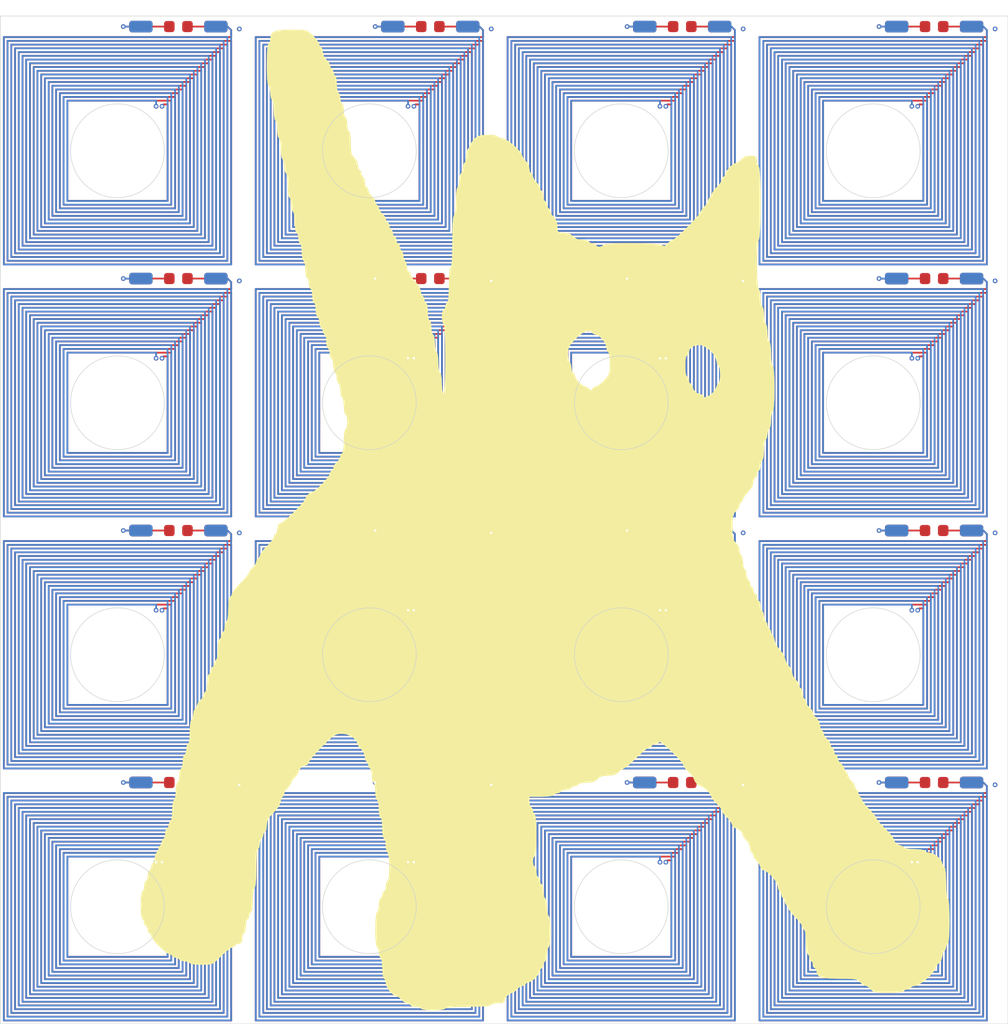
<source format=kicad_pcb>
(kicad_pcb (version 20171130) (host pcbnew "(5.1.10)-1")
  (layers (0 F.Cu signal) (1 In1.Cu signal) (2 In2.Cu signal) (31 B.Cu signal) (35 F.Paste user) (37 F.SilkS user) (39 F.Mask user) (44 Edge.Cuts user))
  (net 0 "")
  (module "PCB coil:MUMBO_WUMBO_BIG" (layer F.Cu) (at 36.5 31.5)
    (fp_text reference G*** hide)
    (fp_text value LOGO hide)
  )
  (module Connector_Wire:SolderWirePad_1x01_SMD_1x2mm (layer F.Cu) (at 45 32.4 90)
    (fp_text reference REF** hide)
    (fp_text value SolderWirePad_1x01_SMD_1x2mm hide)
    (pad 1 smd roundrect (at 0 0 90) (size 1 2) (layers F.Cu F.Paste F.Mask))
  )
  (module Connector_Wire:SolderWirePad_1x01_SMD_1x2mm (layer B.Cu) (at 29.9 32.4 270)
    (fp_text reference REF** hide)
    (fp_text value SolderWirePad_1x01_SMD_1x2mm)
    (pad 1 smd roundrect (at 0 0 270) (size 1 2) (layers B.Cu B.Paste B.Mask))
  )
  (module Connector_Wire:SolderWirePad_1x01_SMD_1x2mm (layer B.Cu) (at 23.5 32.4 270)
    (fp_text reference REF** hide)
    (fp_text value SolderWirePad_1x01_SMD_1x2mm hide)
    (pad 1 smd roundrect (at 0 0 270) (size 1 2) (layers B.Cu B.Paste B.Mask))
  )
  (module Connector_Wire:SolderWirePad_1x01_SMD_1x2mm (layer F.Cu) (at 29.9 32.4 90)
    (fp_text reference REF** hide)
    (fp_text value SolderWirePad_1x01_SMD_1x2mm hide)
    (pad 1 smd roundrect (at 0 0 90) (size 1 2) (layers F.Cu F.Paste F.Mask))
  )
  (module Connector_Wire:SolderWirePad_1x01_SMD_1x2mm (layer F.Cu) (at 23.5 32.4 90)
    (fp_text reference REF** hide)
    (fp_text value SolderWirePad_1x01_SMD_1x2mm hide)
    (pad 1 smd roundrect (at 0 0 90) (size 1 2) (layers F.Cu F.Paste F.Mask))
  )
  (module Connector_Wire:SolderWirePad_1x01_SMD_1x2mm (layer B.Cu) (at 72.9 32.4 270)
    (fp_text reference REF** hide)
    (fp_text value SolderWirePad_1x01_SMD_1x2mm)
    (pad 1 smd roundrect (at 0 0 270) (size 1 2) (layers B.Cu B.Paste B.Mask))
  )
  (module Capacitor_SMD:C_0603_1608Metric (layer F.Cu) (at 5.2 53.9)
    (fp_text reference REF** hide)
    (fp_text value C_0603_1608Metric hide)
    (pad 2 smd roundrect (at 0.775 0) (size 0.9 0.95) (layers F.Cu F.Paste F.Mask))
    (pad 1 smd roundrect (at -0.775 0) (size 0.9 0.95) (layers F.Cu F.Paste F.Mask))
  )
  (module Connector_Wire:SolderWirePad_1x01_SMD_1x2mm (layer F.Cu) (at 66.5 32.4 90)
    (fp_text reference REF** hide)
    (fp_text value SolderWirePad_1x01_SMD_1x2mm hide)
    (pad 1 smd roundrect (at 0 0 90) (size 1 2) (layers F.Cu F.Paste F.Mask))
  )
  (module Connector_Wire:SolderWirePad_1x01_SMD_1x2mm (layer F.Cu) (at 2 53.9 90)
    (fp_text reference REF** hide)
    (fp_text value SolderWirePad_1x01_SMD_1x2mm hide)
    (pad 1 smd roundrect (at 0 0 90) (size 1 2) (layers F.Cu F.Paste F.Mask))
  )
  (module Connector_Wire:SolderWirePad_1x01_SMD_1x2mm (layer B.Cu) (at 51.4 32.4 270)
    (fp_text reference REF** hide)
    (fp_text value SolderWirePad_1x01_SMD_1x2mm)
    (pad 1 smd roundrect (at 0 0 270) (size 1 2) (layers B.Cu B.Paste B.Mask))
  )
  (module Connector_Wire:SolderWirePad_1x01_SMD_1x2mm (layer B.Cu) (at 8.4 53.9 270)
    (fp_text reference REF** hide)
    (fp_text value SolderWirePad_1x01_SMD_1x2mm)
    (pad 1 smd roundrect (at 0 0 270) (size 1 2) (layers B.Cu B.Paste B.Mask))
  )
  (module Capacitor_SMD:C_0603_1608Metric (layer F.Cu) (at 48.2 32.4)
    (fp_text reference REF** hide)
    (fp_text value C_0603_1608Metric hide)
    (pad 2 smd roundrect (at 0.775 0) (size 0.9 0.95) (layers F.Cu F.Paste F.Mask))
    (pad 1 smd roundrect (at -0.775 0) (size 0.9 0.95) (layers F.Cu F.Paste F.Mask))
  )
  (module Capacitor_SMD:C_0603_1608Metric (layer F.Cu) (at 69.7 32.4)
    (fp_text reference REF** hide)
    (fp_text value C_0603_1608Metric hide)
    (pad 1 smd roundrect (at -0.775 0) (size 0.9 0.95) (layers F.Cu F.Paste F.Mask))
    (pad 2 smd roundrect (at 0.775 0) (size 0.9 0.95) (layers F.Cu F.Paste F.Mask))
  )
  (module Capacitor_SMD:C_0603_1608Metric (layer F.Cu) (at 26.7 53.9)
    (fp_text reference REF** hide)
    (fp_text value C_0603_1608Metric hide)
    (pad 1 smd roundrect (at -0.775 0) (size 0.9 0.95) (layers F.Cu F.Paste F.Mask))
    (pad 2 smd roundrect (at 0.775 0) (size 0.9 0.95) (layers F.Cu F.Paste F.Mask))
  )
  (module Connector_Wire:SolderWirePad_1x01_SMD_1x2mm (layer B.Cu) (at 66.5 32.4 270)
    (fp_text reference REF** hide)
    (fp_text value SolderWirePad_1x01_SMD_1x2mm hide)
    (pad 1 smd roundrect (at 0 0 270) (size 1 2) (layers B.Cu B.Paste B.Mask))
  )
  (module Connector_Wire:SolderWirePad_1x01_SMD_1x2mm (layer F.Cu) (at 72.9 32.4 90)
    (fp_text reference REF** hide)
    (fp_text value SolderWirePad_1x01_SMD_1x2mm hide)
    (pad 1 smd roundrect (at 0 0 90) (size 1 2) (layers F.Cu F.Paste F.Mask))
  )
  (module Connector_Wire:SolderWirePad_1x01_SMD_1x2mm (layer B.Cu) (at 45 32.4 270)
    (fp_text reference REF** hide)
    (fp_text value SolderWirePad_1x01_SMD_1x2mm hide)
    (pad 1 smd roundrect (at 0 0 270) (size 1 2) (layers B.Cu B.Paste B.Mask))
  )
  (module Connector_Wire:SolderWirePad_1x01_SMD_1x2mm (layer F.Cu) (at 51.4 32.4 90)
    (fp_text reference REF** hide)
    (fp_text value SolderWirePad_1x01_SMD_1x2mm hide)
    (pad 1 smd roundrect (at 0 0 90) (size 1 2) (layers F.Cu F.Paste F.Mask))
  )
  (module Connector_Wire:SolderWirePad_1x01_SMD_1x2mm (layer F.Cu) (at 66.5 53.9 90)
    (fp_text reference REF** hide)
    (fp_text value SolderWirePad_1x01_SMD_1x2mm hide)
    (pad 1 smd roundrect (at 0 0 90) (size 1 2) (layers F.Cu F.Paste F.Mask))
  )
  (module Connector_Wire:SolderWirePad_1x01_SMD_1x2mm (layer B.Cu) (at 66.5 53.9 270)
    (fp_text reference REF** hide)
    (fp_text value SolderWirePad_1x01_SMD_1x2mm hide)
    (pad 1 smd roundrect (at 0 0 270) (size 1 2) (layers B.Cu B.Paste B.Mask))
  )
  (module Connector_Wire:SolderWirePad_1x01_SMD_1x2mm (layer F.Cu) (at 72.9 53.9 90)
    (fp_text reference REF** hide)
    (fp_text value SolderWirePad_1x01_SMD_1x2mm hide)
    (pad 1 smd roundrect (at 0 0 90) (size 1 2) (layers F.Cu F.Paste F.Mask))
  )
  (module Connector_Wire:SolderWirePad_1x01_SMD_1x2mm (layer B.Cu) (at 45 53.9 270)
    (fp_text reference REF** hide)
    (fp_text value SolderWirePad_1x01_SMD_1x2mm hide)
    (pad 1 smd roundrect (at 0 0 270) (size 1 2) (layers B.Cu B.Paste B.Mask))
  )
  (module Connector_Wire:SolderWirePad_1x01_SMD_1x2mm (layer F.Cu) (at 29.9 53.9 90)
    (fp_text reference REF** hide)
    (fp_text value SolderWirePad_1x01_SMD_1x2mm hide)
    (pad 1 smd roundrect (at 0 0 90) (size 1 2) (layers F.Cu F.Paste F.Mask))
  )
  (module Capacitor_SMD:C_0603_1608Metric (layer F.Cu) (at 48.2 53.9)
    (fp_text reference REF** hide)
    (fp_text value C_0603_1608Metric hide)
    (pad 1 smd roundrect (at -0.775 0) (size 0.9 0.95) (layers F.Cu F.Paste F.Mask))
    (pad 2 smd roundrect (at 0.775 0) (size 0.9 0.95) (layers F.Cu F.Paste F.Mask))
  )
  (module Connector_Wire:SolderWirePad_1x01_SMD_1x2mm (layer F.Cu) (at 23.5 53.9 90)
    (fp_text reference REF** hide)
    (fp_text value SolderWirePad_1x01_SMD_1x2mm hide)
    (pad 1 smd roundrect (at 0 0 90) (size 1 2) (layers F.Cu F.Paste F.Mask))
  )
  (module Capacitor_SMD:C_0603_1608Metric (layer F.Cu) (at 69.7 53.9)
    (fp_text reference REF** hide)
    (fp_text value C_0603_1608Metric hide)
    (pad 2 smd roundrect (at 0.775 0) (size 0.9 0.95) (layers F.Cu F.Paste F.Mask))
    (pad 1 smd roundrect (at -0.775 0) (size 0.9 0.95) (layers F.Cu F.Paste F.Mask))
  )
  (module Connector_Wire:SolderWirePad_1x01_SMD_1x2mm (layer B.Cu) (at 23.5 53.9 270)
    (fp_text reference REF** hide)
    (fp_text value SolderWirePad_1x01_SMD_1x2mm hide)
    (pad 1 smd roundrect (at 0 0 270) (size 1 2) (layers B.Cu B.Paste B.Mask))
  )
  (module Connector_Wire:SolderWirePad_1x01_SMD_1x2mm (layer B.Cu) (at 51.4 53.9 270)
    (fp_text reference REF** hide)
    (fp_text value SolderWirePad_1x01_SMD_1x2mm)
    (pad 1 smd roundrect (at 0 0 270) (size 1 2) (layers B.Cu B.Paste B.Mask))
  )
  (module Connector_Wire:SolderWirePad_1x01_SMD_1x2mm (layer B.Cu) (at 29.9 53.9 270)
    (fp_text reference REF** hide)
    (fp_text value SolderWirePad_1x01_SMD_1x2mm)
    (pad 1 smd roundrect (at 0 0 270) (size 1 2) (layers B.Cu B.Paste B.Mask))
  )
  (module Connector_Wire:SolderWirePad_1x01_SMD_1x2mm (layer F.Cu) (at 45 53.9 90)
    (fp_text reference REF** hide)
    (fp_text value SolderWirePad_1x01_SMD_1x2mm hide)
    (pad 1 smd roundrect (at 0 0 90) (size 1 2) (layers F.Cu F.Paste F.Mask))
  )
  (module Connector_Wire:SolderWirePad_1x01_SMD_1x2mm (layer B.Cu) (at 72.9 53.9 270)
    (fp_text reference REF** hide)
    (fp_text value SolderWirePad_1x01_SMD_1x2mm)
    (pad 1 smd roundrect (at 0 0 270) (size 1 2) (layers B.Cu B.Paste B.Mask))
  )
  (module Connector_Wire:SolderWirePad_1x01_SMD_1x2mm (layer F.Cu) (at 51.4 53.9 90)
    (fp_text reference REF** hide)
    (fp_text value SolderWirePad_1x01_SMD_1x2mm hide)
    (pad 1 smd roundrect (at 0 0 90) (size 1 2) (layers F.Cu F.Paste F.Mask))
  )
  (module Connector_Wire:SolderWirePad_1x01_SMD_1x2mm (layer B.Cu) (at 2 32.4 270)
    (fp_text reference REF** hide)
    (fp_text value SolderWirePad_1x01_SMD_1x2mm hide)
    (pad 1 smd roundrect (at 0 0 270) (size 1 2) (layers B.Cu B.Paste B.Mask))
  )
  (module Connector_Wire:SolderWirePad_1x01_SMD_1x2mm (layer B.Cu) (at 2 53.9 270)
    (fp_text reference REF** hide)
    (fp_text value SolderWirePad_1x01_SMD_1x2mm hide)
    (pad 1 smd roundrect (at 0 0 270) (size 1 2) (layers B.Cu B.Paste B.Mask))
  )
  (module Connector_Wire:SolderWirePad_1x01_SMD_1x2mm (layer F.Cu) (at 8.4 53.9 90)
    (fp_text reference REF** hide)
    (fp_text value SolderWirePad_1x01_SMD_1x2mm hide)
    (pad 1 smd roundrect (at 0 0 90) (size 1 2) (layers F.Cu F.Paste F.Mask))
  )
  (module Connector_Wire:SolderWirePad_1x01_SMD_1x2mm (layer F.Cu) (at 8.4 32.4 90)
    (fp_text reference REF** hide)
    (fp_text value SolderWirePad_1x01_SMD_1x2mm hide)
    (pad 1 smd roundrect (at 0 0 90) (size 1 2) (layers F.Cu F.Paste F.Mask))
  )
  (module Connector_Wire:SolderWirePad_1x01_SMD_1x2mm (layer F.Cu) (at 2 32.4 90)
    (fp_text reference REF** hide)
    (fp_text value SolderWirePad_1x01_SMD_1x2mm hide)
    (pad 1 smd roundrect (at 0 0 90) (size 1 2) (layers F.Cu F.Paste F.Mask))
  )
  (module Connector_Wire:SolderWirePad_1x01_SMD_1x2mm (layer B.Cu) (at 8.4 32.4 270)
    (fp_text reference REF** hide)
    (fp_text value SolderWirePad_1x01_SMD_1x2mm)
    (pad 1 smd roundrect (at 0 0 270) (size 1 2) (layers B.Cu B.Paste B.Mask))
  )
  (module Capacitor_SMD:C_0603_1608Metric (layer F.Cu) (at 5.2 32.4)
    (fp_text reference REF** hide)
    (fp_text value C_0603_1608Metric hide)
    (pad 1 smd roundrect (at -0.775 0) (size 0.9 0.95) (layers F.Cu F.Paste F.Mask))
    (pad 2 smd roundrect (at 0.775 0) (size 0.9 0.95) (layers F.Cu F.Paste F.Mask))
  )
  (module Capacitor_SMD:C_0603_1608Metric (layer F.Cu) (at 26.7 32.4)
    (fp_text reference REF** hide)
    (fp_text value C_0603_1608Metric hide)
    (pad 2 smd roundrect (at 0.775 0) (size 0.9 0.95) (layers F.Cu F.Paste F.Mask))
    (pad 1 smd roundrect (at -0.775 0) (size 0.9 0.95) (layers F.Cu F.Paste F.Mask))
  )
  (module Connector_Wire:SolderWirePad_1x01_SMD_1x2mm (layer F.Cu) (at 45 10.9 90)
    (fp_text reference REF** hide)
    (fp_text value SolderWirePad_1x01_SMD_1x2mm hide)
    (pad 1 smd roundrect (at 0 0 90) (size 1 2) (layers F.Cu F.Paste F.Mask))
  )
  (module Connector_Wire:SolderWirePad_1x01_SMD_1x2mm (layer B.Cu) (at 29.9 10.9 270)
    (fp_text reference REF** hide)
    (fp_text value SolderWirePad_1x01_SMD_1x2mm)
    (pad 1 smd roundrect (at 0 0 270) (size 1 2) (layers B.Cu B.Paste B.Mask))
  )
  (module Connector_Wire:SolderWirePad_1x01_SMD_1x2mm (layer B.Cu) (at 23.5 10.9 270)
    (fp_text reference REF** hide)
    (fp_text value SolderWirePad_1x01_SMD_1x2mm hide)
    (pad 1 smd roundrect (at 0 0 270) (size 1 2) (layers B.Cu B.Paste B.Mask))
  )
  (module Connector_Wire:SolderWirePad_1x01_SMD_1x2mm (layer F.Cu) (at 29.9 10.9 90)
    (fp_text reference REF** hide)
    (fp_text value SolderWirePad_1x01_SMD_1x2mm hide)
    (pad 1 smd roundrect (at 0 0 90) (size 1 2) (layers F.Cu F.Paste F.Mask))
  )
  (module Connector_Wire:SolderWirePad_1x01_SMD_1x2mm (layer F.Cu) (at 23.5 10.9 90)
    (fp_text reference REF** hide)
    (fp_text value SolderWirePad_1x01_SMD_1x2mm hide)
    (pad 1 smd roundrect (at 0 0 90) (size 1 2) (layers F.Cu F.Paste F.Mask))
  )
  (module Connector_Wire:SolderWirePad_1x01_SMD_1x2mm (layer B.Cu) (at 72.9 10.9 270)
    (fp_text reference REF** hide)
    (fp_text value SolderWirePad_1x01_SMD_1x2mm)
    (pad 1 smd roundrect (at 0 0 270) (size 1 2) (layers B.Cu B.Paste B.Mask))
  )
  (module Connector_Wire:SolderWirePad_1x01_SMD_1x2mm (layer F.Cu) (at 66.5 10.9 90)
    (fp_text reference REF** hide)
    (fp_text value SolderWirePad_1x01_SMD_1x2mm hide)
    (pad 1 smd roundrect (at 0 0 90) (size 1 2) (layers F.Cu F.Paste F.Mask))
  )
  (module Connector_Wire:SolderWirePad_1x01_SMD_1x2mm (layer B.Cu) (at 51.4 10.9 270)
    (fp_text reference REF** hide)
    (fp_text value SolderWirePad_1x01_SMD_1x2mm)
    (pad 1 smd roundrect (at 0 0 270) (size 1 2) (layers B.Cu B.Paste B.Mask))
  )
  (module Capacitor_SMD:C_0603_1608Metric (layer F.Cu) (at 48.2 10.9)
    (fp_text reference REF** hide)
    (fp_text value C_0603_1608Metric hide)
    (pad 2 smd roundrect (at 0.775 0) (size 0.9 0.95) (layers F.Cu F.Paste F.Mask))
    (pad 1 smd roundrect (at -0.775 0) (size 0.9 0.95) (layers F.Cu F.Paste F.Mask))
  )
  (module Capacitor_SMD:C_0603_1608Metric (layer F.Cu) (at 69.7 10.9)
    (fp_text reference REF** hide)
    (fp_text value C_0603_1608Metric hide)
    (pad 1 smd roundrect (at -0.775 0) (size 0.9 0.95) (layers F.Cu F.Paste F.Mask))
    (pad 2 smd roundrect (at 0.775 0) (size 0.9 0.95) (layers F.Cu F.Paste F.Mask))
  )
  (module Connector_Wire:SolderWirePad_1x01_SMD_1x2mm (layer B.Cu) (at 66.5 10.9 270)
    (fp_text reference REF** hide)
    (fp_text value SolderWirePad_1x01_SMD_1x2mm hide)
    (pad 1 smd roundrect (at 0 0 270) (size 1 2) (layers B.Cu B.Paste B.Mask))
  )
  (module Connector_Wire:SolderWirePad_1x01_SMD_1x2mm (layer F.Cu) (at 72.9 10.9 90)
    (fp_text reference REF** hide)
    (fp_text value SolderWirePad_1x01_SMD_1x2mm hide)
    (pad 1 smd roundrect (at 0 0 90) (size 1 2) (layers F.Cu F.Paste F.Mask))
  )
  (module Connector_Wire:SolderWirePad_1x01_SMD_1x2mm (layer B.Cu) (at 45 10.9 270)
    (fp_text reference REF** hide)
    (fp_text value SolderWirePad_1x01_SMD_1x2mm hide)
    (pad 1 smd roundrect (at 0 0 270) (size 1 2) (layers B.Cu B.Paste B.Mask))
  )
  (module Connector_Wire:SolderWirePad_1x01_SMD_1x2mm (layer F.Cu) (at 51.4 10.9 90)
    (fp_text reference REF** hide)
    (fp_text value SolderWirePad_1x01_SMD_1x2mm hide)
    (pad 1 smd roundrect (at 0 0 90) (size 1 2) (layers F.Cu F.Paste F.Mask))
  )
  (module Connector_Wire:SolderWirePad_1x01_SMD_1x2mm (layer B.Cu) (at 2 10.9 270)
    (fp_text reference REF** hide)
    (fp_text value SolderWirePad_1x01_SMD_1x2mm hide)
    (pad 1 smd roundrect (at 0 0 270) (size 1 2) (layers B.Cu B.Paste B.Mask))
  )
  (module Connector_Wire:SolderWirePad_1x01_SMD_1x2mm (layer F.Cu) (at 8.4 10.9 90)
    (fp_text reference REF** hide)
    (fp_text value SolderWirePad_1x01_SMD_1x2mm hide)
    (pad 1 smd roundrect (at 0 0 90) (size 1 2) (layers F.Cu F.Paste F.Mask))
  )
  (module Connector_Wire:SolderWirePad_1x01_SMD_1x2mm (layer F.Cu) (at 2 10.9 90)
    (fp_text reference REF** hide)
    (fp_text value SolderWirePad_1x01_SMD_1x2mm hide)
    (pad 1 smd roundrect (at 0 0 90) (size 1 2) (layers F.Cu F.Paste F.Mask))
  )
  (module Connector_Wire:SolderWirePad_1x01_SMD_1x2mm (layer B.Cu) (at 8.4 10.9 270)
    (fp_text reference REF** hide)
    (fp_text value SolderWirePad_1x01_SMD_1x2mm)
    (pad 1 smd roundrect (at 0 0 270) (size 1 2) (layers B.Cu B.Paste B.Mask))
  )
  (module Capacitor_SMD:C_0603_1608Metric (layer F.Cu) (at 5.2 10.9)
    (fp_text reference REF** hide)
    (fp_text value C_0603_1608Metric hide)
    (pad 1 smd roundrect (at -0.775 0) (size 0.9 0.95) (layers F.Cu F.Paste F.Mask))
    (pad 2 smd roundrect (at 0.775 0) (size 0.9 0.95) (layers F.Cu F.Paste F.Mask))
  )
  (module Capacitor_SMD:C_0603_1608Metric (layer F.Cu) (at 26.7 10.9)
    (fp_text reference REF** hide)
    (fp_text value C_0603_1608Metric hide)
    (pad 2 smd roundrect (at 0.775 0) (size 0.9 0.95) (layers F.Cu F.Paste F.Mask))
    (pad 1 smd roundrect (at -0.775 0) (size 0.9 0.95) (layers F.Cu F.Paste F.Mask))
  )
  (module Connector_Wire:SolderWirePad_1x01_SMD_1x2mm (layer B.Cu) (at 72.9 -10.6 270)
    (fp_text reference REF** hide)
    (fp_text value SolderWirePad_1x01_SMD_1x2mm)
    (pad 1 smd roundrect (at 0 0 270) (size 1 2) (layers B.Cu B.Paste B.Mask))
  )
  (module Connector_Wire:SolderWirePad_1x01_SMD_1x2mm (layer B.Cu) (at 66.5 -10.6 270)
    (fp_text reference REF** hide)
    (fp_text value SolderWirePad_1x01_SMD_1x2mm hide)
    (pad 1 smd roundrect (at 0 0 270) (size 1 2) (layers B.Cu B.Paste B.Mask))
  )
  (module Connector_Wire:SolderWirePad_1x01_SMD_1x2mm (layer F.Cu) (at 72.9 -10.6 90)
    (fp_text reference REF** hide)
    (fp_text value SolderWirePad_1x01_SMD_1x2mm hide)
    (pad 1 smd roundrect (at 0 0 90) (size 1 2) (layers F.Cu F.Paste F.Mask))
  )
  (module Connector_Wire:SolderWirePad_1x01_SMD_1x2mm (layer F.Cu) (at 66.5 -10.6 90)
    (fp_text reference REF** hide)
    (fp_text value SolderWirePad_1x01_SMD_1x2mm hide)
    (pad 1 smd roundrect (at 0 0 90) (size 1 2) (layers F.Cu F.Paste F.Mask))
  )
  (module Connector_Wire:SolderWirePad_1x01_SMD_1x2mm (layer B.Cu) (at 45 -10.6 270)
    (fp_text reference REF** hide)
    (fp_text value SolderWirePad_1x01_SMD_1x2mm hide)
    (pad 1 smd roundrect (at 0 0 270) (size 1 2) (layers B.Cu B.Paste B.Mask))
  )
  (module Connector_Wire:SolderWirePad_1x01_SMD_1x2mm (layer F.Cu) (at 51.4 -10.6 90)
    (fp_text reference REF** hide)
    (fp_text value SolderWirePad_1x01_SMD_1x2mm hide)
    (pad 1 smd roundrect (at 0 0 90) (size 1 2) (layers F.Cu F.Paste F.Mask))
  )
  (module Connector_Wire:SolderWirePad_1x01_SMD_1x2mm (layer F.Cu) (at 45 -10.6 90)
    (fp_text reference REF** hide)
    (fp_text value SolderWirePad_1x01_SMD_1x2mm hide)
    (pad 1 smd roundrect (at 0 0 90) (size 1 2) (layers F.Cu F.Paste F.Mask))
  )
  (module Connector_Wire:SolderWirePad_1x01_SMD_1x2mm (layer B.Cu) (at 51.4 -10.6 270)
    (fp_text reference REF** hide)
    (fp_text value SolderWirePad_1x01_SMD_1x2mm)
    (pad 1 smd roundrect (at 0 0 270) (size 1 2) (layers B.Cu B.Paste B.Mask))
  )
  (module Capacitor_SMD:C_0603_1608Metric (layer F.Cu) (at 48.2 -10.6)
    (fp_text reference REF** hide)
    (fp_text value C_0603_1608Metric hide)
    (pad 1 smd roundrect (at -0.775 0) (size 0.9 0.95) (layers F.Cu F.Paste F.Mask))
    (pad 2 smd roundrect (at 0.775 0) (size 0.9 0.95) (layers F.Cu F.Paste F.Mask))
  )
  (module Capacitor_SMD:C_0603_1608Metric (layer F.Cu) (at 69.7 -10.6)
    (fp_text reference REF** hide)
    (fp_text value C_0603_1608Metric hide)
    (pad 2 smd roundrect (at 0.775 0) (size 0.9 0.95) (layers F.Cu F.Paste F.Mask))
    (pad 1 smd roundrect (at -0.775 0) (size 0.9 0.95) (layers F.Cu F.Paste F.Mask))
  )
  (module Connector_Wire:SolderWirePad_1x01_SMD_1x2mm (layer B.Cu) (at 23.5 -10.6 270)
    (fp_text reference REF** hide)
    (fp_text value SolderWirePad_1x01_SMD_1x2mm hide)
    (pad 1 smd roundrect (at 0 0 270) (size 1 2) (layers B.Cu B.Paste B.Mask))
  )
  (module Connector_Wire:SolderWirePad_1x01_SMD_1x2mm (layer F.Cu) (at 29.9 -10.6 90)
    (fp_text reference REF** hide)
    (fp_text value SolderWirePad_1x01_SMD_1x2mm hide)
    (pad 1 smd roundrect (at 0 0 90) (size 1 2) (layers F.Cu F.Paste F.Mask))
  )
  (module Connector_Wire:SolderWirePad_1x01_SMD_1x2mm (layer F.Cu) (at 23.5 -10.6 90)
    (fp_text reference REF** hide)
    (fp_text value SolderWirePad_1x01_SMD_1x2mm hide)
    (pad 1 smd roundrect (at 0 0 90) (size 1 2) (layers F.Cu F.Paste F.Mask))
  )
  (module Connector_Wire:SolderWirePad_1x01_SMD_1x2mm (layer B.Cu) (at 29.9 -10.6 270)
    (fp_text reference REF** hide)
    (fp_text value SolderWirePad_1x01_SMD_1x2mm)
    (pad 1 smd roundrect (at 0 0 270) (size 1 2) (layers B.Cu B.Paste B.Mask))
  )
  (module Capacitor_SMD:C_0603_1608Metric (layer F.Cu) (at 26.7 -10.6)
    (fp_text reference REF** hide)
    (fp_text value C_0603_1608Metric hide)
    (pad 1 smd roundrect (at -0.775 0) (size 0.9 0.95) (layers F.Cu F.Paste F.Mask))
    (pad 2 smd roundrect (at 0.775 0) (size 0.9 0.95) (layers F.Cu F.Paste F.Mask))
  )
  (module Capacitor_SMD:C_0603_1608Metric (layer F.Cu) (at 5.2 -10.6)
    (fp_text reference REF** hide)
    (fp_text value C_0603_1608Metric hide)
    (pad 2 smd roundrect (at 0.775 0) (size 0.9 0.95) (layers F.Cu F.Paste F.Mask))
    (pad 1 smd roundrect (at -0.775 0) (size 0.9 0.95) (layers F.Cu F.Paste F.Mask))
  )
  (module Connector_Wire:SolderWirePad_1x01_SMD_1x2mm (layer B.Cu) (at 2 -10.6 270)
    (fp_text reference REF** hide)
    (fp_text value SolderWirePad_1x01_SMD_1x2mm hide)
    (pad 1 smd roundrect (at 0 0 270) (size 1 2) (layers B.Cu B.Paste B.Mask))
  )
  (module Connector_Wire:SolderWirePad_1x01_SMD_1x2mm (layer F.Cu) (at 2 -10.6 90)
    (fp_text reference REF** hide)
    (fp_text value SolderWirePad_1x01_SMD_1x2mm hide)
    (pad 1 smd roundrect (at 0 0 90) (size 1 2) (layers F.Cu F.Paste F.Mask))
  )
  (module Connector_Wire:SolderWirePad_1x01_SMD_1x2mm (layer B.Cu) (at 8.4 -10.6 270)
    (fp_text reference REF** hide)
    (fp_text value SolderWirePad_1x01_SMD_1x2mm)
    (pad 1 smd roundrect (at 0 0 270) (size 1 2) (layers B.Cu B.Paste B.Mask))
  )
  (module Connector_Wire:SolderWirePad_1x01_SMD_1x2mm (layer F.Cu) (at 8.4 -10.6 90)
    (fp_text reference REF** hide)
    (fp_text value SolderWirePad_1x01_SMD_1x2mm hide)
    (pad 1 smd roundrect (at 0 0 90) (size 1 2) (layers F.Cu F.Paste F.Mask))
  )
  (gr_line (start -10 74.5) (end -10 -11.5) (layer Edge.Cuts) (width 0.05))
  (gr_line (start 76 74.5) (end -10 74.5) (layer Edge.Cuts) (width 0.05))
  (gr_line (start 76 -11.5) (end 76 74.5) (layer Edge.Cuts) (width 0.05))
  (gr_line (start -10 -11.5) (end 76 -11.5) (layer Edge.Cuts) (width 0.05))
  (gr_circle (center 21.5 64.5) (end 25.5 64.5) (layer Edge.Cuts) (width 0.05))
  (gr_circle (center 0 64.5) (end 4 64.5) (layer Edge.Cuts) (width 0.05))
  (gr_circle (center 64.5 64.5) (end 68.5 64.5) (layer Edge.Cuts) (width 0.05))
  (gr_circle (center 21.5 43) (end 25.5 43) (layer Edge.Cuts) (width 0.05))
  (gr_circle (center 43 64.5) (end 47 64.5) (layer Edge.Cuts) (width 0.05))
  (gr_circle (center 43 43) (end 47 43) (layer Edge.Cuts) (width 0.05))
  (gr_circle (center 64.5 43) (end 68.5 43) (layer Edge.Cuts) (width 0.05))
  (gr_circle (center 0 43) (end 4 43) (layer Edge.Cuts) (width 0.05))
  (gr_circle (center 21.5 21.5) (end 25.5 21.5) (layer Edge.Cuts) (width 0.05))
  (gr_circle (center 43 21.5) (end 47 21.5) (layer Edge.Cuts) (width 0.05))
  (gr_circle (center 64.5 21.5) (end 68.5 21.5) (layer Edge.Cuts) (width 0.05))
  (gr_circle (center 0 21.5) (end 4 21.5) (layer Edge.Cuts) (width 0.05))
  (gr_circle (center 64.5 0) (end 68.5 0) (layer Edge.Cuts) (width 0.05))
  (gr_circle (center 43 0) (end 47 0) (layer Edge.Cuts) (width 0.05))
  (gr_circle (center 21.5 0) (end 25.5 0) (layer Edge.Cuts) (width 0.05))
  (gr_circle (center 0 0) (end 4 0) (layer Edge.Cuts) (width 0.05))
  (via (at 3.3 -3.8) (size 0.4) (drill 0.2) (layers F.Cu B.Cu) (net 0))
  (via (at 10.4 -10.4) (size 0.4) (drill 0.2) (layers F.Cu B.Cu) (net 0))
  (via (at 3.8 -3.8) (size 0.4) (drill 0.2) (layers F.Cu B.Cu) (net 0))
  (segment (start 8.743176 8.743176) (end 8.743176 -8.424235) (width 0.152) (layer F.Cu) (net 0))
  (segment (start 8.743176 -8.424235) (end -8.424235 -8.424235) (width 0.152) (layer F.Cu) (net 0))
  (segment (start -8.424235 -8.424235) (end -8.424235 8.424235) (width 0.152) (layer F.Cu) (net 0))
  (segment (start -8.424235 8.424235) (end 8.424235 8.424235) (width 0.152) (layer F.Cu) (net 0))
  (segment (start 8.424235 8.424235) (end 8.424235 -8.105294) (width 0.152) (layer F.Cu) (net 0))
  (segment (start -8.105294 -8.105294) (end -8.105294 8.105294) (width 0.152) (layer F.Cu) (net 0))
  (segment (start 8.424235 -8.105294) (end -8.105294 -8.105294) (width 0.152) (layer F.Cu) (net 0))
  (segment (start -8.105294 8.105294) (end 8.105294 8.105294) (width 0.152) (layer F.Cu) (net 0))
  (segment (start 8.105294 8.105294) (end 8.105294 -7.786353) (width 0.152) (layer F.Cu) (net 0))
  (segment (start -7.786353 -7.786353) (end -7.786353 7.786353) (width 0.152) (layer F.Cu) (net 0))
  (segment (start 7.786353 7.786353) (end 7.786353 -7.467412) (width 0.152) (layer F.Cu) (net 0))
  (segment (start 7.786353 -7.467412) (end -7.467412 -7.467412) (width 0.152) (layer F.Cu) (net 0))
  (segment (start -7.467412 -7.467412) (end -7.467412 7.467412) (width 0.152) (layer F.Cu) (net 0))
  (segment (start -7.467412 7.467412) (end 7.467412 7.467412) (width 0.152) (layer F.Cu) (net 0))
  (segment (start 7.467412 7.467412) (end 7.467412 -7.148471) (width 0.152) (layer F.Cu) (net 0))
  (segment (start 7.467412 -7.148471) (end -7.148471 -7.148471) (width 0.152) (layer F.Cu) (net 0))
  (segment (start -7.148471 -7.148471) (end -7.148471 7.148471) (width 0.152) (layer F.Cu) (net 0))
  (segment (start -7.148471 7.148471) (end 7.148471 7.148471) (width 0.152) (layer F.Cu) (net 0))
  (segment (start 7.148471 7.148471) (end 7.148471 -6.829529) (width 0.152) (layer F.Cu) (net 0))
  (segment (start 7.148471 -6.829529) (end -6.829529 -6.829529) (width 0.152) (layer F.Cu) (net 0))
  (segment (start -6.829529 -6.829529) (end -6.829529 6.829529) (width 0.152) (layer F.Cu) (net 0))
  (segment (start -6.829529 6.829529) (end 6.829529 6.829529) (width 0.152) (layer F.Cu) (net 0))
  (segment (start 6.829529 6.829529) (end 6.829529 -6.510588) (width 0.152) (layer F.Cu) (net 0))
  (segment (start 6.829529 -6.510588) (end -6.510588 -6.510588) (width 0.152) (layer F.Cu) (net 0))
  (segment (start -6.510588 -6.510588) (end -6.510588 6.510588) (width 0.152) (layer F.Cu) (net 0))
  (segment (start -6.510588 6.510588) (end 6.510588 6.510588) (width 0.152) (layer F.Cu) (net 0))
  (segment (start 6.510588 6.510588) (end 6.510588 -6.191647) (width 0.152) (layer F.Cu) (net 0))
  (segment (start 6.510588 -6.191647) (end -6.191647 -6.191647) (width 0.152) (layer F.Cu) (net 0))
  (segment (start -4.915882 -4.915882) (end -4.915882 4.915882) (width 0.152) (layer F.Cu) (net 0))
  (segment (start 4.596941 -4.278) (end -4.278 -4.278) (width 0.152) (layer F.Cu) (net 0))
  (segment (start 4.915882 -4.596941) (end -4.596941 -4.596941) (width 0.152) (layer F.Cu) (net 0))
  (segment (start -4.596941 -4.596941) (end -4.596941 4.596941) (width 0.152) (layer F.Cu) (net 0))
  (segment (start -4.596941 4.596941) (end 4.596941 4.596941) (width 0.152) (layer F.Cu) (net 0))
  (segment (start -4.915882 4.915882) (end 4.915882 4.915882) (width 0.152) (layer F.Cu) (net 0))
  (segment (start 4.596941 4.596941) (end 4.596941 -4.278) (width 0.152) (layer F.Cu) (net 0))
  (segment (start -4.278 -4.278) (end -4.278 4.278) (width 0.152) (layer F.Cu) (net 0))
  (segment (start -6.191647 -6.191647) (end -6.191647 6.191647) (width 0.152) (layer F.Cu) (net 0))
  (segment (start 4.915882 4.915882) (end 4.915882 -4.596941) (width 0.152) (layer F.Cu) (net 0))
  (segment (start -4.278 4.278) (end 4.278 4.278) (width 0.152) (layer F.Cu) (net 0))
  (segment (start 8.105294 -7.786353) (end -7.786353 -7.786353) (width 0.152) (layer F.Cu) (net 0))
  (segment (start 4.278 4.278) (end 4.278 -3.959059) (width 0.152) (layer F.Cu) (net 0))
  (segment (start -5.872706 -5.872706) (end -5.872706 5.872706) (width 0.152) (layer F.Cu) (net 0))
  (segment (start 4.278 -3.959059) (end 3.959059 -3.959059) (width 0.152) (layer F.Cu) (net 0))
  (segment (start 3.959059 -3.959059) (end 3.8 -3.8) (width 0.152) (layer F.Cu) (net 0))
  (segment (start -6.191647 6.191647) (end 6.191647 6.191647) (width 0.152) (layer F.Cu) (net 0))
  (segment (start 5.234824 -4.915882) (end -4.915882 -4.915882) (width 0.152) (layer F.Cu) (net 0))
  (segment (start 5.234824 5.234824) (end 5.234824 -4.915882) (width 0.152) (layer F.Cu) (net 0))
  (segment (start -5.234824 5.234824) (end 5.234824 5.234824) (width 0.152) (layer F.Cu) (net 0))
  (segment (start -5.234824 -5.234824) (end -5.234824 5.234824) (width 0.152) (layer F.Cu) (net 0))
  (segment (start 5.553765 -5.234824) (end -5.234824 -5.234824) (width 0.152) (layer F.Cu) (net 0))
  (segment (start 5.553765 5.553765) (end 5.553765 -5.234824) (width 0.152) (layer F.Cu) (net 0))
  (segment (start -7.786353 7.786353) (end 7.786353 7.786353) (width 0.152) (layer F.Cu) (net 0))
  (segment (start -5.553765 5.553765) (end 5.553765 5.553765) (width 0.152) (layer F.Cu) (net 0))
  (segment (start -5.553765 -5.553765) (end -5.553765 5.553765) (width 0.152) (layer F.Cu) (net 0))
  (segment (start 5.872706 5.872706) (end 5.872706 -5.553765) (width 0.152) (layer F.Cu) (net 0))
  (segment (start -5.872706 5.872706) (end 5.872706 5.872706) (width 0.152) (layer F.Cu) (net 0))
  (segment (start 5.872706 -5.553765) (end -5.553765 -5.553765) (width 0.152) (layer F.Cu) (net 0))
  (segment (start 6.191647 -5.872706) (end -5.872706 -5.872706) (width 0.152) (layer F.Cu) (net 0))
  (segment (start 6.191647 6.191647) (end 6.191647 -5.872706) (width 0.152) (layer F.Cu) (net 0))
  (segment (start -8.743176 8.743176) (end 8.743176 8.743176) (width 0.152) (layer F.Cu) (net 0))
  (segment (start -8.743176 -8.743176) (end -8.743176 8.743176) (width 0.152) (layer F.Cu) (net 0))
  (segment (start 9.062118 -8.743176) (end -8.743176 -8.743176) (width 0.152) (layer F.Cu) (net 0))
  (segment (start 9.062118 9.062118) (end 9.062118 -8.743176) (width 0.152) (layer F.Cu) (net 0))
  (segment (start -9.062118 9.062118) (end 9.062118 9.062118) (width 0.152) (layer F.Cu) (net 0))
  (segment (start -9.062118 -9.062118) (end -9.062118 9.062118) (width 0.152) (layer F.Cu) (net 0))
  (segment (start 9.381059 -9.062118) (end -9.062118 -9.062118) (width 0.152) (layer F.Cu) (net 0))
  (segment (start 9.381059 9.381059) (end 9.381059 -9.062118) (width 0.152) (layer F.Cu) (net 0))
  (segment (start -9.381059 9.381059) (end 9.381059 9.381059) (width 0.152) (layer F.Cu) (net 0))
  (segment (start -9.381059 -9.381059) (end -9.381059 9.381059) (width 0.152) (layer F.Cu) (net 0))
  (segment (start 9.7 -9.381059) (end -9.381059 -9.381059) (width 0.152) (layer F.Cu) (net 0))
  (segment (start 9.7 9.7) (end 9.7 -9.381059) (width 0.152) (layer F.Cu) (net 0))
  (segment (start -9.7 9.7) (end 9.7 9.7) (width 0.152) (layer F.Cu) (net 0))
  (segment (start -9.7 -9.7) (end -9.7 9.7) (width 0.152) (layer F.Cu) (net 0))
  (segment (start 9.7 -9.7) (end -9.7 -9.7) (width 0.152) (layer F.Cu) (net 0))
  (segment (start 9.7 -9.7) (end 9.7 -10.3) (width 0.152) (layer F.Cu) (net 0))
  (segment (start 9.4 -10.6) (end 8.4 -10.6) (width 0.152) (layer F.Cu) (net 0))
  (segment (start 9.7 -10.3) (end 9.4 -10.6) (width 0.152) (layer F.Cu) (net 0))
  (segment (start 9.4 -10.6) (end 8.4 -10.6) (width 0.152) (layer B.Cu) (net 0))
  (segment (start 9.7 -10.3) (end 9.4 -10.6) (width 0.152) (layer B.Cu) (net 0))
  (segment (start 9.7 9.7) (end 9.7 -10.3) (width 0.152) (layer B.Cu) (net 0))
  (segment (start -9.7 9.7) (end 9.7 9.7) (width 0.152) (layer B.Cu) (net 0))
  (segment (start -9.7 -9.7) (end -9.7 9.7) (width 0.152) (layer B.Cu) (net 0))
  (segment (start 9.381059 -9.7) (end -9.7 -9.7) (width 0.152) (layer B.Cu) (net 0))
  (segment (start 9.381059 9.381059) (end 9.381059 -9.7) (width 0.152) (layer B.Cu) (net 0))
  (segment (start -9.381059 9.381059) (end 9.381059 9.381059) (width 0.152) (layer B.Cu) (net 0))
  (segment (start -9.381059 -9.381059) (end -9.381059 9.381059) (width 0.152) (layer B.Cu) (net 0))
  (segment (start 9.062118 -9.381059) (end -9.381059 -9.381059) (width 0.152) (layer B.Cu) (net 0))
  (segment (start 9.062118 9.062118) (end 9.062118 -9.381059) (width 0.152) (layer B.Cu) (net 0))
  (segment (start -9.062118 9.062118) (end 9.062118 9.062118) (width 0.152) (layer B.Cu) (net 0))
  (segment (start -9.062118 -9.062118) (end -9.062118 9.062118) (width 0.152) (layer B.Cu) (net 0))
  (segment (start 8.743176 -9.062118) (end -9.062118 -9.062118) (width 0.152) (layer B.Cu) (net 0))
  (segment (start 8.743176 8.743176) (end 8.743176 -9.062118) (width 0.152) (layer B.Cu) (net 0))
  (segment (start -8.743176 8.743176) (end 8.743176 8.743176) (width 0.152) (layer B.Cu) (net 0))
  (segment (start 6.191647 6.191647) (end 6.191647 -6.510588) (width 0.152) (layer B.Cu) (net 0))
  (segment (start 4.278 -4.596941) (end -4.596941 -4.596941) (width 0.152) (layer B.Cu) (net 0))
  (segment (start -6.191647 6.191647) (end 6.191647 6.191647) (width 0.152) (layer B.Cu) (net 0))
  (segment (start -6.191647 -6.191647) (end -6.191647 6.191647) (width 0.152) (layer B.Cu) (net 0))
  (segment (start 5.872706 -6.191647) (end -6.191647 -6.191647) (width 0.152) (layer B.Cu) (net 0))
  (segment (start 5.872706 5.872706) (end 5.872706 -6.191647) (width 0.152) (layer B.Cu) (net 0))
  (segment (start -5.872706 5.872706) (end 5.872706 5.872706) (width 0.152) (layer B.Cu) (net 0))
  (segment (start -5.872706 -5.872706) (end -5.872706 5.872706) (width 0.152) (layer B.Cu) (net 0))
  (segment (start 5.553765 5.553765) (end 5.553765 -5.872706) (width 0.152) (layer B.Cu) (net 0))
  (segment (start -5.553765 5.553765) (end 5.553765 5.553765) (width 0.152) (layer B.Cu) (net 0))
  (segment (start 5.234824 -5.553765) (end -5.553765 -5.553765) (width 0.152) (layer B.Cu) (net 0))
  (segment (start 5.234824 5.234824) (end 5.234824 -5.553765) (width 0.152) (layer B.Cu) (net 0))
  (segment (start -5.234824 5.234824) (end 5.234824 5.234824) (width 0.152) (layer B.Cu) (net 0))
  (segment (start 4.915882 -5.234824) (end -5.234824 -5.234824) (width 0.152) (layer B.Cu) (net 0))
  (segment (start 5.553765 -5.872706) (end -5.872706 -5.872706) (width 0.152) (layer B.Cu) (net 0))
  (segment (start 3.3 -3.8) (end 3.3 -4.278) (width 0.152) (layer B.Cu) (net 0))
  (segment (start 7.467412 7.467412) (end 7.467412 -7.786353) (width 0.152) (layer B.Cu) (net 0))
  (segment (start 3.3 -4.278) (end -4.278 -4.278) (width 0.152) (layer B.Cu) (net 0))
  (segment (start -5.234824 -5.234824) (end -5.234824 5.234824) (width 0.152) (layer B.Cu) (net 0))
  (segment (start -8.424235 8.424235) (end 8.424235 8.424235) (width 0.152) (layer B.Cu) (net 0))
  (segment (start -4.278 -4.278) (end -4.278 4.278) (width 0.152) (layer B.Cu) (net 0))
  (segment (start 4.278 4.278) (end 4.278 -4.596941) (width 0.152) (layer B.Cu) (net 0))
  (segment (start -4.596941 -4.596941) (end -4.596941 4.596941) (width 0.152) (layer B.Cu) (net 0))
  (segment (start -4.278 4.278) (end 4.278 4.278) (width 0.152) (layer B.Cu) (net 0))
  (segment (start -8.105294 8.105294) (end 8.105294 8.105294) (width 0.152) (layer B.Cu) (net 0))
  (segment (start -4.915882 4.915882) (end 4.915882 4.915882) (width 0.152) (layer B.Cu) (net 0))
  (segment (start -5.553765 -5.553765) (end -5.553765 5.553765) (width 0.152) (layer B.Cu) (net 0))
  (segment (start -4.596941 4.596941) (end 4.596941 4.596941) (width 0.152) (layer B.Cu) (net 0))
  (segment (start 4.596941 4.596941) (end 4.596941 -4.915882) (width 0.152) (layer B.Cu) (net 0))
  (segment (start 4.596941 -4.915882) (end -4.915882 -4.915882) (width 0.152) (layer B.Cu) (net 0))
  (segment (start -4.915882 -4.915882) (end -4.915882 4.915882) (width 0.152) (layer B.Cu) (net 0))
  (segment (start 4.915882 4.915882) (end 4.915882 -5.234824) (width 0.152) (layer B.Cu) (net 0))
  (segment (start 6.191647 -6.510588) (end -6.510588 -6.510588) (width 0.152) (layer B.Cu) (net 0))
  (segment (start -6.510588 -6.510588) (end -6.510588 6.510588) (width 0.152) (layer B.Cu) (net 0))
  (segment (start -6.510588 6.510588) (end 6.510588 6.510588) (width 0.152) (layer B.Cu) (net 0))
  (segment (start 6.510588 6.510588) (end 6.510588 -6.829529) (width 0.152) (layer B.Cu) (net 0))
  (segment (start 6.510588 -6.829529) (end -6.829529 -6.829529) (width 0.152) (layer B.Cu) (net 0))
  (segment (start -6.829529 -6.829529) (end -6.829529 6.829529) (width 0.152) (layer B.Cu) (net 0))
  (segment (start -6.829529 6.829529) (end 6.829529 6.829529) (width 0.152) (layer B.Cu) (net 0))
  (segment (start 6.829529 6.829529) (end 6.829529 -7.148471) (width 0.152) (layer B.Cu) (net 0))
  (segment (start 6.829529 -7.148471) (end -7.148471 -7.148471) (width 0.152) (layer B.Cu) (net 0))
  (segment (start -7.148471 -7.148471) (end -7.148471 7.148471) (width 0.152) (layer B.Cu) (net 0))
  (segment (start -7.148471 7.148471) (end 7.148471 7.148471) (width 0.152) (layer B.Cu) (net 0))
  (segment (start 7.148471 7.148471) (end 7.148471 -7.467412) (width 0.152) (layer B.Cu) (net 0))
  (segment (start -8.424235 -8.424235) (end -8.424235 8.424235) (width 0.152) (layer B.Cu) (net 0))
  (segment (start 7.148471 -7.467412) (end -7.467412 -7.467412) (width 0.152) (layer B.Cu) (net 0))
  (segment (start -7.467412 -7.467412) (end -7.467412 7.467412) (width 0.152) (layer B.Cu) (net 0))
  (segment (start -7.467412 7.467412) (end 7.467412 7.467412) (width 0.152) (layer B.Cu) (net 0))
  (segment (start 7.467412 -7.786353) (end -7.786353 -7.786353) (width 0.152) (layer B.Cu) (net 0))
  (segment (start -7.786353 -7.786353) (end -7.786353 7.786353) (width 0.152) (layer B.Cu) (net 0))
  (segment (start -7.786353 7.786353) (end 7.786353 7.786353) (width 0.152) (layer B.Cu) (net 0))
  (segment (start 7.786353 7.786353) (end 7.786353 -8.105294) (width 0.152) (layer B.Cu) (net 0))
  (segment (start 7.786353 -8.105294) (end -8.105294 -8.105294) (width 0.152) (layer B.Cu) (net 0))
  (segment (start -8.105294 -8.105294) (end -8.105294 8.105294) (width 0.152) (layer B.Cu) (net 0))
  (segment (start 8.424235 8.424235) (end 8.424235 -8.743176) (width 0.152) (layer B.Cu) (net 0))
  (segment (start 8.105294 8.105294) (end 8.105294 -8.424235) (width 0.152) (layer B.Cu) (net 0))
  (segment (start 8.105294 -8.424235) (end -8.424235 -8.424235) (width 0.152) (layer B.Cu) (net 0))
  (segment (start 8.424235 -8.743176) (end -8.743176 -8.743176) (width 0.152) (layer B.Cu) (net 0))
  (segment (start -8.743176 -8.743176) (end -8.743176 8.743176) (width 0.152) (layer B.Cu) (net 0))
  (via (at 0.5 -10.6) (size 0.4) (drill 0.2) (layers F.Cu B.Cu) (net 0))
  (segment (start 0.5 -10.6) (end 2 -10.6) (width 0.152) (layer F.Cu) (net 0))
  (segment (start 0.5 -10.6) (end 2 -10.6) (width 0.152) (layer B.Cu) (net 0))
  (segment (start 4.425 -10.6) (end 2 -10.6) (width 0.152) (layer F.Cu) (net 0))
  (segment (start 5.975 -10.6) (end 8.4 -10.6) (width 0.152) (layer F.Cu) (net 0))
  (segment (start 30.243176 -8.424235) (end 13.075765 -8.424235) (width 0.152) (layer F.Cu) (net 0))
  (segment (start 29.924235 8.424235) (end 29.924235 -8.105294) (width 0.152) (layer F.Cu) (net 0))
  (segment (start 13.394706 -8.105294) (end 13.394706 8.105294) (width 0.152) (layer F.Cu) (net 0))
  (segment (start 14.351529 -7.148471) (end 14.351529 7.148471) (width 0.152) (layer F.Cu) (net 0))
  (segment (start 28.967412 7.467412) (end 28.967412 -7.148471) (width 0.152) (layer F.Cu) (net 0))
  (segment (start 15.308353 -6.191647) (end 15.308353 6.191647) (width 0.152) (layer F.Cu) (net 0))
  (segment (start 25.459059 -3.959059) (end 25.3 -3.8) (width 0.152) (layer F.Cu) (net 0))
  (segment (start 28.010588 -6.191647) (end 15.308353 -6.191647) (width 0.152) (layer F.Cu) (net 0))
  (segment (start 26.415882 -4.596941) (end 16.903059 -4.596941) (width 0.152) (layer F.Cu) (net 0))
  (segment (start 15.308353 6.191647) (end 27.691647 6.191647) (width 0.152) (layer F.Cu) (net 0))
  (segment (start 28.329529 6.829529) (end 28.329529 -6.510588) (width 0.152) (layer F.Cu) (net 0))
  (segment (start 29.286353 7.786353) (end 29.286353 -7.467412) (width 0.152) (layer F.Cu) (net 0))
  (segment (start 16.265176 5.234824) (end 26.734824 5.234824) (width 0.152) (layer F.Cu) (net 0))
  (segment (start 27.053765 5.553765) (end 27.053765 -5.234824) (width 0.152) (layer F.Cu) (net 0))
  (segment (start 13.394706 8.105294) (end 29.605294 8.105294) (width 0.152) (layer F.Cu) (net 0))
  (segment (start 14.032588 -7.467412) (end 14.032588 7.467412) (width 0.152) (layer F.Cu) (net 0))
  (segment (start 13.075765 8.424235) (end 29.924235 8.424235) (width 0.152) (layer F.Cu) (net 0))
  (segment (start 14.670471 -6.829529) (end 14.670471 6.829529) (width 0.152) (layer F.Cu) (net 0))
  (segment (start 13.713647 -7.786353) (end 13.713647 7.786353) (width 0.152) (layer F.Cu) (net 0))
  (segment (start 13.075765 -8.424235) (end 13.075765 8.424235) (width 0.152) (layer F.Cu) (net 0))
  (segment (start 26.096941 -4.278) (end 17.222 -4.278) (width 0.152) (layer F.Cu) (net 0))
  (segment (start 16.903059 4.596941) (end 26.096941 4.596941) (width 0.152) (layer F.Cu) (net 0))
  (segment (start 14.670471 6.829529) (end 28.329529 6.829529) (width 0.152) (layer F.Cu) (net 0))
  (segment (start 28.010588 6.510588) (end 28.010588 -6.191647) (width 0.152) (layer F.Cu) (net 0))
  (segment (start 16.584118 -4.915882) (end 16.584118 4.915882) (width 0.152) (layer F.Cu) (net 0))
  (segment (start 14.989412 6.510588) (end 28.010588 6.510588) (width 0.152) (layer F.Cu) (net 0))
  (segment (start 16.584118 4.915882) (end 26.415882 4.915882) (width 0.152) (layer F.Cu) (net 0))
  (segment (start 28.967412 -7.148471) (end 14.351529 -7.148471) (width 0.152) (layer F.Cu) (net 0))
  (segment (start 14.351529 7.148471) (end 28.648471 7.148471) (width 0.152) (layer F.Cu) (net 0))
  (segment (start 28.648471 7.148471) (end 28.648471 -6.829529) (width 0.152) (layer F.Cu) (net 0))
  (segment (start 14.032588 7.467412) (end 28.967412 7.467412) (width 0.152) (layer F.Cu) (net 0))
  (segment (start 16.903059 -4.596941) (end 16.903059 4.596941) (width 0.152) (layer F.Cu) (net 0))
  (segment (start 17.222 -4.278) (end 17.222 4.278) (width 0.152) (layer F.Cu) (net 0))
  (segment (start 26.415882 4.915882) (end 26.415882 -4.596941) (width 0.152) (layer F.Cu) (net 0))
  (segment (start 17.222 4.278) (end 25.778 4.278) (width 0.152) (layer F.Cu) (net 0))
  (segment (start 25.778 4.278) (end 25.778 -3.959059) (width 0.152) (layer F.Cu) (net 0))
  (segment (start 30.243176 8.743176) (end 30.243176 -8.424235) (width 0.152) (layer F.Cu) (net 0))
  (segment (start 29.286353 -7.467412) (end 14.032588 -7.467412) (width 0.152) (layer F.Cu) (net 0))
  (segment (start 28.329529 -6.510588) (end 14.989412 -6.510588) (width 0.152) (layer F.Cu) (net 0))
  (segment (start 25.778 -3.959059) (end 25.459059 -3.959059) (width 0.152) (layer F.Cu) (net 0))
  (segment (start 26.734824 5.234824) (end 26.734824 -4.915882) (width 0.152) (layer F.Cu) (net 0))
  (segment (start 29.605294 8.105294) (end 29.605294 -7.786353) (width 0.152) (layer F.Cu) (net 0))
  (segment (start 28.648471 -6.829529) (end 14.670471 -6.829529) (width 0.152) (layer F.Cu) (net 0))
  (segment (start 29.605294 -7.786353) (end 13.713647 -7.786353) (width 0.152) (layer F.Cu) (net 0))
  (segment (start 15.627294 -5.872706) (end 15.627294 5.872706) (width 0.152) (layer F.Cu) (net 0))
  (segment (start 16.265176 -5.234824) (end 16.265176 5.234824) (width 0.152) (layer F.Cu) (net 0))
  (segment (start 27.053765 -5.234824) (end 16.265176 -5.234824) (width 0.152) (layer F.Cu) (net 0))
  (segment (start 26.096941 4.596941) (end 26.096941 -4.278) (width 0.152) (layer F.Cu) (net 0))
  (segment (start 13.713647 7.786353) (end 29.286353 7.786353) (width 0.152) (layer F.Cu) (net 0))
  (segment (start 15.946235 5.553765) (end 27.053765 5.553765) (width 0.152) (layer F.Cu) (net 0))
  (segment (start 26.734824 -4.915882) (end 16.584118 -4.915882) (width 0.152) (layer F.Cu) (net 0))
  (segment (start 15.946235 -5.553765) (end 15.946235 5.553765) (width 0.152) (layer F.Cu) (net 0))
  (segment (start 27.372706 5.872706) (end 27.372706 -5.553765) (width 0.152) (layer F.Cu) (net 0))
  (segment (start 15.627294 5.872706) (end 27.372706 5.872706) (width 0.152) (layer F.Cu) (net 0))
  (segment (start 29.924235 -8.105294) (end 13.394706 -8.105294) (width 0.152) (layer F.Cu) (net 0))
  (segment (start 14.989412 -6.510588) (end 14.989412 6.510588) (width 0.152) (layer F.Cu) (net 0))
  (segment (start 27.372706 -5.553765) (end 15.946235 -5.553765) (width 0.152) (layer F.Cu) (net 0))
  (segment (start 27.691647 -5.872706) (end 15.627294 -5.872706) (width 0.152) (layer F.Cu) (net 0))
  (segment (start 27.691647 6.191647) (end 27.691647 -5.872706) (width 0.152) (layer F.Cu) (net 0))
  (segment (start 12.756824 8.743176) (end 30.243176 8.743176) (width 0.152) (layer F.Cu) (net 0))
  (segment (start 12.756824 -8.743176) (end 12.756824 8.743176) (width 0.152) (layer F.Cu) (net 0))
  (segment (start 30.562118 -8.743176) (end 12.756824 -8.743176) (width 0.152) (layer F.Cu) (net 0))
  (segment (start 30.562118 9.062118) (end 30.562118 -8.743176) (width 0.152) (layer F.Cu) (net 0))
  (segment (start 15.308353 6.191647) (end 27.691647 6.191647) (width 0.152) (layer B.Cu) (net 0))
  (segment (start 25.778 -4.596941) (end 16.903059 -4.596941) (width 0.152) (layer B.Cu) (net 0))
  (segment (start 16.265176 -5.234824) (end 16.265176 5.234824) (width 0.152) (layer B.Cu) (net 0))
  (segment (start 17.222 -4.278) (end 17.222 4.278) (width 0.152) (layer B.Cu) (net 0))
  (segment (start 16.584118 4.915882) (end 26.415882 4.915882) (width 0.152) (layer B.Cu) (net 0))
  (segment (start 15.946235 -5.553765) (end 15.946235 5.553765) (width 0.152) (layer B.Cu) (net 0))
  (segment (start 26.096941 4.596941) (end 26.096941 -4.915882) (width 0.152) (layer B.Cu) (net 0))
  (segment (start 16.903059 -4.596941) (end 16.903059 4.596941) (width 0.152) (layer B.Cu) (net 0))
  (segment (start 16.903059 4.596941) (end 26.096941 4.596941) (width 0.152) (layer B.Cu) (net 0))
  (segment (start 26.096941 -4.915882) (end 16.584118 -4.915882) (width 0.152) (layer B.Cu) (net 0))
  (segment (start 31.2 9.7) (end 31.2 -9.381059) (width 0.152) (layer F.Cu) (net 0))
  (segment (start 30.562118 9.062118) (end 30.562118 -9.381059) (width 0.152) (layer B.Cu) (net 0))
  (segment (start 31.2 9.7) (end 31.2 -10.3) (width 0.152) (layer B.Cu) (net 0))
  (segment (start 12.437882 -9.062118) (end 12.437882 9.062118) (width 0.152) (layer F.Cu) (net 0))
  (segment (start 11.8 -9.7) (end 11.8 9.7) (width 0.152) (layer B.Cu) (net 0))
  (segment (start 15.627294 5.872706) (end 27.372706 5.872706) (width 0.152) (layer B.Cu) (net 0))
  (segment (start 27.053765 -5.872706) (end 15.627294 -5.872706) (width 0.152) (layer B.Cu) (net 0))
  (segment (start 25.778 4.278) (end 25.778 -4.596941) (width 0.152) (layer B.Cu) (net 0))
  (segment (start 15.946235 5.553765) (end 27.053765 5.553765) (width 0.152) (layer B.Cu) (net 0))
  (segment (start 13.394706 8.105294) (end 29.605294 8.105294) (width 0.152) (layer B.Cu) (net 0))
  (segment (start 16.584118 -4.915882) (end 16.584118 4.915882) (width 0.152) (layer B.Cu) (net 0))
  (segment (start 31.2 -9.7) (end 31.2 -10.3) (width 0.152) (layer F.Cu) (net 0))
  (segment (start 31.2 -9.381059) (end 12.118941 -9.381059) (width 0.152) (layer F.Cu) (net 0))
  (segment (start 30.9 -10.6) (end 29.9 -10.6) (width 0.152) (layer F.Cu) (net 0))
  (segment (start 16.265176 5.234824) (end 26.734824 5.234824) (width 0.152) (layer B.Cu) (net 0))
  (segment (start 27.372706 -6.191647) (end 15.308353 -6.191647) (width 0.152) (layer B.Cu) (net 0))
  (segment (start 30.9 -10.6) (end 29.9 -10.6) (width 0.152) (layer B.Cu) (net 0))
  (segment (start 12.437882 9.062118) (end 30.562118 9.062118) (width 0.152) (layer B.Cu) (net 0))
  (segment (start 27.372706 5.872706) (end 27.372706 -6.191647) (width 0.152) (layer B.Cu) (net 0))
  (segment (start 11.8 9.7) (end 31.2 9.7) (width 0.152) (layer F.Cu) (net 0))
  (segment (start 12.756824 8.743176) (end 30.243176 8.743176) (width 0.152) (layer B.Cu) (net 0))
  (segment (start 26.415882 -5.234824) (end 16.265176 -5.234824) (width 0.152) (layer B.Cu) (net 0))
  (segment (start 30.881059 -9.062118) (end 12.437882 -9.062118) (width 0.152) (layer F.Cu) (net 0))
  (segment (start 30.243176 -9.062118) (end 12.437882 -9.062118) (width 0.152) (layer B.Cu) (net 0))
  (segment (start 12.118941 -9.381059) (end 12.118941 9.381059) (width 0.152) (layer F.Cu) (net 0))
  (segment (start 30.881059 9.381059) (end 30.881059 -9.062118) (width 0.152) (layer F.Cu) (net 0))
  (segment (start 11.8 -9.7) (end 11.8 9.7) (width 0.152) (layer F.Cu) (net 0))
  (segment (start 11.8 9.7) (end 31.2 9.7) (width 0.152) (layer B.Cu) (net 0))
  (segment (start 12.118941 9.381059) (end 30.881059 9.381059) (width 0.152) (layer B.Cu) (net 0))
  (segment (start 12.437882 -9.062118) (end 12.437882 9.062118) (width 0.152) (layer B.Cu) (net 0))
  (segment (start 30.243176 8.743176) (end 30.243176 -9.062118) (width 0.152) (layer B.Cu) (net 0))
  (segment (start 30.562118 -9.381059) (end 12.118941 -9.381059) (width 0.152) (layer B.Cu) (net 0))
  (segment (start 27.691647 6.191647) (end 27.691647 -6.510588) (width 0.152) (layer B.Cu) (net 0))
  (segment (start 31.2 -10.3) (end 30.9 -10.6) (width 0.152) (layer F.Cu) (net 0))
  (segment (start 30.881059 -9.7) (end 11.8 -9.7) (width 0.152) (layer B.Cu) (net 0))
  (segment (start 15.627294 -5.872706) (end 15.627294 5.872706) (width 0.152) (layer B.Cu) (net 0))
  (segment (start 12.437882 9.062118) (end 30.562118 9.062118) (width 0.152) (layer F.Cu) (net 0))
  (segment (start 31.2 -9.7) (end 11.8 -9.7) (width 0.152) (layer F.Cu) (net 0))
  (segment (start 30.881059 9.381059) (end 30.881059 -9.7) (width 0.152) (layer B.Cu) (net 0))
  (segment (start 26.734824 5.234824) (end 26.734824 -5.553765) (width 0.152) (layer B.Cu) (net 0))
  (segment (start 31.2 -10.3) (end 30.9 -10.6) (width 0.152) (layer B.Cu) (net 0))
  (segment (start 24.8 -3.8) (end 24.8 -4.278) (width 0.152) (layer B.Cu) (net 0))
  (segment (start 15.308353 -6.191647) (end 15.308353 6.191647) (width 0.152) (layer B.Cu) (net 0))
  (segment (start 28.967412 7.467412) (end 28.967412 -7.786353) (width 0.152) (layer B.Cu) (net 0))
  (segment (start 24.8 -4.278) (end 17.222 -4.278) (width 0.152) (layer B.Cu) (net 0))
  (segment (start 12.118941 9.381059) (end 30.881059 9.381059) (width 0.152) (layer F.Cu) (net 0))
  (segment (start 13.075765 8.424235) (end 29.924235 8.424235) (width 0.152) (layer B.Cu) (net 0))
  (segment (start 26.734824 -5.553765) (end 15.946235 -5.553765) (width 0.152) (layer B.Cu) (net 0))
  (segment (start 12.118941 -9.381059) (end 12.118941 9.381059) (width 0.152) (layer B.Cu) (net 0))
  (segment (start 17.222 4.278) (end 25.778 4.278) (width 0.152) (layer B.Cu) (net 0))
  (segment (start 27.053765 5.553765) (end 27.053765 -5.872706) (width 0.152) (layer B.Cu) (net 0))
  (segment (start 28.648471 -7.467412) (end 14.032588 -7.467412) (width 0.152) (layer B.Cu) (net 0))
  (segment (start 28.329529 6.829529) (end 28.329529 -7.148471) (width 0.152) (layer B.Cu) (net 0))
  (segment (start 14.032588 -7.467412) (end 14.032588 7.467412) (width 0.152) (layer B.Cu) (net 0))
  (segment (start 13.713647 -7.786353) (end 13.713647 7.786353) (width 0.152) (layer B.Cu) (net 0))
  (segment (start 28.329529 -7.148471) (end 14.351529 -7.148471) (width 0.152) (layer B.Cu) (net 0))
  (segment (start 29.605294 8.105294) (end 29.605294 -8.424235) (width 0.152) (layer B.Cu) (net 0))
  (segment (start 12.756824 -8.743176) (end 12.756824 8.743176) (width 0.152) (layer B.Cu) (net 0))
  (segment (start 14.351529 -7.148471) (end 14.351529 7.148471) (width 0.152) (layer B.Cu) (net 0))
  (segment (start 28.967412 -7.786353) (end 13.713647 -7.786353) (width 0.152) (layer B.Cu) (net 0))
  (segment (start 13.713647 7.786353) (end 29.286353 7.786353) (width 0.152) (layer B.Cu) (net 0))
  (segment (start 13.075765 -8.424235) (end 13.075765 8.424235) (width 0.152) (layer B.Cu) (net 0))
  (segment (start 28.010588 -6.829529) (end 14.670471 -6.829529) (width 0.152) (layer B.Cu) (net 0))
  (segment (start 28.648471 7.148471) (end 28.648471 -7.467412) (width 0.152) (layer B.Cu) (net 0))
  (segment (start 27.475 -10.6) (end 29.9 -10.6) (width 0.152) (layer F.Cu) (net 0))
  (segment (start 29.924235 8.424235) (end 29.924235 -8.743176) (width 0.152) (layer B.Cu) (net 0))
  (segment (start 29.605294 -8.424235) (end 13.075765 -8.424235) (width 0.152) (layer B.Cu) (net 0))
  (segment (start 13.394706 -8.105294) (end 13.394706 8.105294) (width 0.152) (layer B.Cu) (net 0))
  (segment (start 22 -10.6) (end 23.5 -10.6) (width 0.152) (layer F.Cu) (net 0))
  (segment (start 14.670471 6.829529) (end 28.329529 6.829529) (width 0.152) (layer B.Cu) (net 0))
  (segment (start 28.010588 6.510588) (end 28.010588 -6.829529) (width 0.152) (layer B.Cu) (net 0))
  (segment (start 14.670471 -6.829529) (end 14.670471 6.829529) (width 0.152) (layer B.Cu) (net 0))
  (segment (start 29.286353 -8.105294) (end 13.394706 -8.105294) (width 0.152) (layer B.Cu) (net 0))
  (segment (start 26.415882 4.915882) (end 26.415882 -5.234824) (width 0.152) (layer B.Cu) (net 0))
  (segment (start 25.925 -10.6) (end 23.5 -10.6) (width 0.152) (layer F.Cu) (net 0))
  (segment (start 29.924235 -8.743176) (end 12.756824 -8.743176) (width 0.152) (layer B.Cu) (net 0))
  (segment (start 27.691647 -6.510588) (end 14.989412 -6.510588) (width 0.152) (layer B.Cu) (net 0))
  (segment (start 22 -10.6) (end 23.5 -10.6) (width 0.152) (layer B.Cu) (net 0))
  (segment (start 14.032588 7.467412) (end 28.967412 7.467412) (width 0.152) (layer B.Cu) (net 0))
  (segment (start 14.989412 -6.510588) (end 14.989412 6.510588) (width 0.152) (layer B.Cu) (net 0))
  (segment (start 14.989412 6.510588) (end 28.010588 6.510588) (width 0.152) (layer B.Cu) (net 0))
  (segment (start 14.351529 7.148471) (end 28.648471 7.148471) (width 0.152) (layer B.Cu) (net 0))
  (segment (start 29.286353 7.786353) (end 29.286353 -8.105294) (width 0.152) (layer B.Cu) (net 0))
  (via (at 24.8 -3.8) (size 0.4) (drill 0.2) (layers F.Cu B.Cu) (net 0))
  (via (at 31.9 -10.4) (size 0.4) (drill 0.2) (layers F.Cu B.Cu) (net 0))
  (via (at 22 -10.6) (size 0.4) (drill 0.2) (layers F.Cu B.Cu) (net 0))
  (via (at 25.3 -3.8) (size 0.4) (drill 0.2) (layers F.Cu B.Cu) (net 0))
  (segment (start 74.2 -9.381059) (end 55.118941 -9.381059) (width 0.152) (layer F.Cu) (net 0))
  (segment (start 54.8 9.7) (end 74.2 9.7) (width 0.152) (layer B.Cu) (net 0))
  (segment (start 73.243176 -9.062118) (end 55.437882 -9.062118) (width 0.152) (layer B.Cu) (net 0))
  (segment (start 59.584118 4.915882) (end 69.415882 4.915882) (width 0.152) (layer B.Cu) (net 0))
  (segment (start 73.9 -10.6) (end 72.9 -10.6) (width 0.152) (layer B.Cu) (net 0))
  (segment (start 70.372706 5.872706) (end 70.372706 -6.191647) (width 0.152) (layer B.Cu) (net 0))
  (segment (start 54.8 -9.7) (end 54.8 9.7) (width 0.152) (layer F.Cu) (net 0))
  (segment (start 60.222 -4.278) (end 60.222 4.278) (width 0.152) (layer B.Cu) (net 0))
  (segment (start 73.562118 9.062118) (end 73.562118 -9.381059) (width 0.152) (layer B.Cu) (net 0))
  (segment (start 59.584118 -4.915882) (end 59.584118 4.915882) (width 0.152) (layer B.Cu) (net 0))
  (segment (start 58.627294 5.872706) (end 70.372706 5.872706) (width 0.152) (layer B.Cu) (net 0))
  (segment (start 73.881059 9.381059) (end 73.881059 -9.062118) (width 0.152) (layer F.Cu) (net 0))
  (segment (start 55.437882 -9.062118) (end 55.437882 9.062118) (width 0.152) (layer B.Cu) (net 0))
  (segment (start 73.562118 9.062118) (end 73.562118 -8.743176) (width 0.152) (layer F.Cu) (net 0))
  (segment (start 55.118941 -9.381059) (end 55.118941 9.381059) (width 0.152) (layer F.Cu) (net 0))
  (segment (start 55.118941 9.381059) (end 73.881059 9.381059) (width 0.152) (layer B.Cu) (net 0))
  (segment (start 69.096941 -4.915882) (end 59.584118 -4.915882) (width 0.152) (layer B.Cu) (net 0))
  (segment (start 73.243176 8.743176) (end 73.243176 -9.062118) (width 0.152) (layer B.Cu) (net 0))
  (segment (start 59.903059 -4.596941) (end 59.903059 4.596941) (width 0.152) (layer B.Cu) (net 0))
  (segment (start 59.903059 4.596941) (end 69.096941 4.596941) (width 0.152) (layer B.Cu) (net 0))
  (segment (start 74.2 -9.7) (end 54.8 -9.7) (width 0.152) (layer F.Cu) (net 0))
  (segment (start 58.308353 6.191647) (end 70.691647 6.191647) (width 0.152) (layer B.Cu) (net 0))
  (segment (start 55.437882 9.062118) (end 73.562118 9.062118) (width 0.152) (layer F.Cu) (net 0))
  (segment (start 74.2 9.7) (end 74.2 -9.381059) (width 0.152) (layer F.Cu) (net 0))
  (segment (start 73.9 -10.6) (end 72.9 -10.6) (width 0.152) (layer F.Cu) (net 0))
  (segment (start 73.881059 -9.062118) (end 55.437882 -9.062118) (width 0.152) (layer F.Cu) (net 0))
  (segment (start 58.946235 5.553765) (end 70.053765 5.553765) (width 0.152) (layer B.Cu) (net 0))
  (segment (start 70.372706 -6.191647) (end 58.308353 -6.191647) (width 0.152) (layer B.Cu) (net 0))
  (segment (start 73.562118 -8.743176) (end 55.756824 -8.743176) (width 0.152) (layer F.Cu) (net 0))
  (segment (start 68.778 -4.596941) (end 59.903059 -4.596941) (width 0.152) (layer B.Cu) (net 0))
  (segment (start 74.2 9.7) (end 74.2 -10.3) (width 0.152) (layer B.Cu) (net 0))
  (segment (start 74.2 -9.7) (end 74.2 -10.3) (width 0.152) (layer F.Cu) (net 0))
  (segment (start 56.394706 8.105294) (end 72.605294 8.105294) (width 0.152) (layer B.Cu) (net 0))
  (segment (start 69.096941 4.596941) (end 69.096941 -4.915882) (width 0.152) (layer B.Cu) (net 0))
  (segment (start 59.265176 5.234824) (end 69.734824 5.234824) (width 0.152) (layer B.Cu) (net 0))
  (segment (start 55.437882 9.062118) (end 73.562118 9.062118) (width 0.152) (layer B.Cu) (net 0))
  (segment (start 58.946235 -5.553765) (end 58.946235 5.553765) (width 0.152) (layer B.Cu) (net 0))
  (segment (start 55.756824 -8.743176) (end 55.756824 8.743176) (width 0.152) (layer F.Cu) (net 0))
  (segment (start 54.8 9.7) (end 74.2 9.7) (width 0.152) (layer F.Cu) (net 0))
  (segment (start 70.691647 -5.872706) (end 58.627294 -5.872706) (width 0.152) (layer F.Cu) (net 0))
  (segment (start 55.756824 8.743176) (end 73.243176 8.743176) (width 0.152) (layer F.Cu) (net 0))
  (segment (start 59.265176 -5.234824) (end 59.265176 5.234824) (width 0.152) (layer B.Cu) (net 0))
  (segment (start 54.8 -9.7) (end 54.8 9.7) (width 0.152) (layer B.Cu) (net 0))
  (segment (start 55.756824 8.743176) (end 73.243176 8.743176) (width 0.152) (layer B.Cu) (net 0))
  (segment (start 69.415882 -5.234824) (end 59.265176 -5.234824) (width 0.152) (layer B.Cu) (net 0))
  (segment (start 73.562118 -9.381059) (end 55.118941 -9.381059) (width 0.152) (layer B.Cu) (net 0))
  (segment (start 55.437882 -9.062118) (end 55.437882 9.062118) (width 0.152) (layer F.Cu) (net 0))
  (segment (start 70.691647 6.191647) (end 70.691647 -5.872706) (width 0.152) (layer F.Cu) (net 0))
  (segment (start 70.691647 6.191647) (end 70.691647 -6.510588) (width 0.152) (layer B.Cu) (net 0))
  (segment (start 74.2 -10.3) (end 73.9 -10.6) (width 0.152) (layer F.Cu) (net 0))
  (segment (start 73.881059 -9.7) (end 54.8 -9.7) (width 0.152) (layer B.Cu) (net 0))
  (segment (start 70.053765 -5.872706) (end 58.627294 -5.872706) (width 0.152) (layer B.Cu) (net 0))
  (segment (start 68.778 4.278) (end 68.778 -4.596941) (width 0.152) (layer B.Cu) (net 0))
  (segment (start 58.627294 -5.872706) (end 58.627294 5.872706) (width 0.152) (layer B.Cu) (net 0))
  (segment (start 58.308353 -6.191647) (end 58.308353 6.191647) (width 0.152) (layer F.Cu) (net 0))
  (segment (start 71.329529 6.829529) (end 71.329529 -6.510588) (width 0.152) (layer F.Cu) (net 0))
  (segment (start 56.394706 -8.105294) (end 56.394706 8.105294) (width 0.152) (layer F.Cu) (net 0))
  (segment (start 72.924235 8.424235) (end 72.924235 -8.105294) (width 0.152) (layer F.Cu) (net 0))
  (segment (start 57.351529 -7.148471) (end 57.351529 7.148471) (width 0.152) (layer F.Cu) (net 0))
  (segment (start 58.308353 6.191647) (end 70.691647 6.191647) (width 0.152) (layer F.Cu) (net 0))
  (segment (start 71.967412 7.467412) (end 71.967412 -7.148471) (width 0.152) (layer F.Cu) (net 0))
  (segment (start 72.286353 7.786353) (end 72.286353 -7.467412) (width 0.152) (layer F.Cu) (net 0))
  (segment (start 59.265176 5.234824) (end 69.734824 5.234824) (width 0.152) (layer F.Cu) (net 0))
  (segment (start 56.394706 8.105294) (end 72.605294 8.105294) (width 0.152) (layer F.Cu) (net 0))
  (segment (start 73.243176 -8.424235) (end 56.075765 -8.424235) (width 0.152) (layer F.Cu) (net 0))
  (segment (start 68.459059 -3.959059) (end 68.3 -3.8) (width 0.152) (layer F.Cu) (net 0))
  (segment (start 70.053765 5.553765) (end 70.053765 -5.234824) (width 0.152) (layer F.Cu) (net 0))
  (segment (start 57.032588 -7.467412) (end 57.032588 7.467412) (width 0.152) (layer F.Cu) (net 0))
  (segment (start 56.075765 8.424235) (end 72.924235 8.424235) (width 0.152) (layer F.Cu) (net 0))
  (segment (start 57.670471 -6.829529) (end 57.670471 6.829529) (width 0.152) (layer F.Cu) (net 0))
  (segment (start 71.010588 -6.191647) (end 58.308353 -6.191647) (width 0.152) (layer F.Cu) (net 0))
  (segment (start 69.415882 -4.596941) (end 59.903059 -4.596941) (width 0.152) (layer F.Cu) (net 0))
  (segment (start 51.743176 -8.424235) (end 34.575765 -8.424235) (width 0.152) (layer F.Cu) (net 0))
  (segment (start 51.424235 8.424235) (end 51.424235 -8.105294) (width 0.152) (layer F.Cu) (net 0))
  (segment (start 34.894706 -8.105294) (end 34.894706 8.105294) (width 0.152) (layer F.Cu) (net 0))
  (segment (start 35.851529 -7.148471) (end 35.851529 7.148471) (width 0.152) (layer F.Cu) (net 0))
  (segment (start 50.467412 7.467412) (end 50.467412 -7.148471) (width 0.152) (layer F.Cu) (net 0))
  (segment (start 36.808353 -6.191647) (end 36.808353 6.191647) (width 0.152) (layer F.Cu) (net 0))
  (segment (start 46.959059 -3.959059) (end 46.8 -3.8) (width 0.152) (layer F.Cu) (net 0))
  (segment (start 49.510588 -6.191647) (end 36.808353 -6.191647) (width 0.152) (layer F.Cu) (net 0))
  (segment (start 47.915882 -4.596941) (end 38.403059 -4.596941) (width 0.152) (layer F.Cu) (net 0))
  (segment (start 36.808353 6.191647) (end 49.191647 6.191647) (width 0.152) (layer F.Cu) (net 0))
  (segment (start 49.829529 6.829529) (end 49.829529 -6.510588) (width 0.152) (layer F.Cu) (net 0))
  (segment (start 50.786353 7.786353) (end 50.786353 -7.467412) (width 0.152) (layer F.Cu) (net 0))
  (segment (start 37.765176 5.234824) (end 48.234824 5.234824) (width 0.152) (layer F.Cu) (net 0))
  (segment (start 48.553765 5.553765) (end 48.553765 -5.234824) (width 0.152) (layer F.Cu) (net 0))
  (segment (start 34.894706 8.105294) (end 51.105294 8.105294) (width 0.152) (layer F.Cu) (net 0))
  (segment (start 35.532588 -7.467412) (end 35.532588 7.467412) (width 0.152) (layer F.Cu) (net 0))
  (segment (start 34.575765 8.424235) (end 51.424235 8.424235) (width 0.152) (layer F.Cu) (net 0))
  (segment (start 36.170471 -6.829529) (end 36.170471 6.829529) (width 0.152) (layer F.Cu) (net 0))
  (segment (start 35.213647 -7.786353) (end 35.213647 7.786353) (width 0.152) (layer F.Cu) (net 0))
  (segment (start 34.575765 -8.424235) (end 34.575765 8.424235) (width 0.152) (layer F.Cu) (net 0))
  (segment (start 47.596941 -4.278) (end 38.722 -4.278) (width 0.152) (layer F.Cu) (net 0))
  (segment (start 38.403059 4.596941) (end 47.596941 4.596941) (width 0.152) (layer F.Cu) (net 0))
  (segment (start 36.170471 6.829529) (end 49.829529 6.829529) (width 0.152) (layer F.Cu) (net 0))
  (segment (start 49.510588 6.510588) (end 49.510588 -6.191647) (width 0.152) (layer F.Cu) (net 0))
  (segment (start 38.084118 -4.915882) (end 38.084118 4.915882) (width 0.152) (layer F.Cu) (net 0))
  (segment (start 36.489412 6.510588) (end 49.510588 6.510588) (width 0.152) (layer F.Cu) (net 0))
  (segment (start 38.084118 4.915882) (end 47.915882 4.915882) (width 0.152) (layer F.Cu) (net 0))
  (segment (start 50.467412 -7.148471) (end 35.851529 -7.148471) (width 0.152) (layer F.Cu) (net 0))
  (segment (start 35.851529 7.148471) (end 50.148471 7.148471) (width 0.152) (layer F.Cu) (net 0))
  (segment (start 50.148471 7.148471) (end 50.148471 -6.829529) (width 0.152) (layer F.Cu) (net 0))
  (segment (start 35.532588 7.467412) (end 50.467412 7.467412) (width 0.152) (layer F.Cu) (net 0))
  (segment (start 38.403059 -4.596941) (end 38.403059 4.596941) (width 0.152) (layer F.Cu) (net 0))
  (segment (start 38.722 -4.278) (end 38.722 4.278) (width 0.152) (layer F.Cu) (net 0))
  (segment (start 47.915882 4.915882) (end 47.915882 -4.596941) (width 0.152) (layer F.Cu) (net 0))
  (segment (start 38.722 4.278) (end 47.278 4.278) (width 0.152) (layer F.Cu) (net 0))
  (segment (start 47.278 4.278) (end 47.278 -3.959059) (width 0.152) (layer F.Cu) (net 0))
  (segment (start 51.743176 8.743176) (end 51.743176 -8.424235) (width 0.152) (layer F.Cu) (net 0))
  (segment (start 50.786353 -7.467412) (end 35.532588 -7.467412) (width 0.152) (layer F.Cu) (net 0))
  (segment (start 49.829529 -6.510588) (end 36.489412 -6.510588) (width 0.152) (layer F.Cu) (net 0))
  (segment (start 47.278 -3.959059) (end 46.959059 -3.959059) (width 0.152) (layer F.Cu) (net 0))
  (segment (start 48.234824 5.234824) (end 48.234824 -4.915882) (width 0.152) (layer F.Cu) (net 0))
  (segment (start 51.105294 8.105294) (end 51.105294 -7.786353) (width 0.152) (layer F.Cu) (net 0))
  (segment (start 50.148471 -6.829529) (end 36.170471 -6.829529) (width 0.152) (layer F.Cu) (net 0))
  (segment (start 51.105294 -7.786353) (end 35.213647 -7.786353) (width 0.152) (layer F.Cu) (net 0))
  (segment (start 37.127294 -5.872706) (end 37.127294 5.872706) (width 0.152) (layer F.Cu) (net 0))
  (segment (start 37.765176 -5.234824) (end 37.765176 5.234824) (width 0.152) (layer F.Cu) (net 0))
  (segment (start 48.553765 -5.234824) (end 37.765176 -5.234824) (width 0.152) (layer F.Cu) (net 0))
  (segment (start 47.596941 4.596941) (end 47.596941 -4.278) (width 0.152) (layer F.Cu) (net 0))
  (segment (start 35.213647 7.786353) (end 50.786353 7.786353) (width 0.152) (layer F.Cu) (net 0))
  (segment (start 37.446235 5.553765) (end 48.553765 5.553765) (width 0.152) (layer F.Cu) (net 0))
  (segment (start 48.234824 -4.915882) (end 38.084118 -4.915882) (width 0.152) (layer F.Cu) (net 0))
  (segment (start 37.446235 -5.553765) (end 37.446235 5.553765) (width 0.152) (layer F.Cu) (net 0))
  (segment (start 48.872706 5.872706) (end 48.872706 -5.553765) (width 0.152) (layer F.Cu) (net 0))
  (segment (start 37.127294 5.872706) (end 48.872706 5.872706) (width 0.152) (layer F.Cu) (net 0))
  (segment (start 51.424235 -8.105294) (end 34.894706 -8.105294) (width 0.152) (layer F.Cu) (net 0))
  (segment (start 36.489412 -6.510588) (end 36.489412 6.510588) (width 0.152) (layer F.Cu) (net 0))
  (segment (start 48.872706 -5.553765) (end 37.446235 -5.553765) (width 0.152) (layer F.Cu) (net 0))
  (segment (start 49.191647 -5.872706) (end 37.127294 -5.872706) (width 0.152) (layer F.Cu) (net 0))
  (segment (start 49.191647 6.191647) (end 49.191647 -5.872706) (width 0.152) (layer F.Cu) (net 0))
  (segment (start 34.256824 8.743176) (end 51.743176 8.743176) (width 0.152) (layer F.Cu) (net 0))
  (segment (start 34.256824 -8.743176) (end 34.256824 8.743176) (width 0.152) (layer F.Cu) (net 0))
  (segment (start 52.062118 -8.743176) (end 34.256824 -8.743176) (width 0.152) (layer F.Cu) (net 0))
  (segment (start 52.062118 9.062118) (end 52.062118 -8.743176) (width 0.152) (layer F.Cu) (net 0))
  (segment (start 36.808353 6.191647) (end 49.191647 6.191647) (width 0.152) (layer B.Cu) (net 0))
  (segment (start 47.278 -4.596941) (end 38.403059 -4.596941) (width 0.152) (layer B.Cu) (net 0))
  (segment (start 37.765176 -5.234824) (end 37.765176 5.234824) (width 0.152) (layer B.Cu) (net 0))
  (segment (start 38.722 -4.278) (end 38.722 4.278) (width 0.152) (layer B.Cu) (net 0))
  (segment (start 38.084118 4.915882) (end 47.915882 4.915882) (width 0.152) (layer B.Cu) (net 0))
  (segment (start 37.446235 -5.553765) (end 37.446235 5.553765) (width 0.152) (layer B.Cu) (net 0))
  (segment (start 47.596941 4.596941) (end 47.596941 -4.915882) (width 0.152) (layer B.Cu) (net 0))
  (segment (start 38.403059 -4.596941) (end 38.403059 4.596941) (width 0.152) (layer B.Cu) (net 0))
  (segment (start 38.403059 4.596941) (end 47.596941 4.596941) (width 0.152) (layer B.Cu) (net 0))
  (segment (start 47.596941 -4.915882) (end 38.084118 -4.915882) (width 0.152) (layer B.Cu) (net 0))
  (segment (start 52.7 9.7) (end 52.7 -9.381059) (width 0.152) (layer F.Cu) (net 0))
  (segment (start 52.062118 9.062118) (end 52.062118 -9.381059) (width 0.152) (layer B.Cu) (net 0))
  (segment (start 52.7 9.7) (end 52.7 -10.3) (width 0.152) (layer B.Cu) (net 0))
  (segment (start 33.937882 -9.062118) (end 33.937882 9.062118) (width 0.152) (layer F.Cu) (net 0))
  (segment (start 33.3 -9.7) (end 33.3 9.7) (width 0.152) (layer B.Cu) (net 0))
  (segment (start 37.127294 5.872706) (end 48.872706 5.872706) (width 0.152) (layer B.Cu) (net 0))
  (segment (start 48.553765 -5.872706) (end 37.127294 -5.872706) (width 0.152) (layer B.Cu) (net 0))
  (segment (start 47.278 4.278) (end 47.278 -4.596941) (width 0.152) (layer B.Cu) (net 0))
  (segment (start 37.446235 5.553765) (end 48.553765 5.553765) (width 0.152) (layer B.Cu) (net 0))
  (segment (start 34.894706 8.105294) (end 51.105294 8.105294) (width 0.152) (layer B.Cu) (net 0))
  (segment (start 38.084118 -4.915882) (end 38.084118 4.915882) (width 0.152) (layer B.Cu) (net 0))
  (segment (start 52.7 -9.7) (end 52.7 -10.3) (width 0.152) (layer F.Cu) (net 0))
  (segment (start 52.7 -9.381059) (end 33.618941 -9.381059) (width 0.152) (layer F.Cu) (net 0))
  (segment (start 52.4 -10.6) (end 51.4 -10.6) (width 0.152) (layer F.Cu) (net 0))
  (segment (start 37.765176 5.234824) (end 48.234824 5.234824) (width 0.152) (layer B.Cu) (net 0))
  (segment (start 48.872706 -6.191647) (end 36.808353 -6.191647) (width 0.152) (layer B.Cu) (net 0))
  (segment (start 52.4 -10.6) (end 51.4 -10.6) (width 0.152) (layer B.Cu) (net 0))
  (segment (start 33.937882 9.062118) (end 52.062118 9.062118) (width 0.152) (layer B.Cu) (net 0))
  (segment (start 48.872706 5.872706) (end 48.872706 -6.191647) (width 0.152) (layer B.Cu) (net 0))
  (segment (start 33.3 9.7) (end 52.7 9.7) (width 0.152) (layer F.Cu) (net 0))
  (segment (start 34.256824 8.743176) (end 51.743176 8.743176) (width 0.152) (layer B.Cu) (net 0))
  (segment (start 47.915882 -5.234824) (end 37.765176 -5.234824) (width 0.152) (layer B.Cu) (net 0))
  (segment (start 52.381059 -9.062118) (end 33.937882 -9.062118) (width 0.152) (layer F.Cu) (net 0))
  (segment (start 51.743176 -9.062118) (end 33.937882 -9.062118) (width 0.152) (layer B.Cu) (net 0))
  (segment (start 33.618941 -9.381059) (end 33.618941 9.381059) (width 0.152) (layer F.Cu) (net 0))
  (segment (start 52.381059 9.381059) (end 52.381059 -9.062118) (width 0.152) (layer F.Cu) (net 0))
  (segment (start 33.3 -9.7) (end 33.3 9.7) (width 0.152) (layer F.Cu) (net 0))
  (segment (start 33.3 9.7) (end 52.7 9.7) (width 0.152) (layer B.Cu) (net 0))
  (segment (start 33.618941 9.381059) (end 52.381059 9.381059) (width 0.152) (layer B.Cu) (net 0))
  (segment (start 33.937882 -9.062118) (end 33.937882 9.062118) (width 0.152) (layer B.Cu) (net 0))
  (segment (start 51.743176 8.743176) (end 51.743176 -9.062118) (width 0.152) (layer B.Cu) (net 0))
  (segment (start 52.062118 -9.381059) (end 33.618941 -9.381059) (width 0.152) (layer B.Cu) (net 0))
  (segment (start 49.191647 6.191647) (end 49.191647 -6.510588) (width 0.152) (layer B.Cu) (net 0))
  (segment (start 52.7 -10.3) (end 52.4 -10.6) (width 0.152) (layer F.Cu) (net 0))
  (segment (start 52.381059 -9.7) (end 33.3 -9.7) (width 0.152) (layer B.Cu) (net 0))
  (segment (start 37.127294 -5.872706) (end 37.127294 5.872706) (width 0.152) (layer B.Cu) (net 0))
  (segment (start 33.937882 9.062118) (end 52.062118 9.062118) (width 0.152) (layer F.Cu) (net 0))
  (segment (start 52.7 -9.7) (end 33.3 -9.7) (width 0.152) (layer F.Cu) (net 0))
  (segment (start 52.381059 9.381059) (end 52.381059 -9.7) (width 0.152) (layer B.Cu) (net 0))
  (segment (start 48.234824 5.234824) (end 48.234824 -5.553765) (width 0.152) (layer B.Cu) (net 0))
  (segment (start 52.7 -10.3) (end 52.4 -10.6) (width 0.152) (layer B.Cu) (net 0))
  (segment (start 46.3 -3.8) (end 46.3 -4.278) (width 0.152) (layer B.Cu) (net 0))
  (segment (start 36.808353 -6.191647) (end 36.808353 6.191647) (width 0.152) (layer B.Cu) (net 0))
  (segment (start 50.467412 7.467412) (end 50.467412 -7.786353) (width 0.152) (layer B.Cu) (net 0))
  (segment (start 46.3 -4.278) (end 38.722 -4.278) (width 0.152) (layer B.Cu) (net 0))
  (segment (start 33.618941 9.381059) (end 52.381059 9.381059) (width 0.152) (layer F.Cu) (net 0))
  (segment (start 34.575765 8.424235) (end 51.424235 8.424235) (width 0.152) (layer B.Cu) (net 0))
  (segment (start 48.234824 -5.553765) (end 37.446235 -5.553765) (width 0.152) (layer B.Cu) (net 0))
  (segment (start 33.618941 -9.381059) (end 33.618941 9.381059) (width 0.152) (layer B.Cu) (net 0))
  (segment (start 38.722 4.278) (end 47.278 4.278) (width 0.152) (layer B.Cu) (net 0))
  (segment (start 48.553765 5.553765) (end 48.553765 -5.872706) (width 0.152) (layer B.Cu) (net 0))
  (segment (start 50.148471 -7.467412) (end 35.532588 -7.467412) (width 0.152) (layer B.Cu) (net 0))
  (segment (start 49.829529 6.829529) (end 49.829529 -7.148471) (width 0.152) (layer B.Cu) (net 0))
  (segment (start 35.532588 -7.467412) (end 35.532588 7.467412) (width 0.152) (layer B.Cu) (net 0))
  (segment (start 35.213647 -7.786353) (end 35.213647 7.786353) (width 0.152) (layer B.Cu) (net 0))
  (segment (start 49.829529 -7.148471) (end 35.851529 -7.148471) (width 0.152) (layer B.Cu) (net 0))
  (segment (start 51.105294 8.105294) (end 51.105294 -8.424235) (width 0.152) (layer B.Cu) (net 0))
  (segment (start 34.256824 -8.743176) (end 34.256824 8.743176) (width 0.152) (layer B.Cu) (net 0))
  (segment (start 35.851529 -7.148471) (end 35.851529 7.148471) (width 0.152) (layer B.Cu) (net 0))
  (segment (start 50.467412 -7.786353) (end 35.213647 -7.786353) (width 0.152) (layer B.Cu) (net 0))
  (segment (start 35.213647 7.786353) (end 50.786353 7.786353) (width 0.152) (layer B.Cu) (net 0))
  (segment (start 34.575765 -8.424235) (end 34.575765 8.424235) (width 0.152) (layer B.Cu) (net 0))
  (segment (start 49.510588 -6.829529) (end 36.170471 -6.829529) (width 0.152) (layer B.Cu) (net 0))
  (segment (start 50.148471 7.148471) (end 50.148471 -7.467412) (width 0.152) (layer B.Cu) (net 0))
  (segment (start 48.975 -10.6) (end 51.4 -10.6) (width 0.152) (layer F.Cu) (net 0))
  (segment (start 51.424235 8.424235) (end 51.424235 -8.743176) (width 0.152) (layer B.Cu) (net 0))
  (segment (start 51.105294 -8.424235) (end 34.575765 -8.424235) (width 0.152) (layer B.Cu) (net 0))
  (segment (start 34.894706 -8.105294) (end 34.894706 8.105294) (width 0.152) (layer B.Cu) (net 0))
  (segment (start 43.5 -10.6) (end 45 -10.6) (width 0.152) (layer F.Cu) (net 0))
  (segment (start 36.170471 6.829529) (end 49.829529 6.829529) (width 0.152) (layer B.Cu) (net 0))
  (segment (start 49.510588 6.510588) (end 49.510588 -6.829529) (width 0.152) (layer B.Cu) (net 0))
  (segment (start 36.170471 -6.829529) (end 36.170471 6.829529) (width 0.152) (layer B.Cu) (net 0))
  (segment (start 50.786353 -8.105294) (end 34.894706 -8.105294) (width 0.152) (layer B.Cu) (net 0))
  (segment (start 47.915882 4.915882) (end 47.915882 -5.234824) (width 0.152) (layer B.Cu) (net 0))
  (segment (start 47.425 -10.6) (end 45 -10.6) (width 0.152) (layer F.Cu) (net 0))
  (segment (start 51.424235 -8.743176) (end 34.256824 -8.743176) (width 0.152) (layer B.Cu) (net 0))
  (segment (start 49.191647 -6.510588) (end 36.489412 -6.510588) (width 0.152) (layer B.Cu) (net 0))
  (segment (start 43.5 -10.6) (end 45 -10.6) (width 0.152) (layer B.Cu) (net 0))
  (segment (start 35.532588 7.467412) (end 50.467412 7.467412) (width 0.152) (layer B.Cu) (net 0))
  (segment (start 36.489412 -6.510588) (end 36.489412 6.510588) (width 0.152) (layer B.Cu) (net 0))
  (segment (start 36.489412 6.510588) (end 49.510588 6.510588) (width 0.152) (layer B.Cu) (net 0))
  (segment (start 35.851529 7.148471) (end 50.148471 7.148471) (width 0.152) (layer B.Cu) (net 0))
  (segment (start 50.786353 7.786353) (end 50.786353 -8.105294) (width 0.152) (layer B.Cu) (net 0))
  (segment (start 71.329529 6.829529) (end 71.329529 -7.148471) (width 0.152) (layer B.Cu) (net 0))
  (segment (start 56.075765 -8.424235) (end 56.075765 8.424235) (width 0.152) (layer B.Cu) (net 0))
  (segment (start 71.010588 -6.829529) (end 57.670471 -6.829529) (width 0.152) (layer B.Cu) (net 0))
  (segment (start 71.967412 7.467412) (end 71.967412 -7.786353) (width 0.152) (layer B.Cu) (net 0))
  (segment (start 72.605294 8.105294) (end 72.605294 -8.424235) (width 0.152) (layer B.Cu) (net 0))
  (segment (start 72.605294 -8.424235) (end 56.075765 -8.424235) (width 0.152) (layer B.Cu) (net 0))
  (segment (start 65 -10.6) (end 66.5 -10.6) (width 0.152) (layer F.Cu) (net 0))
  (segment (start 57.670471 6.829529) (end 71.329529 6.829529) (width 0.152) (layer B.Cu) (net 0))
  (segment (start 55.118941 9.381059) (end 73.881059 9.381059) (width 0.152) (layer F.Cu) (net 0))
  (segment (start 65 -10.6) (end 66.5 -10.6) (width 0.152) (layer B.Cu) (net 0))
  (segment (start 74.2 -10.3) (end 73.9 -10.6) (width 0.152) (layer B.Cu) (net 0))
  (segment (start 57.351529 -7.148471) (end 57.351529 7.148471) (width 0.152) (layer B.Cu) (net 0))
  (segment (start 70.475 -10.6) (end 72.9 -10.6) (width 0.152) (layer F.Cu) (net 0))
  (segment (start 71.010588 6.510588) (end 71.010588 -6.829529) (width 0.152) (layer B.Cu) (net 0))
  (segment (start 68.925 -10.6) (end 66.5 -10.6) (width 0.152) (layer F.Cu) (net 0))
  (segment (start 57.989412 6.510588) (end 71.010588 6.510588) (width 0.152) (layer B.Cu) (net 0))
  (segment (start 72.286353 -8.105294) (end 56.394706 -8.105294) (width 0.152) (layer B.Cu) (net 0))
  (segment (start 60.222 4.278) (end 68.778 4.278) (width 0.152) (layer B.Cu) (net 0))
  (segment (start 73.881059 9.381059) (end 73.881059 -9.7) (width 0.152) (layer B.Cu) (net 0))
  (segment (start 70.053765 5.553765) (end 70.053765 -5.872706) (width 0.152) (layer B.Cu) (net 0))
  (segment (start 69.415882 4.915882) (end 69.415882 -5.234824) (width 0.152) (layer B.Cu) (net 0))
  (segment (start 72.924235 -8.743176) (end 55.756824 -8.743176) (width 0.152) (layer B.Cu) (net 0))
  (segment (start 72.924235 8.424235) (end 72.924235 -8.743176) (width 0.152) (layer B.Cu) (net 0))
  (segment (start 57.670471 -6.829529) (end 57.670471 6.829529) (width 0.152) (layer B.Cu) (net 0))
  (segment (start 57.351529 7.148471) (end 71.648471 7.148471) (width 0.152) (layer B.Cu) (net 0))
  (segment (start 56.394706 -8.105294) (end 56.394706 8.105294) (width 0.152) (layer B.Cu) (net 0))
  (segment (start 69.734824 5.234824) (end 69.734824 -5.553765) (width 0.152) (layer B.Cu) (net 0))
  (segment (start 67.8 -3.8) (end 67.8 -4.278) (width 0.152) (layer B.Cu) (net 0))
  (segment (start 56.075765 8.424235) (end 72.924235 8.424235) (width 0.152) (layer B.Cu) (net 0))
  (segment (start 55.118941 -9.381059) (end 55.118941 9.381059) (width 0.152) (layer B.Cu) (net 0))
  (segment (start 57.032588 -7.467412) (end 57.032588 7.467412) (width 0.152) (layer B.Cu) (net 0))
  (segment (start 56.713647 -7.786353) (end 56.713647 7.786353) (width 0.152) (layer B.Cu) (net 0))
  (segment (start 71.329529 -7.148471) (end 57.351529 -7.148471) (width 0.152) (layer B.Cu) (net 0))
  (segment (start 71.967412 -7.786353) (end 56.713647 -7.786353) (width 0.152) (layer B.Cu) (net 0))
  (segment (start 70.691647 -6.510588) (end 57.989412 -6.510588) (width 0.152) (layer B.Cu) (net 0))
  (segment (start 58.308353 -6.191647) (end 58.308353 6.191647) (width 0.152) (layer B.Cu) (net 0))
  (segment (start 57.032588 7.467412) (end 71.967412 7.467412) (width 0.152) (layer B.Cu) (net 0))
  (segment (start 72.286353 7.786353) (end 72.286353 -8.105294) (width 0.152) (layer B.Cu) (net 0))
  (segment (start 71.648471 -7.467412) (end 57.032588 -7.467412) (width 0.152) (layer B.Cu) (net 0))
  (segment (start 69.734824 -5.553765) (end 58.946235 -5.553765) (width 0.152) (layer B.Cu) (net 0))
  (segment (start 71.648471 7.148471) (end 71.648471 -7.467412) (width 0.152) (layer B.Cu) (net 0))
  (segment (start 57.989412 -6.510588) (end 57.989412 6.510588) (width 0.152) (layer B.Cu) (net 0))
  (segment (start 67.8 -4.278) (end 60.222 -4.278) (width 0.152) (layer B.Cu) (net 0))
  (segment (start 55.756824 -8.743176) (end 55.756824 8.743176) (width 0.152) (layer B.Cu) (net 0))
  (segment (start 56.713647 7.786353) (end 72.286353 7.786353) (width 0.152) (layer B.Cu) (net 0))
  (segment (start 72.286353 -7.467412) (end 57.032588 -7.467412) (width 0.152) (layer F.Cu) (net 0))
  (segment (start 71.329529 -6.510588) (end 57.989412 -6.510588) (width 0.152) (layer F.Cu) (net 0))
  (segment (start 69.734824 5.234824) (end 69.734824 -4.915882) (width 0.152) (layer F.Cu) (net 0))
  (segment (start 58.627294 -5.872706) (end 58.627294 5.872706) (width 0.152) (layer F.Cu) (net 0))
  (segment (start 58.946235 5.553765) (end 70.053765 5.553765) (width 0.152) (layer F.Cu) (net 0))
  (segment (start 58.946235 -5.553765) (end 58.946235 5.553765) (width 0.152) (layer F.Cu) (net 0))
  (segment (start 70.372706 5.872706) (end 70.372706 -5.553765) (width 0.152) (layer F.Cu) (net 0))
  (segment (start 69.415882 4.915882) (end 69.415882 -4.596941) (width 0.152) (layer F.Cu) (net 0))
  (segment (start 68.778 -3.959059) (end 68.459059 -3.959059) (width 0.152) (layer F.Cu) (net 0))
  (segment (start 73.243176 8.743176) (end 73.243176 -8.424235) (width 0.152) (layer F.Cu) (net 0))
  (segment (start 60.222 4.278) (end 68.778 4.278) (width 0.152) (layer F.Cu) (net 0))
  (segment (start 57.032588 7.467412) (end 71.967412 7.467412) (width 0.152) (layer F.Cu) (net 0))
  (segment (start 72.605294 8.105294) (end 72.605294 -7.786353) (width 0.152) (layer F.Cu) (net 0))
  (segment (start 70.053765 -5.234824) (end 59.265176 -5.234824) (width 0.152) (layer F.Cu) (net 0))
  (segment (start 69.734824 -4.915882) (end 59.584118 -4.915882) (width 0.152) (layer F.Cu) (net 0))
  (segment (start 68.778 4.278) (end 68.778 -3.959059) (width 0.152) (layer F.Cu) (net 0))
  (segment (start 71.648471 -6.829529) (end 57.670471 -6.829529) (width 0.152) (layer F.Cu) (net 0))
  (segment (start 72.605294 -7.786353) (end 56.713647 -7.786353) (width 0.152) (layer F.Cu) (net 0))
  (segment (start 60.222 -4.278) (end 60.222 4.278) (width 0.152) (layer F.Cu) (net 0))
  (segment (start 69.096941 4.596941) (end 69.096941 -4.278) (width 0.152) (layer F.Cu) (net 0))
  (segment (start 59.265176 -5.234824) (end 59.265176 5.234824) (width 0.152) (layer F.Cu) (net 0))
  (segment (start 56.713647 7.786353) (end 72.286353 7.786353) (width 0.152) (layer F.Cu) (net 0))
  (segment (start 72.924235 -8.105294) (end 56.394706 -8.105294) (width 0.152) (layer F.Cu) (net 0))
  (segment (start 57.989412 -6.510588) (end 57.989412 6.510588) (width 0.152) (layer F.Cu) (net 0))
  (segment (start 70.372706 -5.553765) (end 58.946235 -5.553765) (width 0.152) (layer F.Cu) (net 0))
  (segment (start 59.903059 -4.596941) (end 59.903059 4.596941) (width 0.152) (layer F.Cu) (net 0))
  (segment (start 58.627294 5.872706) (end 70.372706 5.872706) (width 0.152) (layer F.Cu) (net 0))
  (via (at 74.9 -10.4) (size 0.4) (drill 0.2) (layers F.Cu B.Cu) (net 0))
  (via (at 67.8 -3.8) (size 0.4) (drill 0.2) (layers F.Cu B.Cu) (net 0))
  (via (at 68.3 -3.8) (size 0.4) (drill 0.2) (layers F.Cu B.Cu) (net 0))
  (via (at 65 -10.6) (size 0.4) (drill 0.2) (layers F.Cu B.Cu) (net 0))
  (segment (start 57.670471 6.829529) (end 71.329529 6.829529) (width 0.152) (layer F.Cu) (net 0))
  (segment (start 69.096941 -4.278) (end 60.222 -4.278) (width 0.152) (layer F.Cu) (net 0))
  (segment (start 59.584118 4.915882) (end 69.415882 4.915882) (width 0.152) (layer F.Cu) (net 0))
  (segment (start 57.351529 7.148471) (end 71.648471 7.148471) (width 0.152) (layer F.Cu) (net 0))
  (segment (start 71.648471 7.148471) (end 71.648471 -6.829529) (width 0.152) (layer F.Cu) (net 0))
  (segment (start 56.713647 -7.786353) (end 56.713647 7.786353) (width 0.152) (layer F.Cu) (net 0))
  (segment (start 59.903059 4.596941) (end 69.096941 4.596941) (width 0.152) (layer F.Cu) (net 0))
  (segment (start 56.075765 -8.424235) (end 56.075765 8.424235) (width 0.152) (layer F.Cu) (net 0))
  (segment (start 71.010588 6.510588) (end 71.010588 -6.191647) (width 0.152) (layer F.Cu) (net 0))
  (segment (start 59.584118 -4.915882) (end 59.584118 4.915882) (width 0.152) (layer F.Cu) (net 0))
  (segment (start 57.989412 6.510588) (end 71.010588 6.510588) (width 0.152) (layer F.Cu) (net 0))
  (segment (start 71.967412 -7.148471) (end 57.351529 -7.148471) (width 0.152) (layer F.Cu) (net 0))
  (via (at 46.3 -3.8) (size 0.4) (drill 0.2) (layers F.Cu B.Cu) (net 0))
  (via (at 53.4 -10.4) (size 0.4) (drill 0.2) (layers F.Cu B.Cu) (net 0))
  (via (at 43.5 -10.6) (size 0.4) (drill 0.2) (layers F.Cu B.Cu) (net 0))
  (via (at 46.8 -3.8) (size 0.4) (drill 0.2) (layers F.Cu B.Cu) (net 0))
  (segment (start 31.2 12.118941) (end 12.118941 12.118941) (width 0.152) (layer F.Cu) (net 0))
  (segment (start 11.8 31.2) (end 31.2 31.2) (width 0.152) (layer B.Cu) (net 0))
  (segment (start 30.243176 12.437882) (end 12.437882 12.437882) (width 0.152) (layer B.Cu) (net 0))
  (segment (start 16.584118 26.415882) (end 26.415882 26.415882) (width 0.152) (layer B.Cu) (net 0))
  (segment (start 30.9 10.9) (end 29.9 10.9) (width 0.152) (layer B.Cu) (net 0))
  (segment (start 27.372706 27.372706) (end 27.372706 15.308353) (width 0.152) (layer B.Cu) (net 0))
  (segment (start 11.8 11.8) (end 11.8 31.2) (width 0.152) (layer F.Cu) (net 0))
  (segment (start 17.222 17.222) (end 17.222 25.778) (width 0.152) (layer B.Cu) (net 0))
  (segment (start 30.562118 30.562118) (end 30.562118 12.118941) (width 0.152) (layer B.Cu) (net 0))
  (segment (start 16.584118 16.584118) (end 16.584118 26.415882) (width 0.152) (layer B.Cu) (net 0))
  (segment (start 15.627294 27.372706) (end 27.372706 27.372706) (width 0.152) (layer B.Cu) (net 0))
  (segment (start 30.881059 30.881059) (end 30.881059 12.437882) (width 0.152) (layer F.Cu) (net 0))
  (segment (start 12.437882 12.437882) (end 12.437882 30.562118) (width 0.152) (layer B.Cu) (net 0))
  (segment (start 30.562118 30.562118) (end 30.562118 12.756824) (width 0.152) (layer F.Cu) (net 0))
  (segment (start 12.118941 12.118941) (end 12.118941 30.881059) (width 0.152) (layer F.Cu) (net 0))
  (segment (start 12.118941 30.881059) (end 30.881059 30.881059) (width 0.152) (layer B.Cu) (net 0))
  (segment (start 26.096941 16.584118) (end 16.584118 16.584118) (width 0.152) (layer B.Cu) (net 0))
  (segment (start 30.243176 30.243176) (end 30.243176 12.437882) (width 0.152) (layer B.Cu) (net 0))
  (segment (start 16.903059 16.903059) (end 16.903059 26.096941) (width 0.152) (layer B.Cu) (net 0))
  (segment (start 16.903059 26.096941) (end 26.096941 26.096941) (width 0.152) (layer B.Cu) (net 0))
  (segment (start 31.2 11.8) (end 11.8 11.8) (width 0.152) (layer F.Cu) (net 0))
  (segment (start 15.308353 27.691647) (end 27.691647 27.691647) (width 0.152) (layer B.Cu) (net 0))
  (segment (start 12.437882 30.562118) (end 30.562118 30.562118) (width 0.152) (layer F.Cu) (net 0))
  (segment (start 31.2 31.2) (end 31.2 12.118941) (width 0.152) (layer F.Cu) (net 0))
  (segment (start 30.9 10.9) (end 29.9 10.9) (width 0.152) (layer F.Cu) (net 0))
  (segment (start 30.881059 12.437882) (end 12.437882 12.437882) (width 0.152) (layer F.Cu) (net 0))
  (segment (start 15.946235 27.053765) (end 27.053765 27.053765) (width 0.152) (layer B.Cu) (net 0))
  (segment (start 27.372706 15.308353) (end 15.308353 15.308353) (width 0.152) (layer B.Cu) (net 0))
  (segment (start 30.562118 12.756824) (end 12.756824 12.756824) (width 0.152) (layer F.Cu) (net 0))
  (segment (start 25.778 16.903059) (end 16.903059 16.903059) (width 0.152) (layer B.Cu) (net 0))
  (segment (start 31.2 31.2) (end 31.2 11.2) (width 0.152) (layer B.Cu) (net 0))
  (segment (start 31.2 11.8) (end 31.2 11.2) (width 0.152) (layer F.Cu) (net 0))
  (segment (start 13.394706 29.605294) (end 29.605294 29.605294) (width 0.152) (layer B.Cu) (net 0))
  (segment (start 26.096941 26.096941) (end 26.096941 16.584118) (width 0.152) (layer B.Cu) (net 0))
  (segment (start 16.265176 26.734824) (end 26.734824 26.734824) (width 0.152) (layer B.Cu) (net 0))
  (segment (start 12.437882 30.562118) (end 30.562118 30.562118) (width 0.152) (layer B.Cu) (net 0))
  (segment (start 15.946235 15.946235) (end 15.946235 27.053765) (width 0.152) (layer B.Cu) (net 0))
  (segment (start 12.756824 12.756824) (end 12.756824 30.243176) (width 0.152) (layer F.Cu) (net 0))
  (segment (start 11.8 31.2) (end 31.2 31.2) (width 0.152) (layer F.Cu) (net 0))
  (segment (start 27.691647 15.627294) (end 15.627294 15.627294) (width 0.152) (layer F.Cu) (net 0))
  (segment (start 12.756824 30.243176) (end 30.243176 30.243176) (width 0.152) (layer F.Cu) (net 0))
  (segment (start 16.265176 16.265176) (end 16.265176 26.734824) (width 0.152) (layer B.Cu) (net 0))
  (segment (start 11.8 11.8) (end 11.8 31.2) (width 0.152) (layer B.Cu) (net 0))
  (segment (start 12.756824 30.243176) (end 30.243176 30.243176) (width 0.152) (layer B.Cu) (net 0))
  (segment (start 26.415882 16.265176) (end 16.265176 16.265176) (width 0.152) (layer B.Cu) (net 0))
  (segment (start 30.562118 12.118941) (end 12.118941 12.118941) (width 0.152) (layer B.Cu) (net 0))
  (segment (start 12.437882 12.437882) (end 12.437882 30.562118) (width 0.152) (layer F.Cu) (net 0))
  (segment (start 27.691647 27.691647) (end 27.691647 15.627294) (width 0.152) (layer F.Cu) (net 0))
  (segment (start 27.691647 27.691647) (end 27.691647 14.989412) (width 0.152) (layer B.Cu) (net 0))
  (segment (start 31.2 11.2) (end 30.9 10.9) (width 0.152) (layer F.Cu) (net 0))
  (segment (start 30.881059 11.8) (end 11.8 11.8) (width 0.152) (layer B.Cu) (net 0))
  (segment (start 27.053765 15.627294) (end 15.627294 15.627294) (width 0.152) (layer B.Cu) (net 0))
  (segment (start 25.778 25.778) (end 25.778 16.903059) (width 0.152) (layer B.Cu) (net 0))
  (segment (start 15.627294 15.627294) (end 15.627294 27.372706) (width 0.152) (layer B.Cu) (net 0))
  (segment (start 15.308353 15.308353) (end 15.308353 27.691647) (width 0.152) (layer F.Cu) (net 0))
  (segment (start 28.329529 28.329529) (end 28.329529 14.989412) (width 0.152) (layer F.Cu) (net 0))
  (segment (start 13.394706 13.394706) (end 13.394706 29.605294) (width 0.152) (layer F.Cu) (net 0))
  (segment (start 29.924235 29.924235) (end 29.924235 13.394706) (width 0.152) (layer F.Cu) (net 0))
  (segment (start 14.351529 14.351529) (end 14.351529 28.648471) (width 0.152) (layer F.Cu) (net 0))
  (segment (start 15.308353 27.691647) (end 27.691647 27.691647) (width 0.152) (layer F.Cu) (net 0))
  (segment (start 28.967412 28.967412) (end 28.967412 14.351529) (width 0.152) (layer F.Cu) (net 0))
  (segment (start 29.286353 29.286353) (end 29.286353 14.032588) (width 0.152) (layer F.Cu) (net 0))
  (segment (start 16.265176 26.734824) (end 26.734824 26.734824) (width 0.152) (layer F.Cu) (net 0))
  (segment (start 13.394706 29.605294) (end 29.605294 29.605294) (width 0.152) (layer F.Cu) (net 0))
  (segment (start 30.243176 13.075765) (end 13.075765 13.075765) (width 0.152) (layer F.Cu) (net 0))
  (segment (start 25.459059 17.540941) (end 25.3 17.7) (width 0.152) (layer F.Cu) (net 0))
  (segment (start 27.053765 27.053765) (end 27.053765 16.265176) (width 0.152) (layer F.Cu) (net 0))
  (segment (start 14.032588 14.032588) (end 14.032588 28.967412) (width 0.152) (layer F.Cu) (net 0))
  (segment (start 13.075765 29.924235) (end 29.924235 29.924235) (width 0.152) (layer F.Cu) (net 0))
  (segment (start 14.670471 14.670471) (end 14.670471 28.329529) (width 0.152) (layer F.Cu) (net 0))
  (segment (start 28.010588 15.308353) (end 15.308353 15.308353) (width 0.152) (layer F.Cu) (net 0))
  (segment (start 26.415882 16.903059) (end 16.903059 16.903059) (width 0.152) (layer F.Cu) (net 0))
  (segment (start 8.743176 13.075765) (end -8.424235 13.075765) (width 0.152) (layer F.Cu) (net 0))
  (segment (start 8.424235 29.924235) (end 8.424235 13.394706) (width 0.152) (layer F.Cu) (net 0))
  (segment (start -8.105294 13.394706) (end -8.105294 29.605294) (width 0.152) (layer F.Cu) (net 0))
  (segment (start -7.148471 14.351529) (end -7.148471 28.648471) (width 0.152) (layer F.Cu) (net 0))
  (segment (start 7.467412 28.967412) (end 7.467412 14.351529) (width 0.152) (layer F.Cu) (net 0))
  (segment (start -6.191647 15.308353) (end -6.191647 27.691647) (width 0.152) (layer F.Cu) (net 0))
  (segment (start 3.959059 17.540941) (end 3.8 17.7) (width 0.152) (layer F.Cu) (net 0))
  (segment (start 6.510588 15.308353) (end -6.191647 15.308353) (width 0.152) (layer F.Cu) (net 0))
  (segment (start 4.915882 16.903059) (end -4.596941 16.903059) (width 0.152) (layer F.Cu) (net 0))
  (segment (start -6.191647 27.691647) (end 6.191647 27.691647) (width 0.152) (layer F.Cu) (net 0))
  (segment (start 6.829529 28.329529) (end 6.829529 14.989412) (width 0.152) (layer F.Cu) (net 0))
  (segment (start 7.786353 29.286353) (end 7.786353 14.032588) (width 0.152) (layer F.Cu) (net 0))
  (segment (start -5.234824 26.734824) (end 5.234824 26.734824) (width 0.152) (layer F.Cu) (net 0))
  (segment (start 5.553765 27.053765) (end 5.553765 16.265176) (width 0.152) (layer F.Cu) (net 0))
  (segment (start -8.105294 29.605294) (end 8.105294 29.605294) (width 0.152) (layer F.Cu) (net 0))
  (segment (start -7.467412 14.032588) (end -7.467412 28.967412) (width 0.152) (layer F.Cu) (net 0))
  (segment (start -8.424235 29.924235) (end 8.424235 29.924235) (width 0.152) (layer F.Cu) (net 0))
  (segment (start -6.829529 14.670471) (end -6.829529 28.329529) (width 0.152) (layer F.Cu) (net 0))
  (segment (start -7.786353 13.713647) (end -7.786353 29.286353) (width 0.152) (layer F.Cu) (net 0))
  (segment (start -8.424235 13.075765) (end -8.424235 29.924235) (width 0.152) (layer F.Cu) (net 0))
  (segment (start 4.596941 17.222) (end -4.278 17.222) (width 0.152) (layer F.Cu) (net 0))
  (segment (start -4.596941 26.096941) (end 4.596941 26.096941) (width 0.152) (layer F.Cu) (net 0))
  (segment (start -6.829529 28.329529) (end 6.829529 28.329529) (width 0.152) (layer F.Cu) (net 0))
  (segment (start 6.510588 28.010588) (end 6.510588 15.308353) (width 0.152) (layer F.Cu) (net 0))
  (segment (start -4.915882 16.584118) (end -4.915882 26.415882) (width 0.152) (layer F.Cu) (net 0))
  (segment (start -6.510588 28.010588) (end 6.510588 28.010588) (width 0.152) (layer F.Cu) (net 0))
  (segment (start -4.915882 26.415882) (end 4.915882 26.415882) (width 0.152) (layer F.Cu) (net 0))
  (segment (start 7.467412 14.351529) (end -7.148471 14.351529) (width 0.152) (layer F.Cu) (net 0))
  (segment (start -7.148471 28.648471) (end 7.148471 28.648471) (width 0.152) (layer F.Cu) (net 0))
  (segment (start 7.148471 28.648471) (end 7.148471 14.670471) (width 0.152) (layer F.Cu) (net 0))
  (segment (start -7.467412 28.967412) (end 7.467412 28.967412) (width 0.152) (layer F.Cu) (net 0))
  (segment (start -4.596941 16.903059) (end -4.596941 26.096941) (width 0.152) (layer F.Cu) (net 0))
  (segment (start -4.278 17.222) (end -4.278 25.778) (width 0.152) (layer F.Cu) (net 0))
  (segment (start 4.915882 26.415882) (end 4.915882 16.903059) (width 0.152) (layer F.Cu) (net 0))
  (segment (start -4.278 25.778) (end 4.278 25.778) (width 0.152) (layer F.Cu) (net 0))
  (segment (start 4.278 25.778) (end 4.278 17.540941) (width 0.152) (layer F.Cu) (net 0))
  (segment (start 8.743176 30.243176) (end 8.743176 13.075765) (width 0.152) (layer F.Cu) (net 0))
  (segment (start 7.786353 14.032588) (end -7.467412 14.032588) (width 0.152) (layer F.Cu) (net 0))
  (segment (start 6.829529 14.989412) (end -6.510588 14.989412) (width 0.152) (layer F.Cu) (net 0))
  (segment (start 4.278 17.540941) (end 3.959059 17.540941) (width 0.152) (layer F.Cu) (net 0))
  (segment (start 5.234824 26.734824) (end 5.234824 16.584118) (width 0.152) (layer F.Cu) (net 0))
  (segment (start 8.105294 29.605294) (end 8.105294 13.713647) (width 0.152) (layer F.Cu) (net 0))
  (segment (start 7.148471 14.670471) (end -6.829529 14.670471) (width 0.152) (layer F.Cu) (net 0))
  (segment (start 8.105294 13.713647) (end -7.786353 13.713647) (width 0.152) (layer F.Cu) (net 0))
  (segment (start -5.872706 15.627294) (end -5.872706 27.372706) (width 0.152) (layer F.Cu) (net 0))
  (segment (start -5.234824 16.265176) (end -5.234824 26.734824) (width 0.152) (layer F.Cu) (net 0))
  (segment (start 5.553765 16.265176) (end -5.234824 16.265176) (width 0.152) (layer F.Cu) (net 0))
  (segment (start 4.596941 26.096941) (end 4.596941 17.222) (width 0.152) (layer F.Cu) (net 0))
  (segment (start -7.786353 29.286353) (end 7.786353 29.286353) (width 0.152) (layer F.Cu) (net 0))
  (segment (start -5.553765 27.053765) (end 5.553765 27.053765) (width 0.152) (layer F.Cu) (net 0))
  (segment (start 5.234824 16.584118) (end -4.915882 16.584118) (width 0.152) (layer F.Cu) (net 0))
  (segment (start -5.553765 15.946235) (end -5.553765 27.053765) (width 0.152) (layer F.Cu) (net 0))
  (segment (start 5.872706 27.372706) (end 5.872706 15.946235) (width 0.152) (layer F.Cu) (net 0))
  (segment (start -5.872706 27.372706) (end 5.872706 27.372706) (width 0.152) (layer F.Cu) (net 0))
  (segment (start 8.424235 13.394706) (end -8.105294 13.394706) (width 0.152) (layer F.Cu) (net 0))
  (segment (start -6.510588 14.989412) (end -6.510588 28.010588) (width 0.152) (layer F.Cu) (net 0))
  (segment (start 5.872706 15.946235) (end -5.553765 15.946235) (width 0.152) (layer F.Cu) (net 0))
  (segment (start 6.191647 15.627294) (end -5.872706 15.627294) (width 0.152) (layer F.Cu) (net 0))
  (segment (start 6.191647 27.691647) (end 6.191647 15.627294) (width 0.152) (layer F.Cu) (net 0))
  (segment (start -8.743176 30.243176) (end 8.743176 30.243176) (width 0.152) (layer F.Cu) (net 0))
  (segment (start -8.743176 12.756824) (end -8.743176 30.243176) (width 0.152) (layer F.Cu) (net 0))
  (segment (start 9.062118 12.756824) (end -8.743176 12.756824) (width 0.152) (layer F.Cu) (net 0))
  (segment (start 9.062118 30.562118) (end 9.062118 12.756824) (width 0.152) (layer F.Cu) (net 0))
  (segment (start -6.191647 27.691647) (end 6.191647 27.691647) (width 0.152) (layer B.Cu) (net 0))
  (segment (start 4.278 16.903059) (end -4.596941 16.903059) (width 0.152) (layer B.Cu) (net 0))
  (segment (start -5.234824 16.265176) (end -5.234824 26.734824) (width 0.152) (layer B.Cu) (net 0))
  (segment (start -4.278 17.222) (end -4.278 25.778) (width 0.152) (layer B.Cu) (net 0))
  (segment (start -4.915882 26.415882) (end 4.915882 26.415882) (width 0.152) (layer B.Cu) (net 0))
  (segment (start -5.553765 15.946235) (end -5.553765 27.053765) (width 0.152) (layer B.Cu) (net 0))
  (segment (start 4.596941 26.096941) (end 4.596941 16.584118) (width 0.152) (layer B.Cu) (net 0))
  (segment (start -4.596941 16.903059) (end -4.596941 26.096941) (width 0.152) (layer B.Cu) (net 0))
  (segment (start -4.596941 26.096941) (end 4.596941 26.096941) (width 0.152) (layer B.Cu) (net 0))
  (segment (start 4.596941 16.584118) (end -4.915882 16.584118) (width 0.152) (layer B.Cu) (net 0))
  (segment (start 9.7 31.2) (end 9.7 12.118941) (width 0.152) (layer F.Cu) (net 0))
  (segment (start 9.062118 30.562118) (end 9.062118 12.118941) (width 0.152) (layer B.Cu) (net 0))
  (segment (start 9.7 31.2) (end 9.7 11.2) (width 0.152) (layer B.Cu) (net 0))
  (segment (start -9.062118 12.437882) (end -9.062118 30.562118) (width 0.152) (layer F.Cu) (net 0))
  (segment (start -9.7 11.8) (end -9.7 31.2) (width 0.152) (layer B.Cu) (net 0))
  (segment (start -5.872706 27.372706) (end 5.872706 27.372706) (width 0.152) (layer B.Cu) (net 0))
  (segment (start 5.553765 15.627294) (end -5.872706 15.627294) (width 0.152) (layer B.Cu) (net 0))
  (segment (start 4.278 25.778) (end 4.278 16.903059) (width 0.152) (layer B.Cu) (net 0))
  (segment (start -5.553765 27.053765) (end 5.553765 27.053765) (width 0.152) (layer B.Cu) (net 0))
  (segment (start -8.105294 29.605294) (end 8.105294 29.605294) (width 0.152) (layer B.Cu) (net 0))
  (segment (start -4.915882 16.584118) (end -4.915882 26.415882) (width 0.152) (layer B.Cu) (net 0))
  (segment (start 9.7 11.8) (end 9.7 11.2) (width 0.152) (layer F.Cu) (net 0))
  (segment (start 9.7 12.118941) (end -9.381059 12.118941) (width 0.152) (layer F.Cu) (net 0))
  (segment (start 9.4 10.9) (end 8.4 10.9) (width 0.152) (layer F.Cu) (net 0))
  (segment (start -5.234824 26.734824) (end 5.234824 26.734824) (width 0.152) (layer B.Cu) (net 0))
  (segment (start 5.872706 15.308353) (end -6.191647 15.308353) (width 0.152) (layer B.Cu) (net 0))
  (segment (start 9.4 10.9) (end 8.4 10.9) (width 0.152) (layer B.Cu) (net 0))
  (segment (start -9.062118 30.562118) (end 9.062118 30.562118) (width 0.152) (layer B.Cu) (net 0))
  (segment (start 5.872706 27.372706) (end 5.872706 15.308353) (width 0.152) (layer B.Cu) (net 0))
  (segment (start -9.7 31.2) (end 9.7 31.2) (width 0.152) (layer F.Cu) (net 0))
  (segment (start -8.743176 30.243176) (end 8.743176 30.243176) (width 0.152) (layer B.Cu) (net 0))
  (segment (start 4.915882 16.265176) (end -5.234824 16.265176) (width 0.152) (layer B.Cu) (net 0))
  (segment (start 9.381059 12.437882) (end -9.062118 12.437882) (width 0.152) (layer F.Cu) (net 0))
  (segment (start 8.743176 12.437882) (end -9.062118 12.437882) (width 0.152) (layer B.Cu) (net 0))
  (segment (start -9.381059 12.118941) (end -9.381059 30.881059) (width 0.152) (layer F.Cu) (net 0))
  (segment (start 9.381059 30.881059) (end 9.381059 12.437882) (width 0.152) (layer F.Cu) (net 0))
  (segment (start -9.7 11.8) (end -9.7 31.2) (width 0.152) (layer F.Cu) (net 0))
  (segment (start -9.7 31.2) (end 9.7 31.2) (width 0.152) (layer B.Cu) (net 0))
  (segment (start -9.381059 30.881059) (end 9.381059 30.881059) (width 0.152) (layer B.Cu) (net 0))
  (segment (start -9.062118 12.437882) (end -9.062118 30.562118) (width 0.152) (layer B.Cu) (net 0))
  (segment (start 8.743176 30.243176) (end 8.743176 12.437882) (width 0.152) (layer B.Cu) (net 0))
  (segment (start 9.062118 12.118941) (end -9.381059 12.118941) (width 0.152) (layer B.Cu) (net 0))
  (segment (start 6.191647 27.691647) (end 6.191647 14.989412) (width 0.152) (layer B.Cu) (net 0))
  (segment (start 9.7 11.2) (end 9.4 10.9) (width 0.152) (layer F.Cu) (net 0))
  (segment (start 9.381059 11.8) (end -9.7 11.8) (width 0.152) (layer B.Cu) (net 0))
  (segment (start -5.872706 15.627294) (end -5.872706 27.372706) (width 0.152) (layer B.Cu) (net 0))
  (segment (start -9.062118 30.562118) (end 9.062118 30.562118) (width 0.152) (layer F.Cu) (net 0))
  (segment (start 9.7 11.8) (end -9.7 11.8) (width 0.152) (layer F.Cu) (net 0))
  (segment (start 9.381059 30.881059) (end 9.381059 11.8) (width 0.152) (layer B.Cu) (net 0))
  (segment (start 5.234824 26.734824) (end 5.234824 15.946235) (width 0.152) (layer B.Cu) (net 0))
  (segment (start 9.7 11.2) (end 9.4 10.9) (width 0.152) (layer B.Cu) (net 0))
  (segment (start 3.3 17.7) (end 3.3 17.222) (width 0.152) (layer B.Cu) (net 0))
  (segment (start -6.191647 15.308353) (end -6.191647 27.691647) (width 0.152) (layer B.Cu) (net 0))
  (segment (start 7.467412 28.967412) (end 7.467412 13.713647) (width 0.152) (layer B.Cu) (net 0))
  (segment (start 3.3 17.222) (end -4.278 17.222) (width 0.152) (layer B.Cu) (net 0))
  (segment (start -9.381059 30.881059) (end 9.381059 30.881059) (width 0.152) (layer F.Cu) (net 0))
  (segment (start -8.424235 29.924235) (end 8.424235 29.924235) (width 0.152) (layer B.Cu) (net 0))
  (segment (start 5.234824 15.946235) (end -5.553765 15.946235) (width 0.152) (layer B.Cu) (net 0))
  (segment (start -9.381059 12.118941) (end -9.381059 30.881059) (width 0.152) (layer B.Cu) (net 0))
  (segment (start -4.278 25.778) (end 4.278 25.778) (width 0.152) (layer B.Cu) (net 0))
  (segment (start 5.553765 27.053765) (end 5.553765 15.627294) (width 0.152) (layer B.Cu) (net 0))
  (segment (start 7.148471 14.032588) (end -7.467412 14.032588) (width 0.152) (layer B.Cu) (net 0))
  (segment (start 6.829529 28.329529) (end 6.829529 14.351529) (width 0.152) (layer B.Cu) (net 0))
  (segment (start -7.467412 14.032588) (end -7.467412 28.967412) (width 0.152) (layer B.Cu) (net 0))
  (segment (start -7.786353 13.713647) (end -7.786353 29.286353) (width 0.152) (layer B.Cu) (net 0))
  (segment (start 6.829529 14.351529) (end -7.148471 14.351529) (width 0.152) (layer B.Cu) (net 0))
  (segment (start 8.105294 29.605294) (end 8.105294 13.075765) (width 0.152) (layer B.Cu) (net 0))
  (segment (start -8.743176 12.756824) (end -8.743176 30.243176) (width 0.152) (layer B.Cu) (net 0))
  (segment (start -7.148471 14.351529) (end -7.148471 28.648471) (width 0.152) (layer B.Cu) (net 0))
  (segment (start 7.467412 13.713647) (end -7.786353 13.713647) (width 0.152) (layer B.Cu) (net 0))
  (segment (start -7.786353 29.286353) (end 7.786353 29.286353) (width 0.152) (layer B.Cu) (net 0))
  (segment (start -8.424235 13.075765) (end -8.424235 29.924235) (width 0.152) (layer B.Cu) (net 0))
  (segment (start 6.510588 14.670471) (end -6.829529 14.670471) (width 0.152) (layer B.Cu) (net 0))
  (segment (start 7.148471 28.648471) (end 7.148471 14.032588) (width 0.152) (layer B.Cu) (net 0))
  (segment (start 5.975 10.9) (end 8.4 10.9) (width 0.152) (layer F.Cu) (net 0))
  (segment (start 8.424235 29.924235) (end 8.424235 12.756824) (width 0.152) (layer B.Cu) (net 0))
  (segment (start 8.105294 13.075765) (end -8.424235 13.075765) (width 0.152) (layer B.Cu) (net 0))
  (segment (start -8.105294 13.394706) (end -8.105294 29.605294) (width 0.152) (layer B.Cu) (net 0))
  (segment (start 0.5 10.9) (end 2 10.9) (width 0.152) (layer F.Cu) (net 0))
  (segment (start -6.829529 28.329529) (end 6.829529 28.329529) (width 0.152) (layer B.Cu) (net 0))
  (segment (start 6.510588 28.010588) (end 6.510588 14.670471) (width 0.152) (layer B.Cu) (net 0))
  (segment (start -6.829529 14.670471) (end -6.829529 28.329529) (width 0.152) (layer B.Cu) (net 0))
  (segment (start 7.786353 13.394706) (end -8.105294 13.394706) (width 0.152) (layer B.Cu) (net 0))
  (segment (start 4.915882 26.415882) (end 4.915882 16.265176) (width 0.152) (layer B.Cu) (net 0))
  (segment (start 4.425 10.9) (end 2 10.9) (width 0.152) (layer F.Cu) (net 0))
  (segment (start 8.424235 12.756824) (end -8.743176 12.756824) (width 0.152) (layer B.Cu) (net 0))
  (segment (start 6.191647 14.989412) (end -6.510588 14.989412) (width 0.152) (layer B.Cu) (net 0))
  (segment (start 0.5 10.9) (end 2 10.9) (width 0.152) (layer B.Cu) (net 0))
  (segment (start -7.467412 28.967412) (end 7.467412 28.967412) (width 0.152) (layer B.Cu) (net 0))
  (segment (start -6.510588 14.989412) (end -6.510588 28.010588) (width 0.152) (layer B.Cu) (net 0))
  (segment (start -6.510588 28.010588) (end 6.510588 28.010588) (width 0.152) (layer B.Cu) (net 0))
  (segment (start -7.148471 28.648471) (end 7.148471 28.648471) (width 0.152) (layer B.Cu) (net 0))
  (segment (start 7.786353 29.286353) (end 7.786353 13.394706) (width 0.152) (layer B.Cu) (net 0))
  (segment (start 28.329529 28.329529) (end 28.329529 14.351529) (width 0.152) (layer B.Cu) (net 0))
  (segment (start 13.075765 13.075765) (end 13.075765 29.924235) (width 0.152) (layer B.Cu) (net 0))
  (segment (start 28.010588 14.670471) (end 14.670471 14.670471) (width 0.152) (layer B.Cu) (net 0))
  (segment (start 28.967412 28.967412) (end 28.967412 13.713647) (width 0.152) (layer B.Cu) (net 0))
  (segment (start 29.605294 29.605294) (end 29.605294 13.075765) (width 0.152) (layer B.Cu) (net 0))
  (segment (start 29.605294 13.075765) (end 13.075765 13.075765) (width 0.152) (layer B.Cu) (net 0))
  (segment (start 22 10.9) (end 23.5 10.9) (width 0.152) (layer F.Cu) (net 0))
  (segment (start 14.670471 28.329529) (end 28.329529 28.329529) (width 0.152) (layer B.Cu) (net 0))
  (segment (start 12.118941 30.881059) (end 30.881059 30.881059) (width 0.152) (layer F.Cu) (net 0))
  (segment (start 22 10.9) (end 23.5 10.9) (width 0.152) (layer B.Cu) (net 0))
  (segment (start 31.2 11.2) (end 30.9 10.9) (width 0.152) (layer B.Cu) (net 0))
  (segment (start 14.351529 14.351529) (end 14.351529 28.648471) (width 0.152) (layer B.Cu) (net 0))
  (segment (start 27.475 10.9) (end 29.9 10.9) (width 0.152) (layer F.Cu) (net 0))
  (segment (start 28.010588 28.010588) (end 28.010588 14.670471) (width 0.152) (layer B.Cu) (net 0))
  (segment (start 25.925 10.9) (end 23.5 10.9) (width 0.152) (layer F.Cu) (net 0))
  (segment (start 14.989412 28.010588) (end 28.010588 28.010588) (width 0.152) (layer B.Cu) (net 0))
  (segment (start 29.286353 13.394706) (end 13.394706 13.394706) (width 0.152) (layer B.Cu) (net 0))
  (segment (start 17.222 25.778) (end 25.778 25.778) (width 0.152) (layer B.Cu) (net 0))
  (segment (start 30.881059 30.881059) (end 30.881059 11.8) (width 0.152) (layer B.Cu) (net 0))
  (segment (start 27.053765 27.053765) (end 27.053765 15.627294) (width 0.152) (layer B.Cu) (net 0))
  (segment (start 26.415882 26.415882) (end 26.415882 16.265176) (width 0.152) (layer B.Cu) (net 0))
  (segment (start 29.924235 12.756824) (end 12.756824 12.756824) (width 0.152) (layer B.Cu) (net 0))
  (segment (start 29.924235 29.924235) (end 29.924235 12.756824) (width 0.152) (layer B.Cu) (net 0))
  (segment (start 14.670471 14.670471) (end 14.670471 28.329529) (width 0.152) (layer B.Cu) (net 0))
  (segment (start 14.351529 28.648471) (end 28.648471 28.648471) (width 0.152) (layer B.Cu) (net 0))
  (segment (start 13.394706 13.394706) (end 13.394706 29.605294) (width 0.152) (layer B.Cu) (net 0))
  (segment (start 26.734824 26.734824) (end 26.734824 15.946235) (width 0.152) (layer B.Cu) (net 0))
  (segment (start 24.8 17.7) (end 24.8 17.222) (width 0.152) (layer B.Cu) (net 0))
  (segment (start 13.075765 29.924235) (end 29.924235 29.924235) (width 0.152) (layer B.Cu) (net 0))
  (segment (start 12.118941 12.118941) (end 12.118941 30.881059) (width 0.152) (layer B.Cu) (net 0))
  (segment (start 14.032588 14.032588) (end 14.032588 28.967412) (width 0.152) (layer B.Cu) (net 0))
  (segment (start 13.713647 13.713647) (end 13.713647 29.286353) (width 0.152) (layer B.Cu) (net 0))
  (segment (start 28.329529 14.351529) (end 14.351529 14.351529) (width 0.152) (layer B.Cu) (net 0))
  (segment (start 28.967412 13.713647) (end 13.713647 13.713647) (width 0.152) (layer B.Cu) (net 0))
  (segment (start 27.691647 14.989412) (end 14.989412 14.989412) (width 0.152) (layer B.Cu) (net 0))
  (segment (start 15.308353 15.308353) (end 15.308353 27.691647) (width 0.152) (layer B.Cu) (net 0))
  (segment (start 14.032588 28.967412) (end 28.967412 28.967412) (width 0.152) (layer B.Cu) (net 0))
  (segment (start 29.286353 29.286353) (end 29.286353 13.394706) (width 0.152) (layer B.Cu) (net 0))
  (segment (start 28.648471 14.032588) (end 14.032588 14.032588) (width 0.152) (layer B.Cu) (net 0))
  (segment (start 26.734824 15.946235) (end 15.946235 15.946235) (width 0.152) (layer B.Cu) (net 0))
  (segment (start 28.648471 28.648471) (end 28.648471 14.032588) (width 0.152) (layer B.Cu) (net 0))
  (segment (start 14.989412 14.989412) (end 14.989412 28.010588) (width 0.152) (layer B.Cu) (net 0))
  (segment (start 24.8 17.222) (end 17.222 17.222) (width 0.152) (layer B.Cu) (net 0))
  (segment (start 12.756824 12.756824) (end 12.756824 30.243176) (width 0.152) (layer B.Cu) (net 0))
  (segment (start 13.713647 29.286353) (end 29.286353 29.286353) (width 0.152) (layer B.Cu) (net 0))
  (segment (start 29.286353 14.032588) (end 14.032588 14.032588) (width 0.152) (layer F.Cu) (net 0))
  (segment (start 28.329529 14.989412) (end 14.989412 14.989412) (width 0.152) (layer F.Cu) (net 0))
  (segment (start 26.734824 26.734824) (end 26.734824 16.584118) (width 0.152) (layer F.Cu) (net 0))
  (segment (start 15.627294 15.627294) (end 15.627294 27.372706) (width 0.152) (layer F.Cu) (net 0))
  (segment (start 15.946235 27.053765) (end 27.053765 27.053765) (width 0.152) (layer F.Cu) (net 0))
  (segment (start 15.946235 15.946235) (end 15.946235 27.053765) (width 0.152) (layer F.Cu) (net 0))
  (segment (start 27.372706 27.372706) (end 27.372706 15.946235) (width 0.152) (layer F.Cu) (net 0))
  (segment (start 26.415882 26.415882) (end 26.415882 16.903059) (width 0.152) (layer F.Cu) (net 0))
  (segment (start 25.778 17.540941) (end 25.459059 17.540941) (width 0.152) (layer F.Cu) (net 0))
  (segment (start 30.243176 30.243176) (end 30.243176 13.075765) (width 0.152) (layer F.Cu) (net 0))
  (segment (start 17.222 25.778) (end 25.778 25.778) (width 0.152) (layer F.Cu) (net 0))
  (segment (start 14.032588 28.967412) (end 28.967412 28.967412) (width 0.152) (layer F.Cu) (net 0))
  (segment (start 29.605294 29.605294) (end 29.605294 13.713647) (width 0.152) (layer F.Cu) (net 0))
  (segment (start 27.053765 16.265176) (end 16.265176 16.265176) (width 0.152) (layer F.Cu) (net 0))
  (segment (start 26.734824 16.584118) (end 16.584118 16.584118) (width 0.152) (layer F.Cu) (net 0))
  (segment (start 25.778 25.778) (end 25.778 17.540941) (width 0.152) (layer F.Cu) (net 0))
  (segment (start 28.648471 14.670471) (end 14.670471 14.670471) (width 0.152) (layer F.Cu) (net 0))
  (segment (start 29.605294 13.713647) (end 13.713647 13.713647) (width 0.152) (layer F.Cu) (net 0))
  (segment (start 17.222 17.222) (end 17.222 25.778) (width 0.152) (layer F.Cu) (net 0))
  (segment (start 26.096941 26.096941) (end 26.096941 17.222) (width 0.152) (layer F.Cu) (net 0))
  (segment (start 16.265176 16.265176) (end 16.265176 26.734824) (width 0.152) (layer F.Cu) (net 0))
  (segment (start 13.713647 29.286353) (end 29.286353 29.286353) (width 0.152) (layer F.Cu) (net 0))
  (segment (start 29.924235 13.394706) (end 13.394706 13.394706) (width 0.152) (layer F.Cu) (net 0))
  (segment (start 14.989412 14.989412) (end 14.989412 28.010588) (width 0.152) (layer F.Cu) (net 0))
  (segment (start 27.372706 15.946235) (end 15.946235 15.946235) (width 0.152) (layer F.Cu) (net 0))
  (segment (start 16.903059 16.903059) (end 16.903059 26.096941) (width 0.152) (layer F.Cu) (net 0))
  (segment (start 15.627294 27.372706) (end 27.372706 27.372706) (width 0.152) (layer F.Cu) (net 0))
  (segment (start 34.256824 30.243176) (end 51.743176 30.243176) (width 0.152) (layer F.Cu) (net 0))
  (segment (start 34.256824 12.756824) (end 34.256824 30.243176) (width 0.152) (layer F.Cu) (net 0))
  (segment (start 37.446235 27.053765) (end 48.553765 27.053765) (width 0.152) (layer F.Cu) (net 0))
  (segment (start 52.062118 12.756824) (end 34.256824 12.756824) (width 0.152) (layer F.Cu) (net 0))
  (segment (start 52.062118 30.562118) (end 52.062118 12.756824) (width 0.152) (layer F.Cu) (net 0))
  (segment (start 36.808353 27.691647) (end 49.191647 27.691647) (width 0.152) (layer B.Cu) (net 0))
  (segment (start 51.105294 13.713647) (end 35.213647 13.713647) (width 0.152) (layer F.Cu) (net 0))
  (segment (start 48.234824 16.584118) (end 38.084118 16.584118) (width 0.152) (layer F.Cu) (net 0))
  (segment (start 37.127294 15.627294) (end 37.127294 27.372706) (width 0.152) (layer F.Cu) (net 0))
  (segment (start 50.148471 14.670471) (end 36.170471 14.670471) (width 0.152) (layer F.Cu) (net 0))
  (segment (start 37.446235 15.946235) (end 37.446235 27.053765) (width 0.152) (layer F.Cu) (net 0))
  (segment (start 48.872706 15.946235) (end 37.446235 15.946235) (width 0.152) (layer F.Cu) (net 0))
  (segment (start 49.829529 14.989412) (end 36.489412 14.989412) (width 0.152) (layer F.Cu) (net 0))
  (segment (start 51.105294 29.605294) (end 51.105294 13.713647) (width 0.152) (layer F.Cu) (net 0))
  (segment (start 37.765176 16.265176) (end 37.765176 26.734824) (width 0.152) (layer F.Cu) (net 0))
  (segment (start 48.553765 16.265176) (end 37.765176 16.265176) (width 0.152) (layer F.Cu) (net 0))
  (segment (start 47.278 17.540941) (end 46.959059 17.540941) (width 0.152) (layer F.Cu) (net 0))
  (segment (start 35.213647 29.286353) (end 50.786353 29.286353) (width 0.152) (layer F.Cu) (net 0))
  (segment (start 47.596941 26.096941) (end 47.596941 17.222) (width 0.152) (layer F.Cu) (net 0))
  (segment (start 48.872706 27.372706) (end 48.872706 15.946235) (width 0.152) (layer F.Cu) (net 0))
  (segment (start 51.424235 13.394706) (end 34.894706 13.394706) (width 0.152) (layer F.Cu) (net 0))
  (segment (start 37.127294 27.372706) (end 48.872706 27.372706) (width 0.152) (layer F.Cu) (net 0))
  (segment (start 36.489412 14.989412) (end 36.489412 28.010588) (width 0.152) (layer F.Cu) (net 0))
  (segment (start 49.191647 15.627294) (end 37.127294 15.627294) (width 0.152) (layer F.Cu) (net 0))
  (segment (start 48.234824 26.734824) (end 48.234824 16.584118) (width 0.152) (layer F.Cu) (net 0))
  (segment (start 49.191647 27.691647) (end 49.191647 15.627294) (width 0.152) (layer F.Cu) (net 0))
  (segment (start 38.084118 16.584118) (end 38.084118 26.415882) (width 0.152) (layer B.Cu) (net 0))
  (segment (start 52.7 11.8) (end 52.7 11.2) (width 0.152) (layer F.Cu) (net 0))
  (segment (start 52.7 12.118941) (end 33.618941 12.118941) (width 0.152) (layer F.Cu) (net 0))
  (segment (start 52.4 10.9) (end 51.4 10.9) (width 0.152) (layer B.Cu) (net 0))
  (segment (start 37.765176 26.734824) (end 48.234824 26.734824) (width 0.152) (layer B.Cu) (net 0))
  (segment (start 52.7 31.2) (end 52.7 11.2) (width 0.152) (layer B.Cu) (net 0))
  (segment (start 33.937882 30.562118) (end 52.062118 30.562118) (width 0.152) (layer B.Cu) (net 0))
  (segment (start 47.596941 26.096941) (end 47.596941 16.584118) (width 0.152) (layer B.Cu) (net 0))
  (segment (start 33.937882 12.437882) (end 33.937882 30.562118) (width 0.152) (layer F.Cu) (net 0))
  (segment (start 38.403059 16.903059) (end 38.403059 26.096941) (width 0.152) (layer B.Cu) (net 0))
  (segment (start 37.446235 15.946235) (end 37.446235 27.053765) (width 0.152) (layer B.Cu) (net 0))
  (segment (start 37.127294 27.372706) (end 48.872706 27.372706) (width 0.152) (layer B.Cu) (net 0))
  (segment (start 52.4 10.9) (end 51.4 10.9) (width 0.152) (layer F.Cu) (net 0))
  (segment (start 38.084118 26.415882) (end 47.915882 26.415882) (width 0.152) (layer B.Cu) (net 0))
  (segment (start 48.872706 15.308353) (end 36.808353 15.308353) (width 0.152) (layer B.Cu) (net 0))
  (segment (start 38.403059 26.096941) (end 47.596941 26.096941) (width 0.152) (layer B.Cu) (net 0))
  (segment (start 37.765176 16.265176) (end 37.765176 26.734824) (width 0.152) (layer B.Cu) (net 0))
  (segment (start 47.596941 16.584118) (end 38.084118 16.584118) (width 0.152) (layer B.Cu) (net 0))
  (segment (start 52.062118 30.562118) (end 52.062118 12.118941) (width 0.152) (layer B.Cu) (net 0))
  (segment (start 52.7 31.2) (end 52.7 12.118941) (width 0.152) (layer F.Cu) (net 0))
  (segment (start 33.3 11.8) (end 33.3 31.2) (width 0.152) (layer B.Cu) (net 0))
  (segment (start 48.553765 15.627294) (end 37.127294 15.627294) (width 0.152) (layer B.Cu) (net 0))
  (segment (start 47.278 25.778) (end 47.278 16.903059) (width 0.152) (layer B.Cu) (net 0))
  (segment (start 34.894706 29.605294) (end 51.105294 29.605294) (width 0.152) (layer B.Cu) (net 0))
  (segment (start 47.278 16.903059) (end 38.403059 16.903059) (width 0.152) (layer B.Cu) (net 0))
  (segment (start 38.722 17.222) (end 38.722 25.778) (width 0.152) (layer B.Cu) (net 0))
  (segment (start 37.446235 27.053765) (end 48.553765 27.053765) (width 0.152) (layer B.Cu) (net 0))
  (segment (start 57.989412 28.010588) (end 71.010588 28.010588) (width 0.152) (layer F.Cu) (net 0))
  (segment (start 56.713647 13.713647) (end 56.713647 29.286353) (width 0.152) (layer F.Cu) (net 0))
  (segment (start 71.010588 28.010588) (end 71.010588 15.308353) (width 0.152) (layer F.Cu) (net 0))
  (segment (start 57.351529 28.648471) (end 71.648471 28.648471) (width 0.152) (layer F.Cu) (net 0))
  (segment (start 71.648471 28.648471) (end 71.648471 14.670471) (width 0.152) (layer F.Cu) (net 0))
  (segment (start 59.903059 26.096941) (end 69.096941 26.096941) (width 0.152) (layer F.Cu) (net 0))
  (segment (start 59.584118 26.415882) (end 69.415882 26.415882) (width 0.152) (layer F.Cu) (net 0))
  (segment (start 57.670471 28.329529) (end 71.329529 28.329529) (width 0.152) (layer F.Cu) (net 0))
  (segment (start 56.075765 13.075765) (end 56.075765 29.924235) (width 0.152) (layer F.Cu) (net 0))
  (segment (start 69.096941 17.222) (end 60.222 17.222) (width 0.152) (layer F.Cu) (net 0))
  (segment (start 71.967412 14.351529) (end 57.351529 14.351529) (width 0.152) (layer F.Cu) (net 0))
  (segment (start 59.584118 16.584118) (end 59.584118 26.415882) (width 0.152) (layer F.Cu) (net 0))
  (segment (start 60.222 17.222) (end 60.222 25.778) (width 0.152) (layer B.Cu) (net 0))
  (segment (start 55.118941 12.118941) (end 55.118941 30.881059) (width 0.152) (layer F.Cu) (net 0))
  (segment (start 74.2 11.8) (end 54.8 11.8) (width 0.152) (layer F.Cu) (net 0))
  (segment (start 55.437882 30.562118) (end 73.562118 30.562118) (width 0.152) (layer F.Cu) (net 0))
  (segment (start 73.562118 30.562118) (end 73.562118 12.756824) (width 0.152) (layer F.Cu) (net 0))
  (segment (start 73.243176 30.243176) (end 73.243176 12.437882) (width 0.152) (layer B.Cu) (net 0))
  (segment (start 59.903059 16.903059) (end 59.903059 26.096941) (width 0.152) (layer B.Cu) (net 0))
  (segment (start 59.903059 26.096941) (end 69.096941 26.096941) (width 0.152) (layer B.Cu) (net 0))
  (segment (start 58.308353 27.691647) (end 70.691647 27.691647) (width 0.152) (layer B.Cu) (net 0))
  (segment (start 74.2 12.118941) (end 55.118941 12.118941) (width 0.152) (layer F.Cu) (net 0))
  (segment (start 70.372706 27.372706) (end 70.372706 15.308353) (width 0.152) (layer B.Cu) (net 0))
  (segment (start 73.562118 30.562118) (end 73.562118 12.118941) (width 0.152) (layer B.Cu) (net 0))
  (segment (start 58.627294 27.372706) (end 70.372706 27.372706) (width 0.152) (layer B.Cu) (net 0))
  (segment (start 73.881059 30.881059) (end 73.881059 12.437882) (width 0.152) (layer F.Cu) (net 0))
  (segment (start 73.9 10.9) (end 72.9 10.9) (width 0.152) (layer B.Cu) (net 0))
  (segment (start 54.8 31.2) (end 74.2 31.2) (width 0.152) (layer B.Cu) (net 0))
  (segment (start 54.8 11.8) (end 54.8 31.2) (width 0.152) (layer F.Cu) (net 0))
  (segment (start 55.437882 12.437882) (end 55.437882 30.562118) (width 0.152) (layer B.Cu) (net 0))
  (segment (start 73.243176 12.437882) (end 55.437882 12.437882) (width 0.152) (layer B.Cu) (net 0))
  (segment (start 59.584118 16.584118) (end 59.584118 26.415882) (width 0.152) (layer B.Cu) (net 0))
  (segment (start 59.584118 26.415882) (end 69.415882 26.415882) (width 0.152) (layer B.Cu) (net 0))
  (segment (start 55.118941 30.881059) (end 73.881059 30.881059) (width 0.152) (layer B.Cu) (net 0))
  (segment (start 69.096941 16.584118) (end 59.584118 16.584118) (width 0.152) (layer B.Cu) (net 0))
  (segment (start 36.808353 15.308353) (end 36.808353 27.691647) (width 0.152) (layer F.Cu) (net 0))
  (segment (start 46.959059 17.540941) (end 46.8 17.7) (width 0.152) (layer F.Cu) (net 0))
  (segment (start 34.894706 13.394706) (end 34.894706 29.605294) (width 0.152) (layer F.Cu) (net 0))
  (segment (start 49.510588 15.308353) (end 36.808353 15.308353) (width 0.152) (layer F.Cu) (net 0))
  (segment (start 47.915882 16.903059) (end 38.403059 16.903059) (width 0.152) (layer F.Cu) (net 0))
  (segment (start 36.808353 27.691647) (end 49.191647 27.691647) (width 0.152) (layer F.Cu) (net 0))
  (segment (start 49.829529 28.329529) (end 49.829529 14.989412) (width 0.152) (layer F.Cu) (net 0))
  (segment (start 35.851529 14.351529) (end 35.851529 28.648471) (width 0.152) (layer F.Cu) (net 0))
  (segment (start 50.786353 29.286353) (end 50.786353 14.032588) (width 0.152) (layer F.Cu) (net 0))
  (segment (start 51.743176 13.075765) (end 34.575765 13.075765) (width 0.152) (layer F.Cu) (net 0))
  (segment (start 51.424235 29.924235) (end 51.424235 13.394706) (width 0.152) (layer F.Cu) (net 0))
  (segment (start 50.467412 28.967412) (end 50.467412 14.351529) (width 0.152) (layer F.Cu) (net 0))
  (via (at 68.3 17.7) (size 0.4) (drill 0.2) (layers F.Cu B.Cu) (net 0))
  (via (at 31.9 11.1) (size 0.4) (drill 0.2) (layers F.Cu B.Cu) (net 0))
  (via (at 74.9 11.1) (size 0.4) (drill 0.2) (layers F.Cu B.Cu) (net 0))
  (via (at 67.8 17.7) (size 0.4) (drill 0.2) (layers F.Cu B.Cu) (net 0))
  (via (at 65 10.9) (size 0.4) (drill 0.2) (layers F.Cu B.Cu) (net 0))
  (via (at 46.3 17.7) (size 0.4) (drill 0.2) (layers F.Cu B.Cu) (net 0))
  (via (at 24.8 17.7) (size 0.4) (drill 0.2) (layers F.Cu B.Cu) (net 0))
  (via (at 46.8 17.7) (size 0.4) (drill 0.2) (layers F.Cu B.Cu) (net 0))
  (via (at 25.3 17.7) (size 0.4) (drill 0.2) (layers F.Cu B.Cu) (net 0))
  (via (at 22 10.9) (size 0.4) (drill 0.2) (layers F.Cu B.Cu) (net 0))
  (via (at 43.5 10.9) (size 0.4) (drill 0.2) (layers F.Cu B.Cu) (net 0))
  (via (at 53.4 11.1) (size 0.4) (drill 0.2) (layers F.Cu B.Cu) (net 0))
  (segment (start 14.670471 28.329529) (end 28.329529 28.329529) (width 0.152) (layer F.Cu) (net 0))
  (segment (start 26.096941 17.222) (end 17.222 17.222) (width 0.152) (layer F.Cu) (net 0))
  (segment (start 16.584118 26.415882) (end 26.415882 26.415882) (width 0.152) (layer F.Cu) (net 0))
  (segment (start 14.351529 28.648471) (end 28.648471 28.648471) (width 0.152) (layer F.Cu) (net 0))
  (segment (start 28.648471 28.648471) (end 28.648471 14.670471) (width 0.152) (layer F.Cu) (net 0))
  (segment (start 13.713647 13.713647) (end 13.713647 29.286353) (width 0.152) (layer F.Cu) (net 0))
  (segment (start 16.903059 26.096941) (end 26.096941 26.096941) (width 0.152) (layer F.Cu) (net 0))
  (segment (start 13.075765 13.075765) (end 13.075765 29.924235) (width 0.152) (layer F.Cu) (net 0))
  (segment (start 28.010588 28.010588) (end 28.010588 15.308353) (width 0.152) (layer F.Cu) (net 0))
  (segment (start 16.584118 16.584118) (end 16.584118 26.415882) (width 0.152) (layer F.Cu) (net 0))
  (segment (start 14.989412 28.010588) (end 28.010588 28.010588) (width 0.152) (layer F.Cu) (net 0))
  (segment (start 28.967412 14.351529) (end 14.351529 14.351529) (width 0.152) (layer F.Cu) (net 0))
  (segment (start 69.415882 16.903059) (end 59.903059 16.903059) (width 0.152) (layer F.Cu) (net 0))
  (segment (start 57.670471 14.670471) (end 57.670471 28.329529) (width 0.152) (layer F.Cu) (net 0))
  (segment (start 71.010588 15.308353) (end 58.308353 15.308353) (width 0.152) (layer F.Cu) (net 0))
  (segment (start 47.915882 26.415882) (end 47.915882 16.265176) (width 0.152) (layer B.Cu) (net 0))
  (segment (start 49.191647 14.989412) (end 36.489412 14.989412) (width 0.152) (layer B.Cu) (net 0))
  (segment (start 51.424235 12.756824) (end 34.256824 12.756824) (width 0.152) (layer B.Cu) (net 0))
  (segment (start 36.489412 14.989412) (end 36.489412 28.010588) (width 0.152) (layer B.Cu) (net 0))
  (segment (start 36.489412 28.010588) (end 49.510588 28.010588) (width 0.152) (layer B.Cu) (net 0))
  (segment (start 43.5 10.9) (end 45 10.9) (width 0.152) (layer B.Cu) (net 0))
  (segment (start 35.851529 28.648471) (end 50.148471 28.648471) (width 0.152) (layer B.Cu) (net 0))
  (segment (start 50.786353 29.286353) (end 50.786353 13.394706) (width 0.152) (layer B.Cu) (net 0))
  (segment (start 35.532588 28.967412) (end 50.467412 28.967412) (width 0.152) (layer B.Cu) (net 0))
  (segment (start 47.425 10.9) (end 45 10.9) (width 0.152) (layer F.Cu) (net 0))
  (segment (start 58.627294 15.627294) (end 58.627294 27.372706) (width 0.152) (layer F.Cu) (net 0))
  (segment (start 67.8 17.222) (end 60.222 17.222) (width 0.152) (layer B.Cu) (net 0))
  (segment (start 69.415882 26.415882) (end 69.415882 16.903059) (width 0.152) (layer F.Cu) (net 0))
  (segment (start 71.329529 14.989412) (end 57.989412 14.989412) (width 0.152) (layer F.Cu) (net 0))
  (segment (start 57.032588 28.967412) (end 71.967412 28.967412) (width 0.152) (layer F.Cu) (net 0))
  (segment (start 56.713647 29.286353) (end 72.286353 29.286353) (width 0.152) (layer B.Cu) (net 0))
  (segment (start 59.265176 16.265176) (end 59.265176 26.734824) (width 0.152) (layer F.Cu) (net 0))
  (segment (start 58.627294 27.372706) (end 70.372706 27.372706) (width 0.152) (layer F.Cu) (net 0))
  (segment (start 69.734824 26.734824) (end 69.734824 16.584118) (width 0.152) (layer F.Cu) (net 0))
  (segment (start 60.222 25.778) (end 68.778 25.778) (width 0.152) (layer F.Cu) (net 0))
  (segment (start 56.713647 29.286353) (end 72.286353 29.286353) (width 0.152) (layer F.Cu) (net 0))
  (segment (start 73.243176 30.243176) (end 73.243176 13.075765) (width 0.152) (layer F.Cu) (net 0))
  (segment (start 69.734824 16.584118) (end 59.584118 16.584118) (width 0.152) (layer F.Cu) (net 0))
  (segment (start 69.096941 26.096941) (end 69.096941 17.222) (width 0.152) (layer F.Cu) (net 0))
  (segment (start 72.605294 29.605294) (end 72.605294 13.713647) (width 0.152) (layer F.Cu) (net 0))
  (segment (start 55.756824 12.756824) (end 55.756824 30.243176) (width 0.152) (layer B.Cu) (net 0))
  (segment (start 60.222 17.222) (end 60.222 25.778) (width 0.152) (layer F.Cu) (net 0))
  (segment (start 57.989412 14.989412) (end 57.989412 28.010588) (width 0.152) (layer F.Cu) (net 0))
  (segment (start 72.924235 13.394706) (end 56.394706 13.394706) (width 0.152) (layer F.Cu) (net 0))
  (segment (start 71.648471 14.670471) (end 57.670471 14.670471) (width 0.152) (layer F.Cu) (net 0))
  (segment (start 70.053765 16.265176) (end 59.265176 16.265176) (width 0.152) (layer F.Cu) (net 0))
  (segment (start 59.903059 16.903059) (end 59.903059 26.096941) (width 0.152) (layer F.Cu) (net 0))
  (segment (start 72.286353 14.032588) (end 57.032588 14.032588) (width 0.152) (layer F.Cu) (net 0))
  (segment (start 58.946235 27.053765) (end 70.053765 27.053765) (width 0.152) (layer F.Cu) (net 0))
  (segment (start 70.372706 15.946235) (end 58.946235 15.946235) (width 0.152) (layer F.Cu) (net 0))
  (segment (start 68.778 17.540941) (end 68.459059 17.540941) (width 0.152) (layer F.Cu) (net 0))
  (segment (start 68.778 25.778) (end 68.778 17.540941) (width 0.152) (layer F.Cu) (net 0))
  (segment (start 57.989412 14.989412) (end 57.989412 28.010588) (width 0.152) (layer B.Cu) (net 0))
  (segment (start 58.946235 15.946235) (end 58.946235 27.053765) (width 0.152) (layer F.Cu) (net 0))
  (segment (start 72.605294 13.713647) (end 56.713647 13.713647) (width 0.152) (layer F.Cu) (net 0))
  (segment (start 70.372706 27.372706) (end 70.372706 15.946235) (width 0.152) (layer F.Cu) (net 0))
  (segment (start 51.424235 29.924235) (end 51.424235 12.756824) (width 0.152) (layer B.Cu) (net 0))
  (segment (start 51.105294 13.075765) (end 34.575765 13.075765) (width 0.152) (layer B.Cu) (net 0))
  (segment (start 52.062118 12.118941) (end 33.618941 12.118941) (width 0.152) (layer B.Cu) (net 0))
  (segment (start 34.256824 12.756824) (end 34.256824 30.243176) (width 0.152) (layer B.Cu) (net 0))
  (segment (start 34.894706 13.394706) (end 34.894706 29.605294) (width 0.152) (layer B.Cu) (net 0))
  (segment (start 43.5 10.9) (end 45 10.9) (width 0.152) (layer F.Cu) (net 0))
  (segment (start 52.381059 11.8) (end 33.3 11.8) (width 0.152) (layer B.Cu) (net 0))
  (segment (start 52.7 11.8) (end 33.3 11.8) (width 0.152) (layer F.Cu) (net 0))
  (segment (start 34.575765 13.075765) (end 34.575765 29.924235) (width 0.152) (layer B.Cu) (net 0))
  (segment (start 36.170471 28.329529) (end 49.829529 28.329529) (width 0.152) (layer B.Cu) (net 0))
  (segment (start 48.872706 27.372706) (end 48.872706 15.308353) (width 0.152) (layer B.Cu) (net 0))
  (segment (start 52.381059 30.881059) (end 52.381059 11.8) (width 0.152) (layer B.Cu) (net 0))
  (segment (start 49.829529 28.329529) (end 49.829529 14.351529) (width 0.152) (layer B.Cu) (net 0))
  (segment (start 52.381059 12.437882) (end 33.937882 12.437882) (width 0.152) (layer F.Cu) (net 0))
  (segment (start 51.743176 30.243176) (end 51.743176 12.437882) (width 0.152) (layer B.Cu) (net 0))
  (segment (start 50.148471 28.648471) (end 50.148471 14.032588) (width 0.152) (layer B.Cu) (net 0))
  (segment (start 33.937882 30.562118) (end 52.062118 30.562118) (width 0.152) (layer F.Cu) (net 0))
  (segment (start 49.510588 28.010588) (end 49.510588 14.670471) (width 0.152) (layer B.Cu) (net 0))
  (segment (start 36.170471 14.670471) (end 36.170471 28.329529) (width 0.152) (layer B.Cu) (net 0))
  (segment (start 34.575765 29.924235) (end 51.424235 29.924235) (width 0.152) (layer B.Cu) (net 0))
  (segment (start 50.786353 13.394706) (end 34.894706 13.394706) (width 0.152) (layer B.Cu) (net 0))
  (segment (start 33.3 31.2) (end 52.7 31.2) (width 0.152) (layer F.Cu) (net 0))
  (segment (start 48.234824 15.946235) (end 37.446235 15.946235) (width 0.152) (layer B.Cu) (net 0))
  (segment (start 33.3 31.2) (end 52.7 31.2) (width 0.152) (layer B.Cu) (net 0))
  (segment (start 33.937882 12.437882) (end 33.937882 30.562118) (width 0.152) (layer B.Cu) (net 0))
  (segment (start 46.3 17.7) (end 46.3 17.222) (width 0.152) (layer B.Cu) (net 0))
  (segment (start 33.618941 12.118941) (end 33.618941 30.881059) (width 0.152) (layer B.Cu) (net 0))
  (segment (start 49.829529 14.351529) (end 35.851529 14.351529) (width 0.152) (layer B.Cu) (net 0))
  (segment (start 51.743176 12.437882) (end 33.937882 12.437882) (width 0.152) (layer B.Cu) (net 0))
  (segment (start 52.7 11.2) (end 52.4 10.9) (width 0.152) (layer B.Cu) (net 0))
  (segment (start 50.467412 28.967412) (end 50.467412 13.713647) (width 0.152) (layer B.Cu) (net 0))
  (segment (start 38.722 25.778) (end 47.278 25.778) (width 0.152) (layer B.Cu) (net 0))
  (segment (start 52.381059 30.881059) (end 52.381059 12.437882) (width 0.152) (layer F.Cu) (net 0))
  (segment (start 50.148471 14.032588) (end 35.532588 14.032588) (width 0.152) (layer B.Cu) (net 0))
  (segment (start 35.213647 13.713647) (end 35.213647 29.286353) (width 0.152) (layer B.Cu) (net 0))
  (segment (start 51.105294 29.605294) (end 51.105294 13.075765) (width 0.152) (layer B.Cu) (net 0))
  (segment (start 48.234824 26.734824) (end 48.234824 15.946235) (width 0.152) (layer B.Cu) (net 0))
  (segment (start 52.7 11.2) (end 52.4 10.9) (width 0.152) (layer F.Cu) (net 0))
  (segment (start 35.213647 29.286353) (end 50.786353 29.286353) (width 0.152) (layer B.Cu) (net 0))
  (segment (start 37.127294 15.627294) (end 37.127294 27.372706) (width 0.152) (layer B.Cu) (net 0))
  (segment (start 49.510588 14.670471) (end 36.170471 14.670471) (width 0.152) (layer B.Cu) (net 0))
  (segment (start 46.3 17.222) (end 38.722 17.222) (width 0.152) (layer B.Cu) (net 0))
  (segment (start 35.851529 14.351529) (end 35.851529 28.648471) (width 0.152) (layer B.Cu) (net 0))
  (segment (start 35.532588 14.032588) (end 35.532588 28.967412) (width 0.152) (layer B.Cu) (net 0))
  (segment (start 33.618941 12.118941) (end 33.618941 30.881059) (width 0.152) (layer F.Cu) (net 0))
  (segment (start 48.975 10.9) (end 51.4 10.9) (width 0.152) (layer F.Cu) (net 0))
  (segment (start 49.191647 27.691647) (end 49.191647 14.989412) (width 0.152) (layer B.Cu) (net 0))
  (segment (start 33.618941 30.881059) (end 52.381059 30.881059) (width 0.152) (layer B.Cu) (net 0))
  (segment (start 36.808353 15.308353) (end 36.808353 27.691647) (width 0.152) (layer B.Cu) (net 0))
  (segment (start 47.915882 16.265176) (end 37.765176 16.265176) (width 0.152) (layer B.Cu) (net 0))
  (segment (start 33.618941 30.881059) (end 52.381059 30.881059) (width 0.152) (layer F.Cu) (net 0))
  (segment (start 50.467412 13.713647) (end 35.213647 13.713647) (width 0.152) (layer B.Cu) (net 0))
  (segment (start 33.3 11.8) (end 33.3 31.2) (width 0.152) (layer F.Cu) (net 0))
  (segment (start 34.256824 30.243176) (end 51.743176 30.243176) (width 0.152) (layer B.Cu) (net 0))
  (segment (start 48.553765 27.053765) (end 48.553765 15.627294) (width 0.152) (layer B.Cu) (net 0))
  (segment (start 35.532588 28.967412) (end 50.467412 28.967412) (width 0.152) (layer F.Cu) (net 0))
  (segment (start 48.553765 27.053765) (end 48.553765 16.265176) (width 0.152) (layer F.Cu) (net 0))
  (segment (start 34.575765 29.924235) (end 51.424235 29.924235) (width 0.152) (layer F.Cu) (net 0))
  (segment (start 36.170471 28.329529) (end 49.829529 28.329529) (width 0.152) (layer F.Cu) (net 0))
  (segment (start 49.510588 28.010588) (end 49.510588 15.308353) (width 0.152) (layer F.Cu) (net 0))
  (segment (start 38.722 17.222) (end 38.722 25.778) (width 0.152) (layer F.Cu) (net 0))
  (segment (start 47.915882 26.415882) (end 47.915882 16.903059) (width 0.152) (layer F.Cu) (net 0))
  (segment (start 36.489412 28.010588) (end 49.510588 28.010588) (width 0.152) (layer F.Cu) (net 0))
  (segment (start 34.894706 29.605294) (end 51.105294 29.605294) (width 0.152) (layer F.Cu) (net 0))
  (segment (start 38.084118 16.584118) (end 38.084118 26.415882) (width 0.152) (layer F.Cu) (net 0))
  (segment (start 38.722 25.778) (end 47.278 25.778) (width 0.152) (layer F.Cu) (net 0))
  (segment (start 47.278 25.778) (end 47.278 17.540941) (width 0.152) (layer F.Cu) (net 0))
  (segment (start 47.596941 17.222) (end 38.722 17.222) (width 0.152) (layer F.Cu) (net 0))
  (segment (start 51.743176 30.243176) (end 51.743176 13.075765) (width 0.152) (layer F.Cu) (net 0))
  (segment (start 37.765176 26.734824) (end 48.234824 26.734824) (width 0.152) (layer F.Cu) (net 0))
  (segment (start 38.403059 16.903059) (end 38.403059 26.096941) (width 0.152) (layer F.Cu) (net 0))
  (segment (start 50.786353 14.032588) (end 35.532588 14.032588) (width 0.152) (layer F.Cu) (net 0))
  (segment (start 36.170471 14.670471) (end 36.170471 28.329529) (width 0.152) (layer F.Cu) (net 0))
  (segment (start 35.532588 14.032588) (end 35.532588 28.967412) (width 0.152) (layer F.Cu) (net 0))
  (segment (start 38.084118 26.415882) (end 47.915882 26.415882) (width 0.152) (layer F.Cu) (net 0))
  (segment (start 34.575765 13.075765) (end 34.575765 29.924235) (width 0.152) (layer F.Cu) (net 0))
  (segment (start 50.467412 14.351529) (end 35.851529 14.351529) (width 0.152) (layer F.Cu) (net 0))
  (segment (start 35.851529 28.648471) (end 50.148471 28.648471) (width 0.152) (layer F.Cu) (net 0))
  (segment (start 50.148471 28.648471) (end 50.148471 14.670471) (width 0.152) (layer F.Cu) (net 0))
  (segment (start 38.403059 26.096941) (end 47.596941 26.096941) (width 0.152) (layer F.Cu) (net 0))
  (segment (start 35.213647 13.713647) (end 35.213647 29.286353) (width 0.152) (layer F.Cu) (net 0))
  (segment (start 57.351529 14.351529) (end 57.351529 28.648471) (width 0.152) (layer F.Cu) (net 0))
  (segment (start 56.394706 13.394706) (end 56.394706 29.605294) (width 0.152) (layer F.Cu) (net 0))
  (segment (start 58.308353 27.691647) (end 70.691647 27.691647) (width 0.152) (layer F.Cu) (net 0))
  (segment (start 71.967412 28.967412) (end 71.967412 14.351529) (width 0.152) (layer F.Cu) (net 0))
  (segment (start 57.032588 14.032588) (end 57.032588 28.967412) (width 0.152) (layer F.Cu) (net 0))
  (segment (start 59.265176 26.734824) (end 69.734824 26.734824) (width 0.152) (layer F.Cu) (net 0))
  (segment (start 56.075765 29.924235) (end 72.924235 29.924235) (width 0.152) (layer F.Cu) (net 0))
  (segment (start 71.329529 28.329529) (end 71.329529 14.989412) (width 0.152) (layer F.Cu) (net 0))
  (segment (start 68.459059 17.540941) (end 68.3 17.7) (width 0.152) (layer F.Cu) (net 0))
  (segment (start 72.286353 29.286353) (end 72.286353 14.032588) (width 0.152) (layer F.Cu) (net 0))
  (segment (start 70.053765 15.627294) (end 58.627294 15.627294) (width 0.152) (layer B.Cu) (net 0))
  (segment (start 56.394706 29.605294) (end 72.605294 29.605294) (width 0.152) (layer F.Cu) (net 0))
  (segment (start 73.243176 13.075765) (end 56.075765 13.075765) (width 0.152) (layer F.Cu) (net 0))
  (segment (start 70.053765 27.053765) (end 70.053765 16.265176) (width 0.152) (layer F.Cu) (net 0))
  (segment (start 68.778 25.778) (end 68.778 16.903059) (width 0.152) (layer B.Cu) (net 0))
  (segment (start 73.881059 11.8) (end 54.8 11.8) (width 0.152) (layer B.Cu) (net 0))
  (segment (start 58.308353 15.308353) (end 58.308353 27.691647) (width 0.152) (layer F.Cu) (net 0))
  (segment (start 58.627294 15.627294) (end 58.627294 27.372706) (width 0.152) (layer B.Cu) (net 0))
  (segment (start 72.924235 29.924235) (end 72.924235 13.394706) (width 0.152) (layer F.Cu) (net 0))
  (segment (start 72.924235 29.924235) (end 72.924235 12.756824) (width 0.152) (layer B.Cu) (net 0))
  (segment (start 67.8 17.7) (end 67.8 17.222) (width 0.152) (layer B.Cu) (net 0))
  (segment (start 72.605294 13.075765) (end 56.075765 13.075765) (width 0.152) (layer B.Cu) (net 0))
  (segment (start 71.967412 13.713647) (end 56.713647 13.713647) (width 0.152) (layer B.Cu) (net 0))
  (segment (start 71.329529 14.351529) (end 57.351529 14.351529) (width 0.152) (layer B.Cu) (net 0))
  (segment (start 70.691647 14.989412) (end 57.989412 14.989412) (width 0.152) (layer B.Cu) (net 0))
  (segment (start 72.924235 12.756824) (end 55.756824 12.756824) (width 0.152) (layer B.Cu) (net 0))
  (segment (start 65 10.9) (end 66.5 10.9) (width 0.152) (layer B.Cu) (net 0))
  (segment (start 57.351529 28.648471) (end 71.648471 28.648471) (width 0.152) (layer B.Cu) (net 0))
  (segment (start 58.308353 15.308353) (end 58.308353 27.691647) (width 0.152) (layer B.Cu) (net 0))
  (segment (start 56.713647 13.713647) (end 56.713647 29.286353) (width 0.152) (layer B.Cu) (net 0))
  (segment (start 57.351529 14.351529) (end 57.351529 28.648471) (width 0.152) (layer B.Cu) (net 0))
  (segment (start 57.032588 14.032588) (end 57.032588 28.967412) (width 0.152) (layer B.Cu) (net 0))
  (segment (start 57.032588 28.967412) (end 71.967412 28.967412) (width 0.152) (layer B.Cu) (net 0))
  (segment (start 72.286353 29.286353) (end 72.286353 13.394706) (width 0.152) (layer B.Cu) (net 0))
  (segment (start 71.648471 14.032588) (end 57.032588 14.032588) (width 0.152) (layer B.Cu) (net 0))
  (segment (start 69.734824 15.946235) (end 58.946235 15.946235) (width 0.152) (layer B.Cu) (net 0))
  (segment (start 71.329529 28.329529) (end 71.329529 14.351529) (width 0.152) (layer B.Cu) (net 0))
  (segment (start 56.075765 13.075765) (end 56.075765 29.924235) (width 0.152) (layer B.Cu) (net 0))
  (segment (start 70.053765 27.053765) (end 70.053765 15.627294) (width 0.152) (layer B.Cu) (net 0))
  (segment (start 71.967412 28.967412) (end 71.967412 13.713647) (width 0.152) (layer B.Cu) (net 0))
  (segment (start 56.075765 29.924235) (end 72.924235 29.924235) (width 0.152) (layer B.Cu) (net 0))
  (segment (start 71.648471 28.648471) (end 71.648471 14.032588) (width 0.152) (layer B.Cu) (net 0))
  (segment (start 71.010588 14.670471) (end 57.670471 14.670471) (width 0.152) (layer B.Cu) (net 0))
  (segment (start 74.2 11.2) (end 73.9 10.9) (width 0.152) (layer B.Cu) (net 0))
  (segment (start 72.605294 29.605294) (end 72.605294 13.075765) (width 0.152) (layer B.Cu) (net 0))
  (segment (start 68.925 10.9) (end 66.5 10.9) (width 0.152) (layer F.Cu) (net 0))
  (segment (start 72.286353 13.394706) (end 56.394706 13.394706) (width 0.152) (layer B.Cu) (net 0))
  (segment (start 55.118941 12.118941) (end 55.118941 30.881059) (width 0.152) (layer B.Cu) (net 0))
  (segment (start 55.118941 30.881059) (end 73.881059 30.881059) (width 0.152) (layer F.Cu) (net 0))
  (segment (start 70.475 10.9) (end 72.9 10.9) (width 0.152) (layer F.Cu) (net 0))
  (segment (start 71.010588 28.010588) (end 71.010588 14.670471) (width 0.152) (layer B.Cu) (net 0))
  (segment (start 65 10.9) (end 66.5 10.9) (width 0.152) (layer F.Cu) (net 0))
  (segment (start 73.881059 30.881059) (end 73.881059 11.8) (width 0.152) (layer B.Cu) (net 0))
  (segment (start 57.670471 14.670471) (end 57.670471 28.329529) (width 0.152) (layer B.Cu) (net 0))
  (segment (start 57.670471 28.329529) (end 71.329529 28.329529) (width 0.152) (layer B.Cu) (net 0))
  (segment (start 69.734824 26.734824) (end 69.734824 15.946235) (width 0.152) (layer B.Cu) (net 0))
  (segment (start 57.989412 28.010588) (end 71.010588 28.010588) (width 0.152) (layer B.Cu) (net 0))
  (segment (start 56.394706 13.394706) (end 56.394706 29.605294) (width 0.152) (layer B.Cu) (net 0))
  (segment (start 60.222 25.778) (end 68.778 25.778) (width 0.152) (layer B.Cu) (net 0))
  (segment (start 69.415882 26.415882) (end 69.415882 16.265176) (width 0.152) (layer B.Cu) (net 0))
  (via (at 3.3 17.7) (size 0.4) (drill 0.2) (layers F.Cu B.Cu) (net 0))
  (via (at 10.4 11.1) (size 0.4) (drill 0.2) (layers F.Cu B.Cu) (net 0))
  (via (at 0.5 10.9) (size 0.4) (drill 0.2) (layers F.Cu B.Cu) (net 0))
  (via (at 3.8 17.7) (size 0.4) (drill 0.2) (layers F.Cu B.Cu) (net 0))
  (segment (start 56.394706 29.605294) (end 72.605294 29.605294) (width 0.152) (layer B.Cu) (net 0))
  (segment (start 58.946235 15.946235) (end 58.946235 27.053765) (width 0.152) (layer B.Cu) (net 0))
  (segment (start 70.691647 15.627294) (end 58.627294 15.627294) (width 0.152) (layer F.Cu) (net 0))
  (segment (start 70.691647 27.691647) (end 70.691647 14.989412) (width 0.152) (layer B.Cu) (net 0))
  (segment (start 54.8 31.2) (end 74.2 31.2) (width 0.152) (layer F.Cu) (net 0))
  (segment (start 74.2 11.2) (end 73.9 10.9) (width 0.152) (layer F.Cu) (net 0))
  (segment (start 70.691647 27.691647) (end 70.691647 15.627294) (width 0.152) (layer F.Cu) (net 0))
  (segment (start 74.2 11.8) (end 74.2 11.2) (width 0.152) (layer F.Cu) (net 0))
  (segment (start 73.881059 12.437882) (end 55.437882 12.437882) (width 0.152) (layer F.Cu) (net 0))
  (segment (start 55.756824 30.243176) (end 73.243176 30.243176) (width 0.152) (layer F.Cu) (net 0))
  (segment (start 70.372706 15.308353) (end 58.308353 15.308353) (width 0.152) (layer B.Cu) (net 0))
  (segment (start 55.756824 12.756824) (end 55.756824 30.243176) (width 0.152) (layer F.Cu) (net 0))
  (segment (start 59.265176 26.734824) (end 69.734824 26.734824) (width 0.152) (layer B.Cu) (net 0))
  (segment (start 69.415882 16.265176) (end 59.265176 16.265176) (width 0.152) (layer B.Cu) (net 0))
  (segment (start 73.562118 12.118941) (end 55.118941 12.118941) (width 0.152) (layer B.Cu) (net 0))
  (segment (start 55.756824 30.243176) (end 73.243176 30.243176) (width 0.152) (layer B.Cu) (net 0))
  (segment (start 55.437882 12.437882) (end 55.437882 30.562118) (width 0.152) (layer F.Cu) (net 0))
  (segment (start 74.2 31.2) (end 74.2 11.2) (width 0.152) (layer B.Cu) (net 0))
  (segment (start 74.2 31.2) (end 74.2 12.118941) (width 0.152) (layer F.Cu) (net 0))
  (segment (start 58.946235 27.053765) (end 70.053765 27.053765) (width 0.152) (layer B.Cu) (net 0))
  (segment (start 73.562118 12.756824) (end 55.756824 12.756824) (width 0.152) (layer F.Cu) (net 0))
  (segment (start 55.437882 30.562118) (end 73.562118 30.562118) (width 0.152) (layer B.Cu) (net 0))
  (segment (start 73.9 10.9) (end 72.9 10.9) (width 0.152) (layer F.Cu) (net 0))
  (segment (start 59.265176 16.265176) (end 59.265176 26.734824) (width 0.152) (layer B.Cu) (net 0))
  (segment (start 54.8 11.8) (end 54.8 31.2) (width 0.152) (layer B.Cu) (net 0))
  (segment (start 69.096941 26.096941) (end 69.096941 16.584118) (width 0.152) (layer B.Cu) (net 0))
  (segment (start 68.778 16.903059) (end 59.903059 16.903059) (width 0.152) (layer B.Cu) (net 0))
  (segment (start 14.989412 57.989412) (end 14.989412 71.010588) (width 0.152) (layer F.Cu) (net 0))
  (segment (start 16.903059 59.903059) (end 16.903059 69.096941) (width 0.152) (layer F.Cu) (net 0))
  (segment (start 15.627294 70.372706) (end 27.372706 70.372706) (width 0.152) (layer F.Cu) (net 0))
  (segment (start 16.265176 59.265176) (end 16.265176 69.734824) (width 0.152) (layer F.Cu) (net 0))
  (segment (start 13.713647 72.286353) (end 29.286353 72.286353) (width 0.152) (layer F.Cu) (net 0))
  (segment (start 27.372706 58.946235) (end 15.946235 58.946235) (width 0.152) (layer F.Cu) (net 0))
  (segment (start 29.924235 56.394706) (end 13.394706 56.394706) (width 0.152) (layer F.Cu) (net 0))
  (segment (start 34.256824 73.243176) (end 51.743176 73.243176) (width 0.152) (layer F.Cu) (net 0))
  (segment (start 34.256824 55.756824) (end 34.256824 73.243176) (width 0.152) (layer F.Cu) (net 0))
  (segment (start 37.446235 70.053765) (end 48.553765 70.053765) (width 0.152) (layer F.Cu) (net 0))
  (segment (start 16.265176 69.734824) (end 26.734824 69.734824) (width 0.152) (layer B.Cu) (net 0))
  (segment (start 11.8 54.8) (end 11.8 74.2) (width 0.152) (layer B.Cu) (net 0))
  (segment (start 31.2 74.2) (end 31.2 55.118941) (width 0.152) (layer F.Cu) (net 0))
  (segment (start 28.329529 71.329529) (end 28.329529 57.989412) (width 0.152) (layer F.Cu) (net 0))
  (segment (start 13.394706 56.394706) (end 13.394706 72.605294) (width 0.152) (layer F.Cu) (net 0))
  (segment (start 30.562118 73.562118) (end 30.562118 55.118941) (width 0.152) (layer B.Cu) (net 0))
  (segment (start 30.881059 55.437882) (end 12.437882 55.437882) (width 0.152) (layer F.Cu) (net 0))
  (segment (start 15.946235 70.053765) (end 27.053765 70.053765) (width 0.152) (layer B.Cu) (net 0))
  (segment (start 30.562118 73.562118) (end 30.562118 55.756824) (width 0.152) (layer F.Cu) (net 0))
  (segment (start 15.308353 58.308353) (end 15.308353 70.691647) (width 0.152) (layer F.Cu) (net 0))
  (segment (start 16.584118 69.415882) (end 26.415882 69.415882) (width 0.152) (layer B.Cu) (net 0))
  (segment (start 30.562118 55.118941) (end 12.118941 55.118941) (width 0.152) (layer B.Cu) (net 0))
  (segment (start 16.584118 59.584118) (end 16.584118 69.415882) (width 0.152) (layer B.Cu) (net 0))
  (segment (start 16.903059 69.096941) (end 26.096941 69.096941) (width 0.152) (layer B.Cu) (net 0))
  (segment (start 30.562118 55.756824) (end 12.756824 55.756824) (width 0.152) (layer F.Cu) (net 0))
  (segment (start 15.946235 58.946235) (end 15.946235 70.053765) (width 0.152) (layer B.Cu) (net 0))
  (segment (start 12.437882 55.437882) (end 12.437882 73.562118) (width 0.152) (layer B.Cu) (net 0))
  (segment (start 25.778 59.903059) (end 16.903059 59.903059) (width 0.152) (layer B.Cu) (net 0))
  (segment (start 12.437882 73.562118) (end 30.562118 73.562118) (width 0.152) (layer B.Cu) (net 0))
  (segment (start 11.8 74.2) (end 31.2 74.2) (width 0.152) (layer F.Cu) (net 0))
  (segment (start 12.756824 73.243176) (end 30.243176 73.243176) (width 0.152) (layer F.Cu) (net 0))
  (segment (start 30.9 53.9) (end 29.9 53.9) (width 0.152) (layer B.Cu) (net 0))
  (segment (start 30.243176 55.437882) (end 12.437882 55.437882) (width 0.152) (layer B.Cu) (net 0))
  (segment (start 26.096941 59.584118) (end 16.584118 59.584118) (width 0.152) (layer B.Cu) (net 0))
  (segment (start 31.2 54.2) (end 30.9 53.9) (width 0.152) (layer F.Cu) (net 0))
  (segment (start 16.903059 59.903059) (end 16.903059 69.096941) (width 0.152) (layer B.Cu) (net 0))
  (segment (start 27.372706 70.372706) (end 27.372706 58.308353) (width 0.152) (layer B.Cu) (net 0))
  (segment (start 11.8 54.8) (end 11.8 74.2) (width 0.152) (layer F.Cu) (net 0))
  (segment (start 17.222 60.222) (end 17.222 68.778) (width 0.152) (layer B.Cu) (net 0))
  (segment (start 15.308353 70.691647) (end 27.691647 70.691647) (width 0.152) (layer B.Cu) (net 0))
  (segment (start 31.2 55.118941) (end 12.118941 55.118941) (width 0.152) (layer F.Cu) (net 0))
  (segment (start 30.243176 73.243176) (end 30.243176 55.437882) (width 0.152) (layer B.Cu) (net 0))
  (segment (start 27.372706 58.308353) (end 15.308353 58.308353) (width 0.152) (layer B.Cu) (net 0))
  (segment (start 31.2 54.8) (end 31.2 54.2) (width 0.152) (layer F.Cu) (net 0))
  (segment (start 26.096941 69.096941) (end 26.096941 59.584118) (width 0.152) (layer B.Cu) (net 0))
  (segment (start 12.118941 55.118941) (end 12.118941 73.881059) (width 0.152) (layer F.Cu) (net 0))
  (segment (start 11.8 74.2) (end 31.2 74.2) (width 0.152) (layer B.Cu) (net 0))
  (segment (start 30.881059 73.881059) (end 30.881059 55.437882) (width 0.152) (layer F.Cu) (net 0))
  (segment (start 12.118941 73.881059) (end 30.881059 73.881059) (width 0.152) (layer B.Cu) (net 0))
  (segment (start 12.437882 73.562118) (end 30.562118 73.562118) (width 0.152) (layer F.Cu) (net 0))
  (segment (start 13.394706 72.605294) (end 29.605294 72.605294) (width 0.152) (layer B.Cu) (net 0))
  (segment (start 15.627294 70.372706) (end 27.372706 70.372706) (width 0.152) (layer B.Cu) (net 0))
  (segment (start 12.756824 55.756824) (end 12.756824 73.243176) (width 0.152) (layer F.Cu) (net 0))
  (segment (start 27.691647 58.627294) (end 15.627294 58.627294) (width 0.152) (layer F.Cu) (net 0))
  (segment (start 16.265176 59.265176) (end 16.265176 69.734824) (width 0.152) (layer B.Cu) (net 0))
  (segment (start 26.415882 59.265176) (end 16.265176 59.265176) (width 0.152) (layer B.Cu) (net 0))
  (segment (start 27.691647 70.691647) (end 27.691647 58.627294) (width 0.152) (layer F.Cu) (net 0))
  (segment (start 27.691647 70.691647) (end 27.691647 57.989412) (width 0.152) (layer B.Cu) (net 0))
  (segment (start 30.9 53.9) (end 29.9 53.9) (width 0.152) (layer F.Cu) (net 0))
  (segment (start 30.881059 54.8) (end 11.8 54.8) (width 0.152) (layer B.Cu) (net 0))
  (segment (start 27.053765 58.627294) (end 15.627294 58.627294) (width 0.152) (layer B.Cu) (net 0))
  (segment (start 25.778 68.778) (end 25.778 59.903059) (width 0.152) (layer B.Cu) (net 0))
  (segment (start 12.756824 73.243176) (end 30.243176 73.243176) (width 0.152) (layer B.Cu) (net 0))
  (segment (start 12.437882 55.437882) (end 12.437882 73.562118) (width 0.152) (layer F.Cu) (net 0))
  (segment (start 15.627294 58.627294) (end 15.627294 70.372706) (width 0.152) (layer B.Cu) (net 0))
  (segment (start 31.2 54.8) (end 11.8 54.8) (width 0.152) (layer F.Cu) (net 0))
  (segment (start 31.2 74.2) (end 31.2 54.2) (width 0.152) (layer B.Cu) (net 0))
  (segment (start 13.394706 72.605294) (end 29.605294 72.605294) (width 0.152) (layer F.Cu) (net 0))
  (segment (start 26.415882 59.903059) (end 16.903059 59.903059) (width 0.152) (layer F.Cu) (net 0))
  (segment (start 13.075765 72.924235) (end 29.924235 72.924235) (width 0.152) (layer F.Cu) (net 0))
  (segment (start 14.351529 57.351529) (end 14.351529 71.648471) (width 0.152) (layer F.Cu) (net 0))
  (segment (start 25.459059 60.540941) (end 25.3 60.7) (width 0.152) (layer F.Cu) (net 0))
  (segment (start 16.265176 69.734824) (end 26.734824 69.734824) (width 0.152) (layer F.Cu) (net 0))
  (segment (start 15.308353 70.691647) (end 27.691647 70.691647) (width 0.152) (layer F.Cu) (net 0))
  (segment (start 30.243176 56.075765) (end 13.075765 56.075765) (width 0.152) (layer F.Cu) (net 0))
  (segment (start 28.010588 58.308353) (end 15.308353 58.308353) (width 0.152) (layer F.Cu) (net 0))
  (segment (start 29.286353 72.286353) (end 29.286353 57.032588) (width 0.152) (layer F.Cu) (net 0))
  (segment (start 14.032588 57.032588) (end 14.032588 71.967412) (width 0.152) (layer F.Cu) (net 0))
  (segment (start 29.924235 72.924235) (end 29.924235 56.394706) (width 0.152) (layer F.Cu) (net 0))
  (segment (start 14.670471 57.670471) (end 14.670471 71.329529) (width 0.152) (layer F.Cu) (net 0))
  (segment (start 28.967412 71.967412) (end 28.967412 57.351529) (width 0.152) (layer F.Cu) (net 0))
  (segment (start 27.053765 70.053765) (end 27.053765 59.265176) (width 0.152) (layer F.Cu) (net 0))
  (segment (start 8.424235 72.924235) (end 8.424235 56.394706) (width 0.152) (layer F.Cu) (net 0))
  (segment (start 4.596941 60.222) (end -4.278 60.222) (width 0.152) (layer F.Cu) (net 0))
  (segment (start 6.510588 71.010588) (end 6.510588 58.308353) (width 0.152) (layer F.Cu) (net 0))
  (segment (start -7.148471 71.648471) (end 7.148471 71.648471) (width 0.152) (layer F.Cu) (net 0))
  (segment (start 6.829529 57.989412) (end -6.510588 57.989412) (width 0.152) (layer F.Cu) (net 0))
  (segment (start 4.278 68.778) (end 4.278 60.540941) (width 0.152) (layer F.Cu) (net 0))
  (segment (start 5.553765 70.053765) (end 5.553765 59.265176) (width 0.152) (layer F.Cu) (net 0))
  (segment (start 4.278 60.540941) (end 3.959059 60.540941) (width 0.152) (layer F.Cu) (net 0))
  (segment (start 5.234824 69.734824) (end 5.234824 59.584118) (width 0.152) (layer F.Cu) (net 0))
  (segment (start 7.467412 71.967412) (end 7.467412 57.351529) (width 0.152) (layer F.Cu) (net 0))
  (segment (start 7.786353 72.286353) (end 7.786353 57.032588) (width 0.152) (layer F.Cu) (net 0))
  (segment (start -8.105294 72.605294) (end 8.105294 72.605294) (width 0.152) (layer F.Cu) (net 0))
  (segment (start 6.829529 71.329529) (end 6.829529 57.989412) (width 0.152) (layer F.Cu) (net 0))
  (segment (start -8.424235 72.924235) (end 8.424235 72.924235) (width 0.152) (layer F.Cu) (net 0))
  (segment (start -7.786353 56.713647) (end -7.786353 72.286353) (width 0.152) (layer F.Cu) (net 0))
  (segment (start -4.596941 69.096941) (end 4.596941 69.096941) (width 0.152) (layer F.Cu) (net 0))
  (segment (start 4.915882 59.903059) (end -4.596941 59.903059) (width 0.152) (layer F.Cu) (net 0))
  (segment (start -6.829529 57.670471) (end -6.829529 71.329529) (width 0.152) (layer F.Cu) (net 0))
  (segment (start -4.596941 59.903059) (end -4.596941 69.096941) (width 0.152) (layer F.Cu) (net 0))
  (segment (start -5.234824 69.734824) (end 5.234824 69.734824) (width 0.152) (layer F.Cu) (net 0))
  (segment (start -7.467412 57.032588) (end -7.467412 71.967412) (width 0.152) (layer F.Cu) (net 0))
  (segment (start 3.959059 60.540941) (end 3.8 60.7) (width 0.152) (layer F.Cu) (net 0))
  (segment (start -6.510588 71.010588) (end 6.510588 71.010588) (width 0.152) (layer F.Cu) (net 0))
  (segment (start -6.829529 71.329529) (end 6.829529 71.329529) (width 0.152) (layer F.Cu) (net 0))
  (segment (start -4.915882 69.415882) (end 4.915882 69.415882) (width 0.152) (layer F.Cu) (net 0))
  (segment (start 7.148471 71.648471) (end 7.148471 57.670471) (width 0.152) (layer F.Cu) (net 0))
  (segment (start 8.743176 56.075765) (end -8.424235 56.075765) (width 0.152) (layer F.Cu) (net 0))
  (segment (start -7.467412 71.967412) (end 7.467412 71.967412) (width 0.152) (layer F.Cu) (net 0))
  (segment (start -4.915882 59.584118) (end -4.915882 69.415882) (width 0.152) (layer F.Cu) (net 0))
  (segment (start -4.278 60.222) (end -4.278 68.778) (width 0.152) (layer F.Cu) (net 0))
  (segment (start 4.915882 69.415882) (end 4.915882 59.903059) (width 0.152) (layer F.Cu) (net 0))
  (segment (start -8.424235 56.075765) (end -8.424235 72.924235) (width 0.152) (layer F.Cu) (net 0))
  (segment (start -7.148471 57.351529) (end -7.148471 71.648471) (width 0.152) (layer F.Cu) (net 0))
  (segment (start 6.510588 58.308353) (end -6.191647 58.308353) (width 0.152) (layer F.Cu) (net 0))
  (segment (start -6.191647 70.691647) (end 6.191647 70.691647) (width 0.152) (layer F.Cu) (net 0))
  (segment (start -4.278 68.778) (end 4.278 68.778) (width 0.152) (layer F.Cu) (net 0))
  (segment (start 7.467412 57.351529) (end -7.148471 57.351529) (width 0.152) (layer F.Cu) (net 0))
  (segment (start 8.743176 73.243176) (end 8.743176 56.075765) (width 0.152) (layer F.Cu) (net 0))
  (segment (start -8.105294 56.394706) (end -8.105294 72.605294) (width 0.152) (layer F.Cu) (net 0))
  (segment (start -6.191647 58.308353) (end -6.191647 70.691647) (width 0.152) (layer F.Cu) (net 0))
  (segment (start 7.786353 57.032588) (end -7.467412 57.032588) (width 0.152) (layer F.Cu) (net 0))
  (segment (start -9.7 54.8) (end -9.7 74.2) (width 0.152) (layer B.Cu) (net 0))
  (segment (start 8.743176 55.437882) (end -9.062118 55.437882) (width 0.152) (layer B.Cu) (net 0))
  (segment (start -9.381059 73.881059) (end 9.381059 73.881059) (width 0.152) (layer B.Cu) (net 0))
  (segment (start -8.743176 55.756824) (end -8.743176 73.243176) (width 0.152) (layer F.Cu) (net 0))
  (segment (start -4.596941 59.903059) (end -4.596941 69.096941) (width 0.152) (layer B.Cu) (net 0))
  (segment (start 4.596941 59.584118) (end -4.915882 59.584118) (width 0.152) (layer B.Cu) (net 0))
  (segment (start 9.7 74.2) (end 9.7 54.2) (width 0.152) (layer B.Cu) (net 0))
  (segment (start -7.786353 72.286353) (end 7.786353 72.286353) (width 0.152) (layer F.Cu) (net 0))
  (segment (start 9.7 54.8) (end 9.7 54.2) (width 0.152) (layer F.Cu) (net 0))
  (segment (start -9.062118 55.437882) (end -9.062118 73.562118) (width 0.152) (layer B.Cu) (net 0))
  (segment (start 8.743176 73.243176) (end 8.743176 55.437882) (width 0.152) (layer B.Cu) (net 0))
  (segment (start 8.105294 56.713647) (end -7.786353 56.713647) (width 0.152) (layer F.Cu) (net 0))
  (segment (start -9.062118 55.437882) (end -9.062118 73.562118) (width 0.152) (layer F.Cu) (net 0))
  (segment (start -5.872706 58.627294) (end -5.872706 70.372706) (width 0.152) (layer F.Cu) (net 0))
  (segment (start 4.596941 69.096941) (end 4.596941 60.222) (width 0.152) (layer F.Cu) (net 0))
  (segment (start 8.424235 56.394706) (end -8.105294 56.394706) (width 0.152) (layer F.Cu) (net 0))
  (segment (start -4.915882 69.415882) (end 4.915882 69.415882) (width 0.152) (layer B.Cu) (net 0))
  (segment (start 4.596941 69.096941) (end 4.596941 59.584118) (width 0.152) (layer B.Cu) (net 0))
  (segment (start -6.510588 57.989412) (end -6.510588 71.010588) (width 0.152) (layer F.Cu) (net 0))
  (segment (start 9.062118 55.756824) (end -8.743176 55.756824) (width 0.152) (layer F.Cu) (net 0))
  (segment (start -5.872706 70.372706) (end 5.872706 70.372706) (width 0.152) (layer F.Cu) (net 0))
  (segment (start 6.191647 70.691647) (end 6.191647 58.627294) (width 0.152) (layer F.Cu) (net 0))
  (segment (start -6.191647 70.691647) (end 6.191647 70.691647) (width 0.152) (layer B.Cu) (net 0))
  (segment (start -5.553765 58.946235) (end -5.553765 70.053765) (width 0.152) (layer B.Cu) (net 0))
  (segment (start -5.872706 70.372706) (end 5.872706 70.372706) (width 0.152) (layer B.Cu) (net 0))
  (segment (start 9.7 55.118941) (end -9.381059 55.118941) (width 0.152) (layer F.Cu) (net 0))
  (segment (start 9.4 53.9) (end 8.4 53.9) (width 0.152) (layer B.Cu) (net 0))
  (segment (start -4.278 60.222) (end -4.278 68.778) (width 0.152) (layer B.Cu) (net 0))
  (segment (start -4.596941 69.096941) (end 4.596941 69.096941) (width 0.152) (layer B.Cu) (net 0))
  (segment (start 5.553765 58.627294) (end -5.872706 58.627294) (width 0.152) (layer B.Cu) (net 0))
  (segment (start 8.105294 72.605294) (end 8.105294 56.713647) (width 0.152) (layer F.Cu) (net 0))
  (segment (start 7.148471 57.670471) (end -6.829529 57.670471) (width 0.152) (layer F.Cu) (net 0))
  (segment (start 5.553765 59.265176) (end -5.234824 59.265176) (width 0.152) (layer F.Cu) (net 0))
  (segment (start 9.7 74.2) (end 9.7 55.118941) (width 0.152) (layer F.Cu) (net 0))
  (segment (start 4.278 59.903059) (end -4.596941 59.903059) (width 0.152) (layer B.Cu) (net 0))
  (segment (start -5.553765 70.053765) (end 5.553765 70.053765) (width 0.152) (layer F.Cu) (net 0))
  (segment (start -5.234824 59.265176) (end -5.234824 69.734824) (width 0.152) (layer F.Cu) (net 0))
  (segment (start 4.278 68.778) (end 4.278 59.903059) (width 0.152) (layer B.Cu) (net 0))
  (segment (start -4.915882 59.584118) (end -4.915882 69.415882) (width 0.152) (layer B.Cu) (net 0))
  (segment (start 9.4 53.9) (end 8.4 53.9) (width 0.152) (layer F.Cu) (net 0))
  (segment (start 5.872706 58.308353) (end -6.191647 58.308353) (width 0.152) (layer B.Cu) (net 0))
  (segment (start -9.062118 73.562118) (end 9.062118 73.562118) (width 0.152) (layer B.Cu) (net 0))
  (segment (start 5.872706 70.372706) (end 5.872706 58.946235) (width 0.152) (layer F.Cu) (net 0))
  (segment (start 5.872706 70.372706) (end 5.872706 58.308353) (width 0.152) (layer B.Cu) (net 0))
  (segment (start -5.234824 69.734824) (end 5.234824 69.734824) (width 0.152) (layer B.Cu) (net 0))
  (segment (start 9.062118 73.562118) (end 9.062118 55.756824) (width 0.152) (layer F.Cu) (net 0))
  (segment (start -9.7 74.2) (end 9.7 74.2) (width 0.152) (layer F.Cu) (net 0))
  (segment (start 9.062118 73.562118) (end 9.062118 55.118941) (width 0.152) (layer B.Cu) (net 0))
  (segment (start -8.743176 73.243176) (end 8.743176 73.243176) (width 0.152) (layer B.Cu) (net 0))
  (segment (start -8.105294 72.605294) (end 8.105294 72.605294) (width 0.152) (layer B.Cu) (net 0))
  (segment (start 5.872706 58.946235) (end -5.553765 58.946235) (width 0.152) (layer F.Cu) (net 0))
  (segment (start 4.915882 59.265176) (end -5.234824 59.265176) (width 0.152) (layer B.Cu) (net 0))
  (segment (start -5.553765 70.053765) (end 5.553765 70.053765) (width 0.152) (layer B.Cu) (net 0))
  (segment (start 9.381059 55.437882) (end -9.062118 55.437882) (width 0.152) (layer F.Cu) (net 0))
  (segment (start 6.191647 58.627294) (end -5.872706 58.627294) (width 0.152) (layer F.Cu) (net 0))
  (segment (start -8.743176 73.243176) (end 8.743176 73.243176) (width 0.152) (layer F.Cu) (net 0))
  (segment (start -5.553765 58.946235) (end -5.553765 70.053765) (width 0.152) (layer F.Cu) (net 0))
  (segment (start -5.234824 59.265176) (end -5.234824 69.734824) (width 0.152) (layer B.Cu) (net 0))
  (segment (start -9.381059 55.118941) (end -9.381059 73.881059) (width 0.152) (layer F.Cu) (net 0))
  (segment (start 9.381059 73.881059) (end 9.381059 55.437882) (width 0.152) (layer F.Cu) (net 0))
  (segment (start -9.7 54.8) (end -9.7 74.2) (width 0.152) (layer F.Cu) (net 0))
  (segment (start 5.234824 59.584118) (end -4.915882 59.584118) (width 0.152) (layer F.Cu) (net 0))
  (segment (start -9.7 74.2) (end 9.7 74.2) (width 0.152) (layer B.Cu) (net 0))
  (segment (start 9.062118 55.118941) (end -9.381059 55.118941) (width 0.152) (layer B.Cu) (net 0))
  (segment (start 7.467412 71.967412) (end 7.467412 56.713647) (width 0.152) (layer B.Cu) (net 0))
  (segment (start 6.191647 70.691647) (end 6.191647 57.989412) (width 0.152) (layer B.Cu) (net 0))
  (segment (start 9.7 54.2) (end 9.4 53.9) (width 0.152) (layer F.Cu) (net 0))
  (segment (start -9.381059 73.881059) (end 9.381059 73.881059) (width 0.152) (layer F.Cu) (net 0))
  (segment (start 6.829529 71.329529) (end 6.829529 57.351529) (width 0.152) (layer B.Cu) (net 0))
  (segment (start 5.975 53.9) (end 8.4 53.9) (width 0.152) (layer F.Cu) (net 0))
  (segment (start -6.829529 71.329529) (end 6.829529 71.329529) (width 0.152) (layer B.Cu) (net 0))
  (segment (start 9.7 54.2) (end 9.4 53.9) (width 0.152) (layer B.Cu) (net 0))
  (segment (start -6.510588 57.989412) (end -6.510588 71.010588) (width 0.152) (layer B.Cu) (net 0))
  (segment (start 7.148471 57.032588) (end -7.467412 57.032588) (width 0.152) (layer B.Cu) (net 0))
  (segment (start -6.510588 71.010588) (end 6.510588 71.010588) (width 0.152) (layer B.Cu) (net 0))
  (segment (start 7.786353 72.286353) (end 7.786353 56.394706) (width 0.152) (layer B.Cu) (net 0))
  (segment (start -9.381059 55.118941) (end -9.381059 73.881059) (width 0.152) (layer B.Cu) (net 0))
  (segment (start 6.829529 57.351529) (end -7.148471 57.351529) (width 0.152) (layer B.Cu) (net 0))
  (segment (start 7.467412 56.713647) (end -7.786353 56.713647) (width 0.152) (layer B.Cu) (net 0))
  (segment (start 7.148471 71.648471) (end 7.148471 57.032588) (width 0.152) (layer B.Cu) (net 0))
  (segment (start 6.510588 71.010588) (end 6.510588 57.670471) (width 0.152) (layer B.Cu) (net 0))
  (segment (start 8.424235 55.756824) (end -8.743176 55.756824) (width 0.152) (layer B.Cu) (net 0))
  (segment (start -6.191647 58.308353) (end -6.191647 70.691647) (width 0.152) (layer B.Cu) (net 0))
  (segment (start 0.5 53.9) (end 2 53.9) (width 0.152) (layer F.Cu) (net 0))
  (segment (start 9.381059 54.8) (end -9.7 54.8) (width 0.152) (layer B.Cu) (net 0))
  (segment (start 8.105294 72.605294) (end 8.105294 56.075765) (width 0.152) (layer B.Cu) (net 0))
  (segment (start 8.105294 56.075765) (end -8.424235 56.075765) (width 0.152) (layer B.Cu) (net 0))
  (segment (start 3.3 60.222) (end -4.278 60.222) (width 0.152) (layer B.Cu) (net 0))
  (segment (start -4.278 68.778) (end 4.278 68.778) (width 0.152) (layer B.Cu) (net 0))
  (segment (start 5.234824 69.734824) (end 5.234824 58.946235) (width 0.152) (layer B.Cu) (net 0))
  (segment (start 8.424235 72.924235) (end 8.424235 55.756824) (width 0.152) (layer B.Cu) (net 0))
  (segment (start 3.3 60.7) (end 3.3 60.222) (width 0.152) (layer B.Cu) (net 0))
  (segment (start -5.872706 58.627294) (end -5.872706 70.372706) (width 0.152) (layer B.Cu) (net 0))
  (segment (start -7.467412 57.032588) (end -7.467412 71.967412) (width 0.152) (layer B.Cu) (net 0))
  (segment (start -7.786353 56.713647) (end -7.786353 72.286353) (width 0.152) (layer B.Cu) (net 0))
  (segment (start -8.743176 55.756824) (end -8.743176 73.243176) (width 0.152) (layer B.Cu) (net 0))
  (segment (start 5.234824 58.946235) (end -5.553765 58.946235) (width 0.152) (layer B.Cu) (net 0))
  (segment (start -7.148471 57.351529) (end -7.148471 71.648471) (width 0.152) (layer B.Cu) (net 0))
  (segment (start 9.381059 73.881059) (end 9.381059 54.8) (width 0.152) (layer B.Cu) (net 0))
  (segment (start -7.786353 72.286353) (end 7.786353 72.286353) (width 0.152) (layer B.Cu) (net 0))
  (segment (start 5.553765 70.053765) (end 5.553765 58.627294) (width 0.152) (layer B.Cu) (net 0))
  (segment (start -8.424235 56.075765) (end -8.424235 72.924235) (width 0.152) (layer B.Cu) (net 0))
  (segment (start 6.510588 57.670471) (end -6.829529 57.670471) (width 0.152) (layer B.Cu) (net 0))
  (segment (start 9.7 54.8) (end -9.7 54.8) (width 0.152) (layer F.Cu) (net 0))
  (segment (start -9.062118 73.562118) (end 9.062118 73.562118) (width 0.152) (layer F.Cu) (net 0))
  (segment (start -8.105294 56.394706) (end -8.105294 72.605294) (width 0.152) (layer B.Cu) (net 0))
  (segment (start -6.829529 57.670471) (end -6.829529 71.329529) (width 0.152) (layer B.Cu) (net 0))
  (segment (start -8.424235 72.924235) (end 8.424235 72.924235) (width 0.152) (layer B.Cu) (net 0))
  (segment (start 7.786353 56.394706) (end -8.105294 56.394706) (width 0.152) (layer B.Cu) (net 0))
  (segment (start 4.915882 69.415882) (end 4.915882 59.265176) (width 0.152) (layer B.Cu) (net 0))
  (segment (start 4.425 53.9) (end 2 53.9) (width 0.152) (layer F.Cu) (net 0))
  (segment (start 6.191647 57.989412) (end -6.510588 57.989412) (width 0.152) (layer B.Cu) (net 0))
  (segment (start 0.5 53.9) (end 2 53.9) (width 0.152) (layer B.Cu) (net 0))
  (segment (start -7.467412 71.967412) (end 7.467412 71.967412) (width 0.152) (layer B.Cu) (net 0))
  (segment (start -7.148471 71.648471) (end 7.148471 71.648471) (width 0.152) (layer B.Cu) (net 0))
  (segment (start 29.605294 72.605294) (end 29.605294 56.075765) (width 0.152) (layer B.Cu) (net 0))
  (segment (start 22 53.9) (end 23.5 53.9) (width 0.152) (layer F.Cu) (net 0))
  (segment (start 29.605294 56.075765) (end 13.075765 56.075765) (width 0.152) (layer B.Cu) (net 0))
  (segment (start 14.670471 71.329529) (end 28.329529 71.329529) (width 0.152) (layer B.Cu) (net 0))
  (segment (start 12.118941 73.881059) (end 30.881059 73.881059) (width 0.152) (layer F.Cu) (net 0))
  (segment (start 22 53.9) (end 23.5 53.9) (width 0.152) (layer B.Cu) (net 0))
  (segment (start 31.2 54.2) (end 30.9 53.9) (width 0.152) (layer B.Cu) (net 0))
  (segment (start 14.351529 57.351529) (end 14.351529 71.648471) (width 0.152) (layer B.Cu) (net 0))
  (segment (start 28.010588 71.010588) (end 28.010588 57.670471) (width 0.152) (layer B.Cu) (net 0))
  (segment (start 27.475 53.9) (end 29.9 53.9) (width 0.152) (layer F.Cu) (net 0))
  (segment (start 25.925 53.9) (end 23.5 53.9) (width 0.152) (layer F.Cu) (net 0))
  (segment (start 14.989412 71.010588) (end 28.010588 71.010588) (width 0.152) (layer B.Cu) (net 0))
  (segment (start 28.967412 71.967412) (end 28.967412 56.713647) (width 0.152) (layer B.Cu) (net 0))
  (segment (start 28.329529 71.329529) (end 28.329529 57.351529) (width 0.152) (layer B.Cu) (net 0))
  (segment (start 13.075765 56.075765) (end 13.075765 72.924235) (width 0.152) (layer B.Cu) (net 0))
  (segment (start 28.010588 57.670471) (end 14.670471 57.670471) (width 0.152) (layer B.Cu) (net 0))
  (segment (start 25.778 60.540941) (end 25.459059 60.540941) (width 0.152) (layer F.Cu) (net 0))
  (segment (start 27.691647 57.989412) (end 14.989412 57.989412) (width 0.152) (layer B.Cu) (net 0))
  (segment (start 15.946235 70.053765) (end 27.053765 70.053765) (width 0.152) (layer F.Cu) (net 0))
  (segment (start 29.605294 56.713647) (end 13.713647 56.713647) (width 0.152) (layer F.Cu) (net 0))
  (segment (start 17.222 60.222) (end 17.222 68.778) (width 0.152) (layer F.Cu) (net 0))
  (segment (start 30.881059 73.881059) (end 30.881059 54.8) (width 0.152) (layer B.Cu) (net 0))
  (segment (start 14.032588 71.967412) (end 28.967412 71.967412) (width 0.152) (layer B.Cu) (net 0))
  (segment (start 29.286353 72.286353) (end 29.286353 56.394706) (width 0.152) (layer B.Cu) (net 0))
  (segment (start 26.096941 69.096941) (end 26.096941 60.222) (width 0.152) (layer F.Cu) (net 0))
  (segment (start 26.415882 69.415882) (end 26.415882 59.903059) (width 0.152) (layer F.Cu) (net 0))
  (segment (start 27.053765 70.053765) (end 27.053765 58.627294) (width 0.152) (layer B.Cu) (net 0))
  (segment (start 14.032588 57.032588) (end 14.032588 71.967412) (width 0.152) (layer B.Cu) (net 0))
  (segment (start 28.648471 57.032588) (end 14.032588 57.032588) (width 0.152) (layer B.Cu) (net 0))
  (segment (start 12.756824 55.756824) (end 12.756824 73.243176) (width 0.152) (layer B.Cu) (net 0))
  (segment (start 29.924235 72.924235) (end 29.924235 55.756824) (width 0.152) (layer B.Cu) (net 0))
  (segment (start 26.734824 58.946235) (end 15.946235 58.946235) (width 0.152) (layer B.Cu) (net 0))
  (segment (start 29.286353 57.032588) (end 14.032588 57.032588) (width 0.152) (layer F.Cu) (net 0))
  (segment (start 24.8 60.7) (end 24.8 60.222) (width 0.152) (layer B.Cu) (net 0))
  (segment (start 24.8 60.222) (end 17.222 60.222) (width 0.152) (layer B.Cu) (net 0))
  (segment (start 26.734824 69.734824) (end 26.734824 59.584118) (width 0.152) (layer F.Cu) (net 0))
  (segment (start 27.053765 59.265176) (end 16.265176 59.265176) (width 0.152) (layer F.Cu) (net 0))
  (segment (start 13.394706 56.394706) (end 13.394706 72.605294) (width 0.152) (layer B.Cu) (net 0))
  (segment (start 13.075765 72.924235) (end 29.924235 72.924235) (width 0.152) (layer B.Cu) (net 0))
  (segment (start 26.734824 59.584118) (end 16.584118 59.584118) (width 0.152) (layer F.Cu) (net 0))
  (segment (start 29.286353 56.394706) (end 13.394706 56.394706) (width 0.152) (layer B.Cu) (net 0))
  (segment (start 17.222 68.778) (end 25.778 68.778) (width 0.152) (layer B.Cu) (net 0))
  (segment (start 28.329529 57.351529) (end 14.351529 57.351529) (width 0.152) (layer B.Cu) (net 0))
  (segment (start 26.734824 69.734824) (end 26.734824 58.946235) (width 0.152) (layer B.Cu) (net 0))
  (segment (start 14.670471 57.670471) (end 14.670471 71.329529) (width 0.152) (layer B.Cu) (net 0))
  (segment (start 29.924235 55.756824) (end 12.756824 55.756824) (width 0.152) (layer B.Cu) (net 0))
  (segment (start 28.967412 56.713647) (end 13.713647 56.713647) (width 0.152) (layer B.Cu) (net 0))
  (segment (start 14.351529 71.648471) (end 28.648471 71.648471) (width 0.152) (layer B.Cu) (net 0))
  (segment (start 12.118941 55.118941) (end 12.118941 73.881059) (width 0.152) (layer B.Cu) (net 0))
  (segment (start 14.989412 57.989412) (end 14.989412 71.010588) (width 0.152) (layer B.Cu) (net 0))
  (segment (start 13.713647 72.286353) (end 29.286353 72.286353) (width 0.152) (layer B.Cu) (net 0))
  (segment (start 26.415882 69.415882) (end 26.415882 59.265176) (width 0.152) (layer B.Cu) (net 0))
  (segment (start 28.329529 57.989412) (end 14.989412 57.989412) (width 0.152) (layer F.Cu) (net 0))
  (segment (start 15.627294 58.627294) (end 15.627294 70.372706) (width 0.152) (layer F.Cu) (net 0))
  (segment (start 30.243176 73.243176) (end 30.243176 56.075765) (width 0.152) (layer F.Cu) (net 0))
  (segment (start 27.372706 70.372706) (end 27.372706 58.946235) (width 0.152) (layer F.Cu) (net 0))
  (segment (start 14.032588 71.967412) (end 28.967412 71.967412) (width 0.152) (layer F.Cu) (net 0))
  (segment (start 15.308353 58.308353) (end 15.308353 70.691647) (width 0.152) (layer B.Cu) (net 0))
  (segment (start 25.778 68.778) (end 25.778 60.540941) (width 0.152) (layer F.Cu) (net 0))
  (segment (start 17.222 68.778) (end 25.778 68.778) (width 0.152) (layer F.Cu) (net 0))
  (segment (start 29.605294 72.605294) (end 29.605294 56.713647) (width 0.152) (layer F.Cu) (net 0))
  (segment (start 28.648471 57.670471) (end 14.670471 57.670471) (width 0.152) (layer F.Cu) (net 0))
  (segment (start 15.946235 58.946235) (end 15.946235 70.053765) (width 0.152) (layer F.Cu) (net 0))
  (segment (start 13.713647 56.713647) (end 13.713647 72.286353) (width 0.152) (layer B.Cu) (net 0))
  (segment (start 28.648471 71.648471) (end 28.648471 57.032588) (width 0.152) (layer B.Cu) (net 0))
  (segment (start 31.2 33.618941) (end 12.118941 33.618941) (width 0.152) (layer F.Cu) (net 0))
  (segment (start 11.8 52.7) (end 31.2 52.7) (width 0.152) (layer B.Cu) (net 0))
  (segment (start 30.243176 33.937882) (end 12.437882 33.937882) (width 0.152) (layer B.Cu) (net 0))
  (segment (start 16.584118 47.915882) (end 26.415882 47.915882) (width 0.152) (layer B.Cu) (net 0))
  (segment (start 30.9 32.4) (end 29.9 32.4) (width 0.152) (layer B.Cu) (net 0))
  (segment (start 27.372706 48.872706) (end 27.372706 36.808353) (width 0.152) (layer B.Cu) (net 0))
  (segment (start 11.8 33.3) (end 11.8 52.7) (width 0.152) (layer F.Cu) (net 0))
  (segment (start 17.222 38.722) (end 17.222 47.278) (width 0.152) (layer B.Cu) (net 0))
  (segment (start 30.562118 52.062118) (end 30.562118 33.618941) (width 0.152) (layer B.Cu) (net 0))
  (segment (start 16.584118 38.084118) (end 16.584118 47.915882) (width 0.152) (layer B.Cu) (net 0))
  (segment (start 15.627294 48.872706) (end 27.372706 48.872706) (width 0.152) (layer B.Cu) (net 0))
  (segment (start 30.881059 52.381059) (end 30.881059 33.937882) (width 0.152) (layer F.Cu) (net 0))
  (segment (start 12.437882 33.937882) (end 12.437882 52.062118) (width 0.152) (layer B.Cu) (net 0))
  (segment (start 30.562118 52.062118) (end 30.562118 34.256824) (width 0.152) (layer F.Cu) (net 0))
  (segment (start 12.118941 33.618941) (end 12.118941 52.381059) (width 0.152) (layer F.Cu) (net 0))
  (segment (start 12.118941 52.381059) (end 30.881059 52.381059) (width 0.152) (layer B.Cu) (net 0))
  (segment (start 26.096941 38.084118) (end 16.584118 38.084118) (width 0.152) (layer B.Cu) (net 0))
  (segment (start 30.243176 51.743176) (end 30.243176 33.937882) (width 0.152) (layer B.Cu) (net 0))
  (segment (start 16.903059 38.403059) (end 16.903059 47.596941) (width 0.152) (layer B.Cu) (net 0))
  (segment (start 16.903059 47.596941) (end 26.096941 47.596941) (width 0.152) (layer B.Cu) (net 0))
  (segment (start 31.2 33.3) (end 11.8 33.3) (width 0.152) (layer F.Cu) (net 0))
  (segment (start 15.308353 49.191647) (end 27.691647 49.191647) (width 0.152) (layer B.Cu) (net 0))
  (segment (start 12.437882 52.062118) (end 30.562118 52.062118) (width 0.152) (layer F.Cu) (net 0))
  (segment (start 31.2 52.7) (end 31.2 33.618941) (width 0.152) (layer F.Cu) (net 0))
  (segment (start 30.9 32.4) (end 29.9 32.4) (width 0.152) (layer F.Cu) (net 0))
  (segment (start 30.881059 33.937882) (end 12.437882 33.937882) (width 0.152) (layer F.Cu) (net 0))
  (segment (start 15.946235 48.553765) (end 27.053765 48.553765) (width 0.152) (layer B.Cu) (net 0))
  (segment (start 27.372706 36.808353) (end 15.308353 36.808353) (width 0.152) (layer B.Cu) (net 0))
  (segment (start 30.562118 34.256824) (end 12.756824 34.256824) (width 0.152) (layer F.Cu) (net 0))
  (segment (start 25.778 38.403059) (end 16.903059 38.403059) (width 0.152) (layer B.Cu) (net 0))
  (segment (start 31.2 52.7) (end 31.2 32.7) (width 0.152) (layer B.Cu) (net 0))
  (segment (start 31.2 33.3) (end 31.2 32.7) (width 0.152) (layer F.Cu) (net 0))
  (segment (start 13.394706 51.105294) (end 29.605294 51.105294) (width 0.152) (layer B.Cu) (net 0))
  (segment (start 26.096941 47.596941) (end 26.096941 38.084118) (width 0.152) (layer B.Cu) (net 0))
  (segment (start 16.265176 48.234824) (end 26.734824 48.234824) (width 0.152) (layer B.Cu) (net 0))
  (segment (start 12.437882 52.062118) (end 30.562118 52.062118) (width 0.152) (layer B.Cu) (net 0))
  (segment (start 15.946235 37.446235) (end 15.946235 48.553765) (width 0.152) (layer B.Cu) (net 0))
  (segment (start 12.756824 34.256824) (end 12.756824 51.743176) (width 0.152) (layer F.Cu) (net 0))
  (segment (start 11.8 52.7) (end 31.2 52.7) (width 0.152) (layer F.Cu) (net 0))
  (segment (start 27.691647 37.127294) (end 15.627294 37.127294) (width 0.152) (layer F.Cu) (net 0))
  (segment (start 12.756824 51.743176) (end 30.243176 51.743176) (width 0.152) (layer F.Cu) (net 0))
  (segment (start 16.265176 37.765176) (end 16.265176 48.234824) (width 0.152) (layer B.Cu) (net 0))
  (segment (start 11.8 33.3) (end 11.8 52.7) (width 0.152) (layer B.Cu) (net 0))
  (segment (start 12.756824 51.743176) (end 30.243176 51.743176) (width 0.152) (layer B.Cu) (net 0))
  (segment (start 26.415882 37.765176) (end 16.265176 37.765176) (width 0.152) (layer B.Cu) (net 0))
  (segment (start 30.562118 33.618941) (end 12.118941 33.618941) (width 0.152) (layer B.Cu) (net 0))
  (segment (start 12.437882 33.937882) (end 12.437882 52.062118) (width 0.152) (layer F.Cu) (net 0))
  (segment (start 27.691647 49.191647) (end 27.691647 37.127294) (width 0.152) (layer F.Cu) (net 0))
  (segment (start 27.691647 49.191647) (end 27.691647 36.489412) (width 0.152) (layer B.Cu) (net 0))
  (segment (start 31.2 32.7) (end 30.9 32.4) (width 0.152) (layer F.Cu) (net 0))
  (segment (start 30.881059 33.3) (end 11.8 33.3) (width 0.152) (layer B.Cu) (net 0))
  (segment (start 27.053765 37.127294) (end 15.627294 37.127294) (width 0.152) (layer B.Cu) (net 0))
  (segment (start 25.778 47.278) (end 25.778 38.403059) (width 0.152) (layer B.Cu) (net 0))
  (segment (start 15.627294 37.127294) (end 15.627294 48.872706) (width 0.152) (layer B.Cu) (net 0))
  (segment (start 15.308353 36.808353) (end 15.308353 49.191647) (width 0.152) (layer F.Cu) (net 0))
  (segment (start 28.329529 49.829529) (end 28.329529 36.489412) (width 0.152) (layer F.Cu) (net 0))
  (segment (start 13.394706 34.894706) (end 13.394706 51.105294) (width 0.152) (layer F.Cu) (net 0))
  (segment (start 29.924235 51.424235) (end 29.924235 34.894706) (width 0.152) (layer F.Cu) (net 0))
  (segment (start 14.351529 35.851529) (end 14.351529 50.148471) (width 0.152) (layer F.Cu) (net 0))
  (segment (start 15.308353 49.191647) (end 27.691647 49.191647) (width 0.152) (layer F.Cu) (net 0))
  (segment (start 28.967412 50.467412) (end 28.967412 35.851529) (width 0.152) (layer F.Cu) (net 0))
  (segment (start 29.286353 50.786353) (end 29.286353 35.532588) (width 0.152) (layer F.Cu) (net 0))
  (segment (start 16.265176 48.234824) (end 26.734824 48.234824) (width 0.152) (layer F.Cu) (net 0))
  (segment (start 13.394706 51.105294) (end 29.605294 51.105294) (width 0.152) (layer F.Cu) (net 0))
  (segment (start 30.243176 34.575765) (end 13.075765 34.575765) (width 0.152) (layer F.Cu) (net 0))
  (segment (start 25.459059 39.040941) (end 25.3 39.2) (width 0.152) (layer F.Cu) (net 0))
  (segment (start 27.053765 48.553765) (end 27.053765 37.765176) (width 0.152) (layer F.Cu) (net 0))
  (segment (start 14.032588 35.532588) (end 14.032588 50.467412) (width 0.152) (layer F.Cu) (net 0))
  (segment (start 13.075765 51.424235) (end 29.924235 51.424235) (width 0.152) (layer F.Cu) (net 0))
  (segment (start 14.670471 36.170471) (end 14.670471 49.829529) (width 0.152) (layer F.Cu) (net 0))
  (segment (start 28.010588 36.808353) (end 15.308353 36.808353) (width 0.152) (layer F.Cu) (net 0))
  (segment (start 26.415882 38.403059) (end 16.903059 38.403059) (width 0.152) (layer F.Cu) (net 0))
  (segment (start 8.743176 34.575765) (end -8.424235 34.575765) (width 0.152) (layer F.Cu) (net 0))
  (segment (start 8.424235 51.424235) (end 8.424235 34.894706) (width 0.152) (layer F.Cu) (net 0))
  (segment (start -8.105294 34.894706) (end -8.105294 51.105294) (width 0.152) (layer F.Cu) (net 0))
  (segment (start -7.148471 35.851529) (end -7.148471 50.148471) (width 0.152) (layer F.Cu) (net 0))
  (segment (start 7.467412 50.467412) (end 7.467412 35.851529) (width 0.152) (layer F.Cu) (net 0))
  (segment (start -6.191647 36.808353) (end -6.191647 49.191647) (width 0.152) (layer F.Cu) (net 0))
  (segment (start 3.959059 39.040941) (end 3.8 39.2) (width 0.152) (layer F.Cu) (net 0))
  (segment (start 6.510588 36.808353) (end -6.191647 36.808353) (width 0.152) (layer F.Cu) (net 0))
  (segment (start 4.915882 38.403059) (end -4.596941 38.403059) (width 0.152) (layer F.Cu) (net 0))
  (segment (start -6.191647 49.191647) (end 6.191647 49.191647) (width 0.152) (layer F.Cu) (net 0))
  (segment (start 6.829529 49.829529) (end 6.829529 36.489412) (width 0.152) (layer F.Cu) (net 0))
  (segment (start 7.786353 50.786353) (end 7.786353 35.532588) (width 0.152) (layer F.Cu) (net 0))
  (segment (start -5.234824 48.234824) (end 5.234824 48.234824) (width 0.152) (layer F.Cu) (net 0))
  (segment (start 5.553765 48.553765) (end 5.553765 37.765176) (width 0.152) (layer F.Cu) (net 0))
  (segment (start -8.105294 51.105294) (end 8.105294 51.105294) (width 0.152) (layer F.Cu) (net 0))
  (segment (start -7.467412 35.532588) (end -7.467412 50.467412) (width 0.152) (layer F.Cu) (net 0))
  (segment (start -8.424235 51.424235) (end 8.424235 51.424235) (width 0.152) (layer F.Cu) (net 0))
  (segment (start -6.829529 36.170471) (end -6.829529 49.829529) (width 0.152) (layer F.Cu) (net 0))
  (segment (start -7.786353 35.213647) (end -7.786353 50.786353) (width 0.152) (layer F.Cu) (net 0))
  (segment (start -8.424235 34.575765) (end -8.424235 51.424235) (width 0.152) (layer F.Cu) (net 0))
  (segment (start 4.596941 38.722) (end -4.278 38.722) (width 0.152) (layer F.Cu) (net 0))
  (segment (start -4.596941 47.596941) (end 4.596941 47.596941) (width 0.152) (layer F.Cu) (net 0))
  (segment (start -6.829529 49.829529) (end 6.829529 49.829529) (width 0.152) (layer F.Cu) (net 0))
  (segment (start 6.510588 49.510588) (end 6.510588 36.808353) (width 0.152) (layer F.Cu) (net 0))
  (segment (start -4.915882 38.084118) (end -4.915882 47.915882) (width 0.152) (layer F.Cu) (net 0))
  (segment (start -6.510588 49.510588) (end 6.510588 49.510588) (width 0.152) (layer F.Cu) (net 0))
  (segment (start -4.915882 47.915882) (end 4.915882 47.915882) (width 0.152) (layer F.Cu) (net 0))
  (segment (start 7.467412 35.851529) (end -7.148471 35.851529) (width 0.152) (layer F.Cu) (net 0))
  (segment (start -7.148471 50.148471) (end 7.148471 50.148471) (width 0.152) (layer F.Cu) (net 0))
  (segment (start 7.148471 50.148471) (end 7.148471 36.170471) (width 0.152) (layer F.Cu) (net 0))
  (segment (start -7.467412 50.467412) (end 7.467412 50.467412) (width 0.152) (layer F.Cu) (net 0))
  (segment (start -4.596941 38.403059) (end -4.596941 47.596941) (width 0.152) (layer F.Cu) (net 0))
  (segment (start -4.278 38.722) (end -4.278 47.278) (width 0.152) (layer F.Cu) (net 0))
  (segment (start 4.915882 47.915882) (end 4.915882 38.403059) (width 0.152) (layer F.Cu) (net 0))
  (segment (start -4.278 47.278) (end 4.278 47.278) (width 0.152) (layer F.Cu) (net 0))
  (segment (start 4.278 47.278) (end 4.278 39.040941) (width 0.152) (layer F.Cu) (net 0))
  (segment (start 8.743176 51.743176) (end 8.743176 34.575765) (width 0.152) (layer F.Cu) (net 0))
  (segment (start 7.786353 35.532588) (end -7.467412 35.532588) (width 0.152) (layer F.Cu) (net 0))
  (segment (start 6.829529 36.489412) (end -6.510588 36.489412) (width 0.152) (layer F.Cu) (net 0))
  (segment (start 4.278 39.040941) (end 3.959059 39.040941) (width 0.152) (layer F.Cu) (net 0))
  (segment (start 5.234824 48.234824) (end 5.234824 38.084118) (width 0.152) (layer F.Cu) (net 0))
  (segment (start 8.105294 51.105294) (end 8.105294 35.213647) (width 0.152) (layer F.Cu) (net 0))
  (segment (start 7.148471 36.170471) (end -6.829529 36.170471) (width 0.152) (layer F.Cu) (net 0))
  (segment (start 8.105294 35.213647) (end -7.786353 35.213647) (width 0.152) (layer F.Cu) (net 0))
  (segment (start -5.872706 37.127294) (end -5.872706 48.872706) (width 0.152) (layer F.Cu) (net 0))
  (segment (start -5.234824 37.765176) (end -5.234824 48.234824) (width 0.152) (layer F.Cu) (net 0))
  (segment (start 5.553765 37.765176) (end -5.234824 37.765176) (width 0.152) (layer F.Cu) (net 0))
  (segment (start 4.596941 47.596941) (end 4.596941 38.722) (width 0.152) (layer F.Cu) (net 0))
  (segment (start -7.786353 50.786353) (end 7.786353 50.786353) (width 0.152) (layer F.Cu) (net 0))
  (segment (start -5.553765 48.553765) (end 5.553765 48.553765) (width 0.152) (layer F.Cu) (net 0))
  (segment (start 5.234824 38.084118) (end -4.915882 38.084118) (width 0.152) (layer F.Cu) (net 0))
  (segment (start -5.553765 37.446235) (end -5.553765 48.553765) (width 0.152) (layer F.Cu) (net 0))
  (segment (start 5.872706 48.872706) (end 5.872706 37.446235) (width 0.152) (layer F.Cu) (net 0))
  (segment (start -5.872706 48.872706) (end 5.872706 48.872706) (width 0.152) (layer F.Cu) (net 0))
  (segment (start 8.424235 34.894706) (end -8.105294 34.894706) (width 0.152) (layer F.Cu) (net 0))
  (segment (start -6.510588 36.489412) (end -6.510588 49.510588) (width 0.152) (layer F.Cu) (net 0))
  (segment (start 5.872706 37.446235) (end -5.553765 37.446235) (width 0.152) (layer F.Cu) (net 0))
  (segment (start 6.191647 37.127294) (end -5.872706 37.127294) (width 0.152) (layer F.Cu) (net 0))
  (segment (start 6.191647 49.191647) (end 6.191647 37.127294) (width 0.152) (layer F.Cu) (net 0))
  (segment (start -8.743176 51.743176) (end 8.743176 51.743176) (width 0.152) (layer F.Cu) (net 0))
  (segment (start -8.743176 34.256824) (end -8.743176 51.743176) (width 0.152) (layer F.Cu) (net 0))
  (segment (start 9.062118 34.256824) (end -8.743176 34.256824) (width 0.152) (layer F.Cu) (net 0))
  (segment (start 9.062118 52.062118) (end 9.062118 34.256824) (width 0.152) (layer F.Cu) (net 0))
  (segment (start 34.575765 56.075765) (end 34.575765 72.924235) (width 0.152) (layer B.Cu) (net 0))
  (segment (start -6.191647 49.191647) (end 6.191647 49.191647) (width 0.152) (layer B.Cu) (net 0))
  (segment (start 4.278 38.403059) (end -4.596941 38.403059) (width 0.152) (layer B.Cu) (net 0))
  (segment (start -5.234824 37.765176) (end -5.234824 48.234824) (width 0.152) (layer B.Cu) (net 0))
  (segment (start -4.278 38.722) (end -4.278 47.278) (width 0.152) (layer B.Cu) (net 0))
  (segment (start -4.915882 47.915882) (end 4.915882 47.915882) (width 0.152) (layer B.Cu) (net 0))
  (segment (start -5.553765 37.446235) (end -5.553765 48.553765) (width 0.152) (layer B.Cu) (net 0))
  (segment (start 4.596941 47.596941) (end 4.596941 38.084118) (width 0.152) (layer B.Cu) (net 0))
  (segment (start -4.596941 38.403059) (end -4.596941 47.596941) (width 0.152) (layer B.Cu) (net 0))
  (segment (start -4.596941 47.596941) (end 4.596941 47.596941) (width 0.152) (layer B.Cu) (net 0))
  (segment (start 4.596941 38.084118) (end -4.915882 38.084118) (width 0.152) (layer B.Cu) (net 0))
  (segment (start 9.7 52.7) (end 9.7 33.618941) (width 0.152) (layer F.Cu) (net 0))
  (segment (start 9.062118 52.062118) (end 9.062118 33.618941) (width 0.152) (layer B.Cu) (net 0))
  (segment (start 9.7 52.7) (end 9.7 32.7) (width 0.152) (layer B.Cu) (net 0))
  (segment (start -9.062118 33.937882) (end -9.062118 52.062118) (width 0.152) (layer F.Cu) (net 0))
  (segment (start -9.7 33.3) (end -9.7 52.7) (width 0.152) (layer B.Cu) (net 0))
  (segment (start -5.872706 48.872706) (end 5.872706 48.872706) (width 0.152) (layer B.Cu) (net 0))
  (segment (start 5.553765 37.127294) (end -5.872706 37.127294) (width 0.152) (layer B.Cu) (net 0))
  (segment (start 4.278 47.278) (end 4.278 38.403059) (width 0.152) (layer B.Cu) (net 0))
  (segment (start -5.553765 48.553765) (end 5.553765 48.553765) (width 0.152) (layer B.Cu) (net 0))
  (segment (start -8.105294 51.105294) (end 8.105294 51.105294) (width 0.152) (layer B.Cu) (net 0))
  (segment (start -4.915882 38.084118) (end -4.915882 47.915882) (width 0.152) (layer B.Cu) (net 0))
  (segment (start 9.7 33.3) (end 9.7 32.7) (width 0.152) (layer F.Cu) (net 0))
  (segment (start 9.7 33.618941) (end -9.381059 33.618941) (width 0.152) (layer F.Cu) (net 0))
  (segment (start 9.4 32.4) (end 8.4 32.4) (width 0.152) (layer F.Cu) (net 0))
  (segment (start -5.234824 48.234824) (end 5.234824 48.234824) (width 0.152) (layer B.Cu) (net 0))
  (segment (start 5.872706 36.808353) (end -6.191647 36.808353) (width 0.152) (layer B.Cu) (net 0))
  (segment (start 9.4 32.4) (end 8.4 32.4) (width 0.152) (layer B.Cu) (net 0))
  (segment (start -9.062118 52.062118) (end 9.062118 52.062118) (width 0.152) (layer B.Cu) (net 0))
  (segment (start 5.872706 48.872706) (end 5.872706 36.808353) (width 0.152) (layer B.Cu) (net 0))
  (segment (start -9.7 52.7) (end 9.7 52.7) (width 0.152) (layer F.Cu) (net 0))
  (segment (start -8.743176 51.743176) (end 8.743176 51.743176) (width 0.152) (layer B.Cu) (net 0))
  (segment (start 4.915882 37.765176) (end -5.234824 37.765176) (width 0.152) (layer B.Cu) (net 0))
  (segment (start 9.381059 33.937882) (end -9.062118 33.937882) (width 0.152) (layer F.Cu) (net 0))
  (segment (start 8.743176 33.937882) (end -9.062118 33.937882) (width 0.152) (layer B.Cu) (net 0))
  (segment (start -9.381059 33.618941) (end -9.381059 52.381059) (width 0.152) (layer F.Cu) (net 0))
  (segment (start 9.381059 52.381059) (end 9.381059 33.937882) (width 0.152) (layer F.Cu) (net 0))
  (segment (start -9.7 33.3) (end -9.7 52.7) (width 0.152) (layer F.Cu) (net 0))
  (segment (start -9.7 52.7) (end 9.7 52.7) (width 0.152) (layer B.Cu) (net 0))
  (segment (start -9.381059 52.381059) (end 9.381059 52.381059) (width 0.152) (layer B.Cu) (net 0))
  (segment (start -9.062118 33.937882) (end -9.062118 52.062118) (width 0.152) (layer B.Cu) (net 0))
  (segment (start 8.743176 51.743176) (end 8.743176 33.937882) (width 0.152) (layer B.Cu) (net 0))
  (segment (start 9.062118 33.618941) (end -9.381059 33.618941) (width 0.152) (layer B.Cu) (net 0))
  (segment (start 6.191647 49.191647) (end 6.191647 36.489412) (width 0.152) (layer B.Cu) (net 0))
  (segment (start 9.7 32.7) (end 9.4 32.4) (width 0.152) (layer F.Cu) (net 0))
  (segment (start 9.381059 33.3) (end -9.7 33.3) (width 0.152) (layer B.Cu) (net 0))
  (segment (start -5.872706 37.127294) (end -5.872706 48.872706) (width 0.152) (layer B.Cu) (net 0))
  (segment (start -9.062118 52.062118) (end 9.062118 52.062118) (width 0.152) (layer F.Cu) (net 0))
  (segment (start 9.7 33.3) (end -9.7 33.3) (width 0.152) (layer F.Cu) (net 0))
  (segment (start 9.381059 52.381059) (end 9.381059 33.3) (width 0.152) (layer B.Cu) (net 0))
  (segment (start 5.234824 48.234824) (end 5.234824 37.446235) (width 0.152) (layer B.Cu) (net 0))
  (segment (start 9.7 32.7) (end 9.4 32.4) (width 0.152) (layer B.Cu) (net 0))
  (segment (start 3.3 39.2) (end 3.3 38.722) (width 0.152) (layer B.Cu) (net 0))
  (segment (start -6.191647 36.808353) (end -6.191647 49.191647) (width 0.152) (layer B.Cu) (net 0))
  (segment (start 7.467412 50.467412) (end 7.467412 35.213647) (width 0.152) (layer B.Cu) (net 0))
  (segment (start 3.3 38.722) (end -4.278 38.722) (width 0.152) (layer B.Cu) (net 0))
  (segment (start -9.381059 52.381059) (end 9.381059 52.381059) (width 0.152) (layer F.Cu) (net 0))
  (segment (start -8.424235 51.424235) (end 8.424235 51.424235) (width 0.152) (layer B.Cu) (net 0))
  (segment (start 5.234824 37.446235) (end -5.553765 37.446235) (width 0.152) (layer B.Cu) (net 0))
  (segment (start -9.381059 33.618941) (end -9.381059 52.381059) (width 0.152) (layer B.Cu) (net 0))
  (segment (start -4.278 47.278) (end 4.278 47.278) (width 0.152) (layer B.Cu) (net 0))
  (segment (start 5.553765 48.553765) (end 5.553765 37.127294) (width 0.152) (layer B.Cu) (net 0))
  (segment (start 7.148471 35.532588) (end -7.467412 35.532588) (width 0.152) (layer B.Cu) (net 0))
  (segment (start 6.829529 49.829529) (end 6.829529 35.851529) (width 0.152) (layer B.Cu) (net 0))
  (segment (start -7.467412 35.532588) (end -7.467412 50.467412) (width 0.152) (layer B.Cu) (net 0))
  (segment (start -7.786353 35.213647) (end -7.786353 50.786353) (width 0.152) (layer B.Cu) (net 0))
  (segment (start 52.381059 73.881059) (end 52.381059 54.8) (width 0.152) (layer B.Cu) (net 0))
  (segment (start 6.829529 35.851529) (end -7.148471 35.851529) (width 0.152) (layer B.Cu) (net 0))
  (segment (start 50.148471 71.648471) (end 50.148471 57.032588) (width 0.152) (layer B.Cu) (net 0))
  (segment (start 8.105294 51.105294) (end 8.105294 34.575765) (width 0.152) (layer B.Cu) (net 0))
  (segment (start -8.743176 34.256824) (end -8.743176 51.743176) (width 0.152) (layer B.Cu) (net 0))
  (segment (start 36.170471 71.329529) (end 49.829529 71.329529) (width 0.152) (layer B.Cu) (net 0))
  (segment (start -7.148471 35.851529) (end -7.148471 50.148471) (width 0.152) (layer B.Cu) (net 0))
  (segment (start 49.510588 71.010588) (end 49.510588 57.670471) (width 0.152) (layer B.Cu) (net 0))
  (segment (start 48.234824 58.946235) (end 37.446235 58.946235) (width 0.152) (layer B.Cu) (net 0))
  (segment (start 48.234824 69.734824) (end 48.234824 58.946235) (width 0.152) (layer B.Cu) (net 0))
  (segment (start 7.467412 35.213647) (end -7.786353 35.213647) (width 0.152) (layer B.Cu) (net 0))
  (segment (start -7.786353 50.786353) (end 7.786353 50.786353) (width 0.152) (layer B.Cu) (net 0))
  (segment (start -8.424235 34.575765) (end -8.424235 51.424235) (width 0.152) (layer B.Cu) (net 0))
  (segment (start 38.722 68.778) (end 47.278 68.778) (width 0.152) (layer B.Cu) (net 0))
  (segment (start 6.510588 36.170471) (end -6.829529 36.170471) (width 0.152) (layer B.Cu) (net 0))
  (segment (start 7.148471 50.148471) (end 7.148471 35.532588) (width 0.152) (layer B.Cu) (net 0))
  (segment (start 35.213647 56.713647) (end 35.213647 72.286353) (width 0.152) (layer B.Cu) (net 0))
  (segment (start 50.148471 57.032588) (end 35.532588 57.032588) (width 0.152) (layer B.Cu) (net 0))
  (segment (start 5.975 32.4) (end 8.4 32.4) (width 0.152) (layer F.Cu) (net 0))
  (segment (start 8.424235 51.424235) (end 8.424235 34.256824) (width 0.152) (layer B.Cu) (net 0))
  (segment (start 8.105294 34.575765) (end -8.424235 34.575765) (width 0.152) (layer B.Cu) (net 0))
  (segment (start -8.105294 34.894706) (end -8.105294 51.105294) (width 0.152) (layer B.Cu) (net 0))
  (segment (start 33.3 74.2) (end 52.7 74.2) (width 0.152) (layer B.Cu) (net 0))
  (segment (start 46.3 60.7) (end 46.3 60.222) (width 0.152) (layer B.Cu) (net 0))
  (segment (start 0.5 32.4) (end 2 32.4) (width 0.152) (layer F.Cu) (net 0))
  (segment (start 52.7 54.2) (end 52.4 53.9) (width 0.152) (layer B.Cu) (net 0))
  (segment (start -6.829529 49.829529) (end 6.829529 49.829529) (width 0.152) (layer B.Cu) (net 0))
  (segment (start 33.618941 55.118941) (end 33.618941 73.881059) (width 0.152) (layer B.Cu) (net 0))
  (segment (start 6.510588 49.510588) (end 6.510588 36.170471) (width 0.152) (layer B.Cu) (net 0))
  (segment (start -6.829529 36.170471) (end -6.829529 49.829529) (width 0.152) (layer B.Cu) (net 0))
  (segment (start 7.786353 34.894706) (end -8.105294 34.894706) (width 0.152) (layer B.Cu) (net 0))
  (segment (start 4.915882 47.915882) (end 4.915882 37.765176) (width 0.152) (layer B.Cu) (net 0))
  (segment (start 4.425 32.4) (end 2 32.4) (width 0.152) (layer F.Cu) (net 0))
  (segment (start 48.872706 70.372706) (end 48.872706 58.308353) (width 0.152) (layer B.Cu) (net 0))
  (segment (start 50.786353 56.394706) (end 34.894706 56.394706) (width 0.152) (layer B.Cu) (net 0))
  (segment (start 36.170471 57.670471) (end 36.170471 71.329529) (width 0.152) (layer B.Cu) (net 0))
  (segment (start 49.829529 57.351529) (end 35.851529 57.351529) (width 0.152) (layer B.Cu) (net 0))
  (segment (start 51.743176 55.437882) (end 33.937882 55.437882) (width 0.152) (layer B.Cu) (net 0))
  (segment (start 50.467412 71.967412) (end 50.467412 56.713647) (width 0.152) (layer B.Cu) (net 0))
  (segment (start 52.381059 55.437882) (end 33.937882 55.437882) (width 0.152) (layer F.Cu) (net 0))
  (segment (start 51.743176 73.243176) (end 51.743176 55.437882) (width 0.152) (layer B.Cu) (net 0))
  (segment (start 33.937882 55.437882) (end 33.937882 73.562118) (width 0.152) (layer B.Cu) (net 0))
  (segment (start 33.3 74.2) (end 52.7 74.2) (width 0.152) (layer F.Cu) (net 0))
  (segment (start 8.424235 34.256824) (end -8.743176 34.256824) (width 0.152) (layer B.Cu) (net 0))
  (segment (start 6.191647 36.489412) (end -6.510588 36.489412) (width 0.152) (layer B.Cu) (net 0))
  (segment (start 0.5 32.4) (end 2 32.4) (width 0.152) (layer B.Cu) (net 0))
  (segment (start 33.937882 73.562118) (end 52.062118 73.562118) (width 0.152) (layer F.Cu) (net 0))
  (segment (start 52.381059 73.881059) (end 52.381059 55.437882) (width 0.152) (layer F.Cu) (net 0))
  (segment (start 34.575765 72.924235) (end 51.424235 72.924235) (width 0.152) (layer B.Cu) (net 0))
  (segment (start 51.105294 72.605294) (end 51.105294 56.075765) (width 0.152) (layer B.Cu) (net 0))
  (segment (start 52.7 54.2) (end 52.4 53.9) (width 0.152) (layer F.Cu) (net 0))
  (segment (start -7.467412 50.467412) (end 7.467412 50.467412) (width 0.152) (layer B.Cu) (net 0))
  (segment (start -6.510588 36.489412) (end -6.510588 49.510588) (width 0.152) (layer B.Cu) (net 0))
  (segment (start 49.829529 71.329529) (end 49.829529 57.351529) (width 0.152) (layer B.Cu) (net 0))
  (segment (start 35.213647 72.286353) (end 50.786353 72.286353) (width 0.152) (layer B.Cu) (net 0))
  (segment (start 37.127294 58.627294) (end 37.127294 70.372706) (width 0.152) (layer B.Cu) (net 0))
  (segment (start 49.510588 57.670471) (end 36.170471 57.670471) (width 0.152) (layer B.Cu) (net 0))
  (segment (start -6.510588 49.510588) (end 6.510588 49.510588) (width 0.152) (layer B.Cu) (net 0))
  (segment (start -7.148471 50.148471) (end 7.148471 50.148471) (width 0.152) (layer B.Cu) (net 0))
  (segment (start 7.786353 50.786353) (end 7.786353 34.894706) (width 0.152) (layer B.Cu) (net 0))
  (segment (start 48.553765 70.053765) (end 48.553765 59.265176) (width 0.152) (layer F.Cu) (net 0))
  (segment (start 48.975 53.9) (end 51.4 53.9) (width 0.152) (layer F.Cu) (net 0))
  (segment (start 49.191647 70.691647) (end 49.191647 57.989412) (width 0.152) (layer B.Cu) (net 0))
  (segment (start 36.170471 71.329529) (end 49.829529 71.329529) (width 0.152) (layer F.Cu) (net 0))
  (segment (start 50.467412 57.351529) (end 35.851529 57.351529) (width 0.152) (layer F.Cu) (net 0))
  (segment (start 34.256824 73.243176) (end 51.743176 73.243176) (width 0.152) (layer B.Cu) (net 0))
  (segment (start 47.278 68.778) (end 47.278 60.540941) (width 0.152) (layer F.Cu) (net 0))
  (segment (start 68.459059 60.540941) (end 68.3 60.7) (width 0.152) (layer F.Cu) (net 0))
  (segment (start 47.915882 69.415882) (end 47.915882 59.903059) (width 0.152) (layer F.Cu) (net 0))
  (segment (start 47.596941 60.222) (end 38.722 60.222) (width 0.152) (layer F.Cu) (net 0))
  (segment (start 50.786353 57.032588) (end 35.532588 57.032588) (width 0.152) (layer F.Cu) (net 0))
  (segment (start 34.575765 56.075765) (end 34.575765 72.924235) (width 0.152) (layer F.Cu) (net 0))
  (segment (start 57.351529 57.351529) (end 57.351529 71.648471) (width 0.152) (layer F.Cu) (net 0))
  (segment (start 57.032588 57.032588) (end 57.032588 71.967412) (width 0.152) (layer F.Cu) (net 0))
  (segment (start 35.532588 71.967412) (end 50.467412 71.967412) (width 0.152) (layer F.Cu) (net 0))
  (segment (start 35.213647 56.713647) (end 35.213647 72.286353) (width 0.152) (layer F.Cu) (net 0))
  (segment (start 70.053765 58.627294) (end 58.627294 58.627294) (width 0.152) (layer B.Cu) (net 0))
  (segment (start 33.618941 73.881059) (end 52.381059 73.881059) (width 0.152) (layer B.Cu) (net 0))
  (segment (start 51.743176 73.243176) (end 51.743176 56.075765) (width 0.152) (layer F.Cu) (net 0))
  (segment (start 50.148471 71.648471) (end 50.148471 57.670471) (width 0.152) (layer F.Cu) (net 0))
  (segment (start 35.851529 57.351529) (end 35.851529 71.648471) (width 0.152) (layer B.Cu) (net 0))
  (segment (start 33.618941 55.118941) (end 33.618941 73.881059) (width 0.152) (layer F.Cu) (net 0))
  (segment (start 34.575765 72.924235) (end 51.424235 72.924235) (width 0.152) (layer F.Cu) (net 0))
  (segment (start 33.3 54.8) (end 33.3 74.2) (width 0.152) (layer F.Cu) (net 0))
  (segment (start 36.489412 71.010588) (end 49.510588 71.010588) (width 0.152) (layer F.Cu) (net 0))
  (segment (start 48.553765 70.053765) (end 48.553765 58.627294) (width 0.152) (layer B.Cu) (net 0))
  (segment (start 35.851529 71.648471) (end 50.148471 71.648471) (width 0.152) (layer F.Cu) (net 0))
  (segment (start 46.3 60.222) (end 38.722 60.222) (width 0.152) (layer B.Cu) (net 0))
  (segment (start 72.286353 72.286353) (end 72.286353 57.032588) (width 0.152) (layer F.Cu) (net 0))
  (segment (start 35.532588 57.032588) (end 35.532588 71.967412) (width 0.152) (layer B.Cu) (net 0))
  (segment (start 36.808353 58.308353) (end 36.808353 70.691647) (width 0.152) (layer B.Cu) (net 0))
  (segment (start 37.765176 69.734824) (end 48.234824 69.734824) (width 0.152) (layer F.Cu) (net 0))
  (segment (start 38.403059 59.903059) (end 38.403059 69.096941) (width 0.152) (layer F.Cu) (net 0))
  (segment (start 38.722 60.222) (end 38.722 68.778) (width 0.152) (layer F.Cu) (net 0))
  (segment (start 50.467412 56.713647) (end 35.213647 56.713647) (width 0.152) (layer B.Cu) (net 0))
  (segment (start 36.170471 57.670471) (end 36.170471 71.329529) (width 0.152) (layer F.Cu) (net 0))
  (segment (start 34.894706 72.605294) (end 51.105294 72.605294) (width 0.152) (layer F.Cu) (net 0))
  (segment (start 35.532588 57.032588) (end 35.532588 71.967412) (width 0.152) (layer F.Cu) (net 0))
  (segment (start 38.084118 69.415882) (end 47.915882 69.415882) (width 0.152) (layer F.Cu) (net 0))
  (segment (start 33.618941 73.881059) (end 52.381059 73.881059) (width 0.152) (layer F.Cu) (net 0))
  (segment (start 47.915882 59.265176) (end 37.765176 59.265176) (width 0.152) (layer B.Cu) (net 0))
  (segment (start 38.084118 59.584118) (end 38.084118 69.415882) (width 0.152) (layer F.Cu) (net 0))
  (segment (start 38.722 68.778) (end 47.278 68.778) (width 0.152) (layer F.Cu) (net 0))
  (segment (start 49.510588 71.010588) (end 49.510588 58.308353) (width 0.152) (layer F.Cu) (net 0))
  (segment (start 38.403059 69.096941) (end 47.596941 69.096941) (width 0.152) (layer F.Cu) (net 0))
  (segment (start 56.394706 56.394706) (end 56.394706 72.605294) (width 0.152) (layer F.Cu) (net 0))
  (segment (start 58.308353 70.691647) (end 70.691647 70.691647) (width 0.152) (layer F.Cu) (net 0))
  (segment (start 71.967412 71.967412) (end 71.967412 57.351529) (width 0.152) (layer F.Cu) (net 0))
  (segment (start 59.265176 69.734824) (end 69.734824 69.734824) (width 0.152) (layer F.Cu) (net 0))
  (segment (start 56.075765 72.924235) (end 72.924235 72.924235) (width 0.152) (layer F.Cu) (net 0))
  (segment (start 71.329529 71.329529) (end 71.329529 57.989412) (width 0.152) (layer F.Cu) (net 0))
  (segment (start 65 53.9) (end 66.5 53.9) (width 0.152) (layer B.Cu) (net 0))
  (segment (start 72.605294 72.605294) (end 72.605294 56.075765) (width 0.152) (layer B.Cu) (net 0))
  (segment (start 71.329529 57.351529) (end 57.351529 57.351529) (width 0.152) (layer B.Cu) (net 0))
  (segment (start 58.627294 58.627294) (end 58.627294 70.372706) (width 0.152) (layer B.Cu) (net 0))
  (segment (start 72.286353 72.286353) (end 72.286353 56.394706) (width 0.152) (layer B.Cu) (net 0))
  (segment (start 56.075765 72.924235) (end 72.924235 72.924235) (width 0.152) (layer B.Cu) (net 0))
  (segment (start 71.648471 71.648471) (end 71.648471 57.032588) (width 0.152) (layer B.Cu) (net 0))
  (segment (start 73.881059 73.881059) (end 73.881059 54.8) (width 0.152) (layer B.Cu) (net 0))
  (segment (start 74.2 54.2) (end 73.9 53.9) (width 0.152) (layer B.Cu) (net 0))
  (segment (start 71.967412 71.967412) (end 71.967412 56.713647) (width 0.152) (layer B.Cu) (net 0))
  (segment (start 70.053765 70.053765) (end 70.053765 58.627294) (width 0.152) (layer B.Cu) (net 0))
  (segment (start 71.648471 57.032588) (end 57.032588 57.032588) (width 0.152) (layer B.Cu) (net 0))
  (segment (start 58.308353 58.308353) (end 58.308353 70.691647) (width 0.152) (layer B.Cu) (net 0))
  (segment (start 57.032588 57.032588) (end 57.032588 71.967412) (width 0.152) (layer B.Cu) (net 0))
  (segment (start 68.778 68.778) (end 68.778 59.903059) (width 0.152) (layer B.Cu) (net 0))
  (segment (start 72.924235 55.756824) (end 55.756824 55.756824) (width 0.152) (layer B.Cu) (net 0))
  (segment (start 70.691647 57.989412) (end 57.989412 57.989412) (width 0.152) (layer B.Cu) (net 0))
  (segment (start 56.075765 56.075765) (end 56.075765 72.924235) (width 0.152) (layer B.Cu) (net 0))
  (segment (start 73.243176 56.075765) (end 56.075765 56.075765) (width 0.152) (layer F.Cu) (net 0))
  (segment (start 67.8 60.7) (end 67.8 60.222) (width 0.152) (layer B.Cu) (net 0))
  (segment (start 72.924235 72.924235) (end 72.924235 56.394706) (width 0.152) (layer F.Cu) (net 0))
  (segment (start 56.394706 72.605294) (end 72.605294 72.605294) (width 0.152) (layer F.Cu) (net 0))
  (segment (start 57.351529 71.648471) (end 71.648471 71.648471) (width 0.152) (layer B.Cu) (net 0))
  (segment (start 68.925 53.9) (end 66.5 53.9) (width 0.152) (layer F.Cu) (net 0))
  (segment (start 72.286353 56.394706) (end 56.394706 56.394706) (width 0.152) (layer B.Cu) (net 0))
  (segment (start 55.118941 55.118941) (end 55.118941 73.881059) (width 0.152) (layer B.Cu) (net 0))
  (segment (start 73.881059 54.8) (end 54.8 54.8) (width 0.152) (layer B.Cu) (net 0))
  (segment (start 69.734824 58.946235) (end 58.946235 58.946235) (width 0.152) (layer B.Cu) (net 0))
  (segment (start 71.967412 56.713647) (end 56.713647 56.713647) (width 0.152) (layer B.Cu) (net 0))
  (segment (start 71.010588 57.670471) (end 57.670471 57.670471) (width 0.152) (layer B.Cu) (net 0))
  (segment (start 71.010588 71.010588) (end 71.010588 57.670471) (width 0.152) (layer B.Cu) (net 0))
  (segment (start 58.308353 58.308353) (end 58.308353 70.691647) (width 0.152) (layer F.Cu) (net 0))
  (segment (start 56.713647 56.713647) (end 56.713647 72.286353) (width 0.152) (layer B.Cu) (net 0))
  (segment (start 70.475 53.9) (end 72.9 53.9) (width 0.152) (layer F.Cu) (net 0))
  (segment (start 72.924235 72.924235) (end 72.924235 55.756824) (width 0.152) (layer B.Cu) (net 0))
  (segment (start 57.351529 57.351529) (end 57.351529 71.648471) (width 0.152) (layer B.Cu) (net 0))
  (segment (start 57.032588 71.967412) (end 71.967412 71.967412) (width 0.152) (layer B.Cu) (net 0))
  (segment (start 55.118941 73.881059) (end 73.881059 73.881059) (width 0.152) (layer F.Cu) (net 0))
  (segment (start 71.329529 71.329529) (end 71.329529 57.351529) (width 0.152) (layer B.Cu) (net 0))
  (segment (start 65 53.9) (end 66.5 53.9) (width 0.152) (layer F.Cu) (net 0))
  (segment (start 70.053765 70.053765) (end 70.053765 59.265176) (width 0.152) (layer F.Cu) (net 0))
  (segment (start 72.605294 56.075765) (end 56.075765 56.075765) (width 0.152) (layer B.Cu) (net 0))
  (segment (start 73.9 53.9) (end 72.9 53.9) (width 0.152) (layer F.Cu) (net 0))
  (segment (start 60.222 68.778) (end 68.778 68.778) (width 0.152) (layer B.Cu) (net 0))
  (segment (start 70.691647 58.627294) (end 58.627294 58.627294) (width 0.152) (layer F.Cu) (net 0))
  (segment (start 54.8 74.2) (end 74.2 74.2) (width 0.152) (layer F.Cu) (net 0))
  (segment (start 55.756824 55.756824) (end 55.756824 73.243176) (width 0.152) (layer F.Cu) (net 0))
  (segment (start 73.562118 55.118941) (end 55.118941 55.118941) (width 0.152) (layer B.Cu) (net 0))
  (segment (start 55.437882 55.437882) (end 55.437882 73.562118) (width 0.152) (layer F.Cu) (net 0))
  (segment (start 54.8 54.8) (end 54.8 74.2) (width 0.152) (layer B.Cu) (net 0))
  (segment (start 69.734824 69.734824) (end 69.734824 58.946235) (width 0.152) (layer B.Cu) (net 0))
  (segment (start 57.989412 71.010588) (end 71.010588 71.010588) (width 0.152) (layer B.Cu) (net 0))
  (segment (start 57.670471 57.670471) (end 57.670471 71.329529) (width 0.152) (layer B.Cu) (net 0))
  (segment (start 57.670471 71.329529) (end 71.329529 71.329529) (width 0.152) (layer B.Cu) (net 0))
  (segment (start 74.2 54.2) (end 73.9 53.9) (width 0.152) (layer F.Cu) (net 0))
  (segment (start 69.415882 59.265176) (end 59.265176 59.265176) (width 0.152) (layer B.Cu) (net 0))
  (segment (start 58.946235 70.053765) (end 70.053765 70.053765) (width 0.152) (layer B.Cu) (net 0))
  (segment (start 69.096941 69.096941) (end 69.096941 59.584118) (width 0.152) (layer B.Cu) (net 0))
  (segment (start 58.946235 58.946235) (end 58.946235 70.053765) (width 0.152) (layer B.Cu) (net 0))
  (segment (start 55.756824 73.243176) (end 73.243176 73.243176) (width 0.152) (layer B.Cu) (net 0))
  (segment (start 70.372706 58.308353) (end 58.308353 58.308353) (width 0.152) (layer B.Cu) (net 0))
  (segment (start 73.562118 55.756824) (end 55.756824 55.756824) (width 0.152) (layer F.Cu) (net 0))
  (segment (start 59.265176 59.265176) (end 59.265176 69.734824) (width 0.152) (layer B.Cu) (net 0))
  (segment (start 59.265176 69.734824) (end 69.734824 69.734824) (width 0.152) (layer B.Cu) (net 0))
  (segment (start 68.778 59.903059) (end 59.903059 59.903059) (width 0.152) (layer B.Cu) (net 0))
  (segment (start 70.691647 70.691647) (end 70.691647 57.989412) (width 0.152) (layer B.Cu) (net 0))
  (segment (start 56.394706 72.605294) (end 72.605294 72.605294) (width 0.152) (layer B.Cu) (net 0))
  (segment (start 70.691647 70.691647) (end 70.691647 58.627294) (width 0.152) (layer F.Cu) (net 0))
  (segment (start 74.2 74.2) (end 74.2 55.118941) (width 0.152) (layer F.Cu) (net 0))
  (segment (start 56.394706 56.394706) (end 56.394706 72.605294) (width 0.152) (layer B.Cu) (net 0))
  (segment (start 55.756824 73.243176) (end 73.243176 73.243176) (width 0.152) (layer F.Cu) (net 0))
  (segment (start 55.437882 73.562118) (end 73.562118 73.562118) (width 0.152) (layer B.Cu) (net 0))
  (segment (start 73.881059 55.437882) (end 55.437882 55.437882) (width 0.152) (layer F.Cu) (net 0))
  (segment (start 74.2 54.8) (end 74.2 54.2) (width 0.152) (layer F.Cu) (net 0))
  (segment (start 69.415882 69.415882) (end 69.415882 59.265176) (width 0.152) (layer B.Cu) (net 0))
  (segment (start 74.2 74.2) (end 74.2 54.2) (width 0.152) (layer B.Cu) (net 0))
  (segment (start 37.446235 58.946235) (end 37.446235 70.053765) (width 0.152) (layer F.Cu) (net 0))
  (segment (start 47.596941 69.096941) (end 47.596941 60.222) (width 0.152) (layer F.Cu) (net 0))
  (segment (start 52.7 74.2) (end 52.7 55.118941) (width 0.152) (layer F.Cu) (net 0))
  (segment (start 37.446235 70.053765) (end 48.553765 70.053765) (width 0.152) (layer B.Cu) (net 0))
  (segment (start 48.553765 58.627294) (end 37.127294 58.627294) (width 0.152) (layer B.Cu) (net 0))
  (segment (start 52.062118 73.562118) (end 52.062118 55.756824) (width 0.152) (layer F.Cu) (net 0))
  (segment (start 38.084118 59.584118) (end 38.084118 69.415882) (width 0.152) (layer B.Cu) (net 0))
  (segment (start 37.765176 69.734824) (end 48.234824 69.734824) (width 0.152) (layer B.Cu) (net 0))
  (segment (start 33.937882 55.437882) (end 33.937882 73.562118) (width 0.152) (layer F.Cu) (net 0))
  (segment (start 38.403059 59.903059) (end 38.403059 69.096941) (width 0.152) (layer B.Cu) (net 0))
  (segment (start 37.127294 58.627294) (end 37.127294 70.372706) (width 0.152) (layer F.Cu) (net 0))
  (segment (start 48.872706 58.946235) (end 37.446235 58.946235) (width 0.152) (layer F.Cu) (net 0))
  (segment (start 36.489412 57.989412) (end 36.489412 71.010588) (width 0.152) (layer F.Cu) (net 0))
  (segment (start 49.191647 70.691647) (end 49.191647 58.627294) (width 0.152) (layer F.Cu) (net 0))
  (segment (start 51.105294 56.713647) (end 35.213647 56.713647) (width 0.152) (layer F.Cu) (net 0))
  (segment (start 52.4 53.9) (end 51.4 53.9) (width 0.152) (layer F.Cu) (net 0))
  (segment (start 38.084118 69.415882) (end 47.915882 69.415882) (width 0.152) (layer B.Cu) (net 0))
  (segment (start 51.424235 56.394706) (end 34.894706 56.394706) (width 0.152) (layer F.Cu) (net 0))
  (segment (start 48.234824 59.584118) (end 38.084118 59.584118) (width 0.152) (layer F.Cu) (net 0))
  (segment (start 49.191647 58.627294) (end 37.127294 58.627294) (width 0.152) (layer F.Cu) (net 0))
  (segment (start 52.062118 55.756824) (end 34.256824 55.756824) (width 0.152) (layer F.Cu) (net 0))
  (segment (start 48.553765 59.265176) (end 37.765176 59.265176) (width 0.152) (layer F.Cu) (net 0))
  (segment (start 52.7 55.118941) (end 33.618941 55.118941) (width 0.152) (layer F.Cu) (net 0))
  (segment (start 52.4 53.9) (end 51.4 53.9) (width 0.152) (layer B.Cu) (net 0))
  (segment (start 36.808353 70.691647) (end 49.191647 70.691647) (width 0.152) (layer B.Cu) (net 0))
  (segment (start 47.278 60.540941) (end 46.959059 60.540941) (width 0.152) (layer F.Cu) (net 0))
  (segment (start 37.127294 70.372706) (end 48.872706 70.372706) (width 0.152) (layer F.Cu) (net 0))
  (segment (start 48.234824 69.734824) (end 48.234824 59.584118) (width 0.152) (layer F.Cu) (net 0))
  (segment (start 49.829529 57.989412) (end 36.489412 57.989412) (width 0.152) (layer F.Cu) (net 0))
  (segment (start 33.937882 73.562118) (end 52.062118 73.562118) (width 0.152) (layer B.Cu) (net 0))
  (segment (start 47.596941 69.096941) (end 47.596941 59.584118) (width 0.152) (layer B.Cu) (net 0))
  (segment (start 37.446235 58.946235) (end 37.446235 70.053765) (width 0.152) (layer B.Cu) (net 0))
  (segment (start 37.127294 70.372706) (end 48.872706 70.372706) (width 0.152) (layer B.Cu) (net 0))
  (segment (start 48.872706 70.372706) (end 48.872706 58.946235) (width 0.152) (layer F.Cu) (net 0))
  (segment (start 52.7 54.8) (end 52.7 54.2) (width 0.152) (layer F.Cu) (net 0))
  (segment (start 48.872706 58.308353) (end 36.808353 58.308353) (width 0.152) (layer B.Cu) (net 0))
  (segment (start 37.765176 59.265176) (end 37.765176 69.734824) (width 0.152) (layer F.Cu) (net 0))
  (segment (start 47.596941 59.584118) (end 38.084118 59.584118) (width 0.152) (layer B.Cu) (net 0))
  (segment (start 52.062118 73.562118) (end 52.062118 55.118941) (width 0.152) (layer B.Cu) (net 0))
  (segment (start 50.148471 57.670471) (end 36.170471 57.670471) (width 0.152) (layer F.Cu) (net 0))
  (segment (start 52.7 74.2) (end 52.7 54.2) (width 0.152) (layer B.Cu) (net 0))
  (segment (start 33.3 54.8) (end 33.3 74.2) (width 0.152) (layer B.Cu) (net 0))
  (segment (start 47.278 68.778) (end 47.278 59.903059) (width 0.152) (layer B.Cu) (net 0))
  (segment (start 34.894706 72.605294) (end 51.105294 72.605294) (width 0.152) (layer B.Cu) (net 0))
  (segment (start 47.278 59.903059) (end 38.403059 59.903059) (width 0.152) (layer B.Cu) (net 0))
  (segment (start 35.213647 72.286353) (end 50.786353 72.286353) (width 0.152) (layer F.Cu) (net 0))
  (segment (start 37.765176 59.265176) (end 37.765176 69.734824) (width 0.152) (layer B.Cu) (net 0))
  (segment (start 38.722 60.222) (end 38.722 68.778) (width 0.152) (layer B.Cu) (net 0))
  (segment (start 51.105294 72.605294) (end 51.105294 56.713647) (width 0.152) (layer F.Cu) (net 0))
  (segment (start 38.403059 69.096941) (end 47.596941 69.096941) (width 0.152) (layer B.Cu) (net 0))
  (segment (start 57.351529 71.648471) (end 71.648471 71.648471) (width 0.152) (layer F.Cu) (net 0))
  (segment (start 69.096941 60.222) (end 60.222 60.222) (width 0.152) (layer F.Cu) (net 0))
  (segment (start 56.713647 56.713647) (end 56.713647 72.286353) (width 0.152) (layer F.Cu) (net 0))
  (segment (start 71.648471 71.648471) (end 71.648471 57.670471) (width 0.152) (layer F.Cu) (net 0))
  (segment (start 71.967412 57.351529) (end 57.351529 57.351529) (width 0.152) (layer F.Cu) (net 0))
  (segment (start 59.584118 69.415882) (end 69.415882 69.415882) (width 0.152) (layer F.Cu) (net 0))
  (segment (start 59.903059 69.096941) (end 69.096941 69.096941) (width 0.152) (layer F.Cu) (net 0))
  (segment (start 57.989412 71.010588) (end 71.010588 71.010588) (width 0.152) (layer F.Cu) (net 0))
  (segment (start 57.670471 71.329529) (end 71.329529 71.329529) (width 0.152) (layer F.Cu) (net 0))
  (segment (start 71.010588 71.010588) (end 71.010588 58.308353) (width 0.152) (layer F.Cu) (net 0))
  (segment (start 56.075765 56.075765) (end 56.075765 72.924235) (width 0.152) (layer F.Cu) (net 0))
  (segment (start 59.584118 69.415882) (end 69.415882 69.415882) (width 0.152) (layer B.Cu) (net 0))
  (segment (start 55.118941 73.881059) (end 73.881059 73.881059) (width 0.152) (layer B.Cu) (net 0))
  (segment (start 73.881059 73.881059) (end 73.881059 55.437882) (width 0.152) (layer F.Cu) (net 0))
  (segment (start 69.096941 59.584118) (end 59.584118 59.584118) (width 0.152) (layer B.Cu) (net 0))
  (segment (start 36.808353 58.308353) (end 36.808353 70.691647) (width 0.152) (layer F.Cu) (net 0))
  (segment (start 54.8 74.2) (end 74.2 74.2) (width 0.152) (layer B.Cu) (net 0))
  (segment (start 74.2 54.8) (end 54.8 54.8) (width 0.152) (layer F.Cu) (net 0))
  (segment (start 54.8 54.8) (end 54.8 74.2) (width 0.152) (layer F.Cu) (net 0))
  (segment (start 34.894706 56.394706) (end 34.894706 72.605294) (width 0.152) (layer F.Cu) (net 0))
  (segment (start 74.2 55.118941) (end 55.118941 55.118941) (width 0.152) (layer F.Cu) (net 0))
  (segment (start 46.959059 60.540941) (end 46.8 60.7) (width 0.152) (layer F.Cu) (net 0))
  (segment (start 55.118941 55.118941) (end 55.118941 73.881059) (width 0.152) (layer F.Cu) (net 0))
  (segment (start 73.243176 55.437882) (end 55.437882 55.437882) (width 0.152) (layer B.Cu) (net 0))
  (segment (start 59.584118 59.584118) (end 59.584118 69.415882) (width 0.152) (layer F.Cu) (net 0))
  (segment (start 73.243176 73.243176) (end 73.243176 55.437882) (width 0.152) (layer B.Cu) (net 0))
  (segment (start 60.222 60.222) (end 60.222 68.778) (width 0.152) (layer B.Cu) (net 0))
  (segment (start 55.437882 73.562118) (end 73.562118 73.562118) (width 0.152) (layer F.Cu) (net 0))
  (segment (start 73.562118 73.562118) (end 73.562118 55.756824) (width 0.152) (layer F.Cu) (net 0))
  (segment (start 59.903059 59.903059) (end 59.903059 69.096941) (width 0.152) (layer B.Cu) (net 0))
  (segment (start 59.903059 69.096941) (end 69.096941 69.096941) (width 0.152) (layer B.Cu) (net 0))
  (segment (start 58.308353 70.691647) (end 70.691647 70.691647) (width 0.152) (layer B.Cu) (net 0))
  (segment (start 73.562118 73.562118) (end 73.562118 55.118941) (width 0.152) (layer B.Cu) (net 0))
  (segment (start 58.627294 70.372706) (end 70.372706 70.372706) (width 0.152) (layer B.Cu) (net 0))
  (segment (start 73.9 53.9) (end 72.9 53.9) (width 0.152) (layer B.Cu) (net 0))
  (segment (start 55.437882 55.437882) (end 55.437882 73.562118) (width 0.152) (layer B.Cu) (net 0))
  (segment (start 70.372706 70.372706) (end 70.372706 58.308353) (width 0.152) (layer B.Cu) (net 0))
  (segment (start 59.584118 59.584118) (end 59.584118 69.415882) (width 0.152) (layer B.Cu) (net 0))
  (segment (start 36.808353 70.691647) (end 49.191647 70.691647) (width 0.152) (layer F.Cu) (net 0))
  (segment (start 13.713647 56.713647) (end 13.713647 72.286353) (width 0.152) (layer F.Cu) (net 0))
  (segment (start 50.467412 71.967412) (end 50.467412 57.351529) (width 0.152) (layer F.Cu) (net 0))
  (segment (start 35.851529 57.351529) (end 35.851529 71.648471) (width 0.152) (layer F.Cu) (net 0))
  (segment (start 28.010588 71.010588) (end 28.010588 58.308353) (width 0.152) (layer F.Cu) (net 0))
  (segment (start 14.670471 71.329529) (end 28.329529 71.329529) (width 0.152) (layer F.Cu) (net 0))
  (segment (start 16.584118 69.415882) (end 26.415882 69.415882) (width 0.152) (layer F.Cu) (net 0))
  (segment (start 49.510588 58.308353) (end 36.808353 58.308353) (width 0.152) (layer F.Cu) (net 0))
  (segment (start 28.648471 71.648471) (end 28.648471 57.670471) (width 0.152) (layer F.Cu) (net 0))
  (segment (start 69.415882 59.903059) (end 59.903059 59.903059) (width 0.152) (layer F.Cu) (net 0))
  (segment (start 26.096941 60.222) (end 17.222 60.222) (width 0.152) (layer F.Cu) (net 0))
  (segment (start 51.743176 56.075765) (end 34.575765 56.075765) (width 0.152) (layer F.Cu) (net 0))
  (segment (start 14.989412 71.010588) (end 28.010588 71.010588) (width 0.152) (layer F.Cu) (net 0))
  (segment (start 14.351529 71.648471) (end 28.648471 71.648471) (width 0.152) (layer F.Cu) (net 0))
  (segment (start 51.424235 72.924235) (end 51.424235 56.394706) (width 0.152) (layer F.Cu) (net 0))
  (segment (start 57.670471 57.670471) (end 57.670471 71.329529) (width 0.152) (layer F.Cu) (net 0))
  (segment (start 47.915882 59.903059) (end 38.403059 59.903059) (width 0.152) (layer F.Cu) (net 0))
  (segment (start 71.010588 58.308353) (end 58.308353 58.308353) (width 0.152) (layer F.Cu) (net 0))
  (segment (start 13.075765 56.075765) (end 13.075765 72.924235) (width 0.152) (layer F.Cu) (net 0))
  (segment (start 28.967412 57.351529) (end 14.351529 57.351529) (width 0.152) (layer F.Cu) (net 0))
  (segment (start 49.829529 71.329529) (end 49.829529 57.989412) (width 0.152) (layer F.Cu) (net 0))
  (segment (start 50.786353 72.286353) (end 50.786353 57.032588) (width 0.152) (layer F.Cu) (net 0))
  (segment (start 16.903059 69.096941) (end 26.096941 69.096941) (width 0.152) (layer F.Cu) (net 0))
  (segment (start 16.584118 59.584118) (end 16.584118 69.415882) (width 0.152) (layer F.Cu) (net 0))
  (segment (start 36.489412 71.010588) (end 49.510588 71.010588) (width 0.152) (layer B.Cu) (net 0))
  (segment (start 43.5 53.9) (end 45 53.9) (width 0.152) (layer B.Cu) (net 0))
  (segment (start 35.851529 71.648471) (end 50.148471 71.648471) (width 0.152) (layer B.Cu) (net 0))
  (segment (start 47.915882 69.415882) (end 47.915882 59.265176) (width 0.152) (layer B.Cu) (net 0))
  (segment (start 49.191647 57.989412) (end 36.489412 57.989412) (width 0.152) (layer B.Cu) (net 0))
  (segment (start 51.424235 55.756824) (end 34.256824 55.756824) (width 0.152) (layer B.Cu) (net 0))
  (segment (start 36.489412 57.989412) (end 36.489412 71.010588) (width 0.152) (layer B.Cu) (net 0))
  (segment (start 47.425 53.9) (end 45 53.9) (width 0.152) (layer F.Cu) (net 0))
  (segment (start 50.786353 72.286353) (end 50.786353 56.394706) (width 0.152) (layer B.Cu) (net 0))
  (segment (start 35.532588 71.967412) (end 50.467412 71.967412) (width 0.152) (layer B.Cu) (net 0))
  (segment (start 69.415882 69.415882) (end 69.415882 59.903059) (width 0.152) (layer F.Cu) (net 0))
  (segment (start 60.222 68.778) (end 68.778 68.778) (width 0.152) (layer F.Cu) (net 0))
  (segment (start 55.756824 55.756824) (end 55.756824 73.243176) (width 0.152) (layer B.Cu) (net 0))
  (segment (start 60.222 60.222) (end 60.222 68.778) (width 0.152) (layer F.Cu) (net 0))
  (segment (start 57.032588 71.967412) (end 71.967412 71.967412) (width 0.152) (layer F.Cu) (net 0))
  (segment (start 57.989412 57.989412) (end 57.989412 71.010588) (width 0.152) (layer F.Cu) (net 0))
  (segment (start 58.627294 58.627294) (end 58.627294 70.372706) (width 0.152) (layer F.Cu) (net 0))
  (segment (start 72.924235 56.394706) (end 56.394706 56.394706) (width 0.152) (layer F.Cu) (net 0))
  (segment (start 71.648471 57.670471) (end 57.670471 57.670471) (width 0.152) (layer F.Cu) (net 0))
  (segment (start 70.053765 59.265176) (end 59.265176 59.265176) (width 0.152) (layer F.Cu) (net 0))
  (segment (start 59.903059 59.903059) (end 59.903059 69.096941) (width 0.152) (layer F.Cu) (net 0))
  (segment (start 72.286353 57.032588) (end 57.032588 57.032588) (width 0.152) (layer F.Cu) (net 0))
  (segment (start 58.946235 70.053765) (end 70.053765 70.053765) (width 0.152) (layer F.Cu) (net 0))
  (segment (start 70.372706 58.946235) (end 58.946235 58.946235) (width 0.152) (layer F.Cu) (net 0))
  (segment (start 67.8 60.222) (end 60.222 60.222) (width 0.152) (layer B.Cu) (net 0))
  (segment (start 56.713647 72.286353) (end 72.286353 72.286353) (width 0.152) (layer B.Cu) (net 0))
  (segment (start 58.627294 70.372706) (end 70.372706 70.372706) (width 0.152) (layer F.Cu) (net 0))
  (segment (start 69.734824 69.734824) (end 69.734824 59.584118) (width 0.152) (layer F.Cu) (net 0))
  (segment (start 71.329529 57.989412) (end 57.989412 57.989412) (width 0.152) (layer F.Cu) (net 0))
  (segment (start 56.713647 72.286353) (end 72.286353 72.286353) (width 0.152) (layer F.Cu) (net 0))
  (segment (start 59.265176 59.265176) (end 59.265176 69.734824) (width 0.152) (layer F.Cu) (net 0))
  (segment (start 73.243176 73.243176) (end 73.243176 56.075765) (width 0.152) (layer F.Cu) (net 0))
  (segment (start 69.734824 59.584118) (end 59.584118 59.584118) (width 0.152) (layer F.Cu) (net 0))
  (segment (start 69.096941 69.096941) (end 69.096941 60.222) (width 0.152) (layer F.Cu) (net 0))
  (segment (start 72.605294 72.605294) (end 72.605294 56.713647) (width 0.152) (layer F.Cu) (net 0))
  (segment (start 68.778 60.540941) (end 68.459059 60.540941) (width 0.152) (layer F.Cu) (net 0))
  (segment (start 52.381059 54.8) (end 33.3 54.8) (width 0.152) (layer B.Cu) (net 0))
  (segment (start 58.946235 58.946235) (end 58.946235 70.053765) (width 0.152) (layer F.Cu) (net 0))
  (segment (start 52.7 54.8) (end 33.3 54.8) (width 0.152) (layer F.Cu) (net 0))
  (segment (start 57.989412 57.989412) (end 57.989412 71.010588) (width 0.152) (layer B.Cu) (net 0))
  (segment (start 70.372706 70.372706) (end 70.372706 58.946235) (width 0.152) (layer F.Cu) (net 0))
  (segment (start 68.778 68.778) (end 68.778 60.540941) (width 0.152) (layer F.Cu) (net 0))
  (segment (start 51.424235 72.924235) (end 51.424235 55.756824) (width 0.152) (layer B.Cu) (net 0))
  (segment (start 72.605294 56.713647) (end 56.713647 56.713647) (width 0.152) (layer F.Cu) (net 0))
  (segment (start 51.105294 56.075765) (end 34.575765 56.075765) (width 0.152) (layer B.Cu) (net 0))
  (segment (start 52.062118 55.118941) (end 33.618941 55.118941) (width 0.152) (layer B.Cu) (net 0))
  (segment (start 34.256824 55.756824) (end 34.256824 73.243176) (width 0.152) (layer B.Cu) (net 0))
  (segment (start 34.894706 56.394706) (end 34.894706 72.605294) (width 0.152) (layer B.Cu) (net 0))
  (segment (start 43.5 53.9) (end 45 53.9) (width 0.152) (layer F.Cu) (net 0))
  (segment (start 28.329529 49.829529) (end 28.329529 35.851529) (width 0.152) (layer B.Cu) (net 0))
  (segment (start 13.075765 34.575765) (end 13.075765 51.424235) (width 0.152) (layer B.Cu) (net 0))
  (segment (start 28.010588 36.170471) (end 14.670471 36.170471) (width 0.152) (layer B.Cu) (net 0))
  (segment (start 28.967412 50.467412) (end 28.967412 35.213647) (width 0.152) (layer B.Cu) (net 0))
  (segment (start 29.605294 51.105294) (end 29.605294 34.575765) (width 0.152) (layer B.Cu) (net 0))
  (segment (start 29.605294 34.575765) (end 13.075765 34.575765) (width 0.152) (layer B.Cu) (net 0))
  (segment (start 22 32.4) (end 23.5 32.4) (width 0.152) (layer F.Cu) (net 0))
  (segment (start 14.670471 49.829529) (end 28.329529 49.829529) (width 0.152) (layer B.Cu) (net 0))
  (segment (start 12.118941 52.381059) (end 30.881059 52.381059) (width 0.152) (layer F.Cu) (net 0))
  (segment (start 22 32.4) (end 23.5 32.4) (width 0.152) (layer B.Cu) (net 0))
  (segment (start 31.2 32.7) (end 30.9 32.4) (width 0.152) (layer B.Cu) (net 0))
  (segment (start 14.351529 35.851529) (end 14.351529 50.148471) (width 0.152) (layer B.Cu) (net 0))
  (segment (start 27.475 32.4) (end 29.9 32.4) (width 0.152) (layer F.Cu) (net 0))
  (segment (start 28.010588 49.510588) (end 28.010588 36.170471) (width 0.152) (layer B.Cu) (net 0))
  (segment (start 25.925 32.4) (end 23.5 32.4) (width 0.152) (layer F.Cu) (net 0))
  (segment (start 14.989412 49.510588) (end 28.010588 49.510588) (width 0.152) (layer B.Cu) (net 0))
  (segment (start 29.286353 34.894706) (end 13.394706 34.894706) (width 0.152) (layer B.Cu) (net 0))
  (segment (start 17.222 47.278) (end 25.778 47.278) (width 0.152) (layer B.Cu) (net 0))
  (segment (start 30.881059 52.381059) (end 30.881059 33.3) (width 0.152) (layer B.Cu) (net 0))
  (segment (start 27.053765 48.553765) (end 27.053765 37.127294) (width 0.152) (layer B.Cu) (net 0))
  (segment (start 26.415882 47.915882) (end 26.415882 37.765176) (width 0.152) (layer B.Cu) (net 0))
  (segment (start 29.924235 34.256824) (end 12.756824 34.256824) (width 0.152) (layer B.Cu) (net 0))
  (segment (start 29.924235 51.424235) (end 29.924235 34.256824) (width 0.152) (layer B.Cu) (net 0))
  (segment (start 14.670471 36.170471) (end 14.670471 49.829529) (width 0.152) (layer B.Cu) (net 0))
  (segment (start 14.351529 50.148471) (end 28.648471 50.148471) (width 0.152) (layer B.Cu) (net 0))
  (segment (start 13.394706 34.894706) (end 13.394706 51.105294) (width 0.152) (layer B.Cu) (net 0))
  (segment (start 26.734824 48.234824) (end 26.734824 37.446235) (width 0.152) (layer B.Cu) (net 0))
  (segment (start 24.8 39.2) (end 24.8 38.722) (width 0.152) (layer B.Cu) (net 0))
  (segment (start 13.075765 51.424235) (end 29.924235 51.424235) (width 0.152) (layer B.Cu) (net 0))
  (segment (start 12.118941 33.618941) (end 12.118941 52.381059) (width 0.152) (layer B.Cu) (net 0))
  (segment (start 14.032588 35.532588) (end 14.032588 50.467412) (width 0.152) (layer B.Cu) (net 0))
  (segment (start 13.713647 35.213647) (end 13.713647 50.786353) (width 0.152) (layer B.Cu) (net 0))
  (segment (start 28.329529 35.851529) (end 14.351529 35.851529) (width 0.152) (layer B.Cu) (net 0))
  (segment (start 28.967412 35.213647) (end 13.713647 35.213647) (width 0.152) (layer B.Cu) (net 0))
  (segment (start 27.691647 36.489412) (end 14.989412 36.489412) (width 0.152) (layer B.Cu) (net 0))
  (segment (start 15.308353 36.808353) (end 15.308353 49.191647) (width 0.152) (layer B.Cu) (net 0))
  (segment (start 14.032588 50.467412) (end 28.967412 50.467412) (width 0.152) (layer B.Cu) (net 0))
  (segment (start 29.286353 50.786353) (end 29.286353 34.894706) (width 0.152) (layer B.Cu) (net 0))
  (segment (start 28.648471 35.532588) (end 14.032588 35.532588) (width 0.152) (layer B.Cu) (net 0))
  (segment (start 26.734824 37.446235) (end 15.946235 37.446235) (width 0.152) (layer B.Cu) (net 0))
  (segment (start 28.648471 50.148471) (end 28.648471 35.532588) (width 0.152) (layer B.Cu) (net 0))
  (segment (start 14.989412 36.489412) (end 14.989412 49.510588) (width 0.152) (layer B.Cu) (net 0))
  (segment (start 24.8 38.722) (end 17.222 38.722) (width 0.152) (layer B.Cu) (net 0))
  (segment (start 12.756824 34.256824) (end 12.756824 51.743176) (width 0.152) (layer B.Cu) (net 0))
  (segment (start 13.713647 50.786353) (end 29.286353 50.786353) (width 0.152) (layer B.Cu) (net 0))
  (segment (start 29.286353 35.532588) (end 14.032588 35.532588) (width 0.152) (layer F.Cu) (net 0))
  (segment (start 28.329529 36.489412) (end 14.989412 36.489412) (width 0.152) (layer F.Cu) (net 0))
  (segment (start 26.734824 48.234824) (end 26.734824 38.084118) (width 0.152) (layer F.Cu) (net 0))
  (segment (start 15.627294 37.127294) (end 15.627294 48.872706) (width 0.152) (layer F.Cu) (net 0))
  (segment (start 15.946235 48.553765) (end 27.053765 48.553765) (width 0.152) (layer F.Cu) (net 0))
  (segment (start 15.946235 37.446235) (end 15.946235 48.553765) (width 0.152) (layer F.Cu) (net 0))
  (segment (start 27.372706 48.872706) (end 27.372706 37.446235) (width 0.152) (layer F.Cu) (net 0))
  (segment (start 26.415882 47.915882) (end 26.415882 38.403059) (width 0.152) (layer F.Cu) (net 0))
  (segment (start 25.778 39.040941) (end 25.459059 39.040941) (width 0.152) (layer F.Cu) (net 0))
  (segment (start 30.243176 51.743176) (end 30.243176 34.575765) (width 0.152) (layer F.Cu) (net 0))
  (segment (start 17.222 47.278) (end 25.778 47.278) (width 0.152) (layer F.Cu) (net 0))
  (segment (start 14.032588 50.467412) (end 28.967412 50.467412) (width 0.152) (layer F.Cu) (net 0))
  (segment (start 29.605294 51.105294) (end 29.605294 35.213647) (width 0.152) (layer F.Cu) (net 0))
  (segment (start 27.053765 37.765176) (end 16.265176 37.765176) (width 0.152) (layer F.Cu) (net 0))
  (segment (start 26.734824 38.084118) (end 16.584118 38.084118) (width 0.152) (layer F.Cu) (net 0))
  (segment (start 25.778 47.278) (end 25.778 39.040941) (width 0.152) (layer F.Cu) (net 0))
  (segment (start 28.648471 36.170471) (end 14.670471 36.170471) (width 0.152) (layer F.Cu) (net 0))
  (segment (start 29.605294 35.213647) (end 13.713647 35.213647) (width 0.152) (layer F.Cu) (net 0))
  (segment (start 17.222 38.722) (end 17.222 47.278) (width 0.152) (layer F.Cu) (net 0))
  (segment (start 26.096941 47.596941) (end 26.096941 38.722) (width 0.152) (layer F.Cu) (net 0))
  (segment (start 16.265176 37.765176) (end 16.265176 48.234824) (width 0.152) (layer F.Cu) (net 0))
  (segment (start 13.713647 50.786353) (end 29.286353 50.786353) (width 0.152) (layer F.Cu) (net 0))
  (segment (start 29.924235 34.894706) (end 13.394706 34.894706) (width 0.152) (layer F.Cu) (net 0))
  (segment (start 14.989412 36.489412) (end 14.989412 49.510588) (width 0.152) (layer F.Cu) (net 0))
  (segment (start 27.372706 37.446235) (end 15.946235 37.446235) (width 0.152) (layer F.Cu) (net 0))
  (segment (start 16.903059 38.403059) (end 16.903059 47.596941) (width 0.152) (layer F.Cu) (net 0))
  (segment (start 15.627294 48.872706) (end 27.372706 48.872706) (width 0.152) (layer F.Cu) (net 0))
  (segment (start 34.256824 51.743176) (end 51.743176 51.743176) (width 0.152) (layer F.Cu) (net 0))
  (segment (start 34.256824 34.256824) (end 34.256824 51.743176) (width 0.152) (layer F.Cu) (net 0))
  (segment (start 37.446235 48.553765) (end 48.553765 48.553765) (width 0.152) (layer F.Cu) (net 0))
  (segment (start 52.062118 34.256824) (end 34.256824 34.256824) (width 0.152) (layer F.Cu) (net 0))
  (segment (start 52.062118 52.062118) (end 52.062118 34.256824) (width 0.152) (layer F.Cu) (net 0))
  (segment (start 36.808353 49.191647) (end 49.191647 49.191647) (width 0.152) (layer B.Cu) (net 0))
  (segment (start 51.105294 35.213647) (end 35.213647 35.213647) (width 0.152) (layer F.Cu) (net 0))
  (segment (start 48.234824 38.084118) (end 38.084118 38.084118) (width 0.152) (layer F.Cu) (net 0))
  (segment (start 37.127294 37.127294) (end 37.127294 48.872706) (width 0.152) (layer F.Cu) (net 0))
  (segment (start 50.148471 36.170471) (end 36.170471 36.170471) (width 0.152) (layer F.Cu) (net 0))
  (segment (start 37.446235 37.446235) (end 37.446235 48.553765) (width 0.152) (layer F.Cu) (net 0))
  (segment (start 48.872706 37.446235) (end 37.446235 37.446235) (width 0.152) (layer F.Cu) (net 0))
  (segment (start 49.829529 36.489412) (end 36.489412 36.489412) (width 0.152) (layer F.Cu) (net 0))
  (segment (start 51.105294 51.105294) (end 51.105294 35.213647) (width 0.152) (layer F.Cu) (net 0))
  (segment (start 37.765176 37.765176) (end 37.765176 48.234824) (width 0.152) (layer F.Cu) (net 0))
  (segment (start 48.553765 37.765176) (end 37.765176 37.765176) (width 0.152) (layer F.Cu) (net 0))
  (segment (start 47.278 39.040941) (end 46.959059 39.040941) (width 0.152) (layer F.Cu) (net 0))
  (segment (start 35.213647 50.786353) (end 50.786353 50.786353) (width 0.152) (layer F.Cu) (net 0))
  (segment (start 47.596941 47.596941) (end 47.596941 38.722) (width 0.152) (layer F.Cu) (net 0))
  (segment (start 48.872706 48.872706) (end 48.872706 37.446235) (width 0.152) (layer F.Cu) (net 0))
  (segment (start 51.424235 34.894706) (end 34.894706 34.894706) (width 0.152) (layer F.Cu) (net 0))
  (segment (start 37.127294 48.872706) (end 48.872706 48.872706) (width 0.152) (layer F.Cu) (net 0))
  (segment (start 36.489412 36.489412) (end 36.489412 49.510588) (width 0.152) (layer F.Cu) (net 0))
  (segment (start 49.191647 37.127294) (end 37.127294 37.127294) (width 0.152) (layer F.Cu) (net 0))
  (segment (start 48.234824 48.234824) (end 48.234824 38.084118) (width 0.152) (layer F.Cu) (net 0))
  (segment (start 49.191647 49.191647) (end 49.191647 37.127294) (width 0.152) (layer F.Cu) (net 0))
  (segment (start 38.084118 38.084118) (end 38.084118 47.915882) (width 0.152) (layer B.Cu) (net 0))
  (segment (start 52.7 33.3) (end 52.7 32.7) (width 0.152) (layer F.Cu) (net 0))
  (segment (start 52.7 33.618941) (end 33.618941 33.618941) (width 0.152) (layer F.Cu) (net 0))
  (segment (start 52.4 32.4) (end 51.4 32.4) (width 0.152) (layer B.Cu) (net 0))
  (segment (start 37.765176 48.234824) (end 48.234824 48.234824) (width 0.152) (layer B.Cu) (net 0))
  (segment (start 52.7 52.7) (end 52.7 32.7) (width 0.152) (layer B.Cu) (net 0))
  (segment (start 33.937882 52.062118) (end 52.062118 52.062118) (width 0.152) (layer B.Cu) (net 0))
  (segment (start 47.596941 47.596941) (end 47.596941 38.084118) (width 0.152) (layer B.Cu) (net 0))
  (segment (start 33.937882 33.937882) (end 33.937882 52.062118) (width 0.152) (layer F.Cu) (net 0))
  (segment (start 38.403059 38.403059) (end 38.403059 47.596941) (width 0.152) (layer B.Cu) (net 0))
  (segment (start 37.446235 37.446235) (end 37.446235 48.553765) (width 0.152) (layer B.Cu) (net 0))
  (segment (start 37.127294 48.872706) (end 48.872706 48.872706) (width 0.152) (layer B.Cu) (net 0))
  (segment (start 52.4 32.4) (end 51.4 32.4) (width 0.152) (layer F.Cu) (net 0))
  (segment (start 38.084118 47.915882) (end 47.915882 47.915882) (width 0.152) (layer B.Cu) (net 0))
  (segment (start 48.872706 36.808353) (end 36.808353 36.808353) (width 0.152) (layer B.Cu) (net 0))
  (segment (start 38.403059 47.596941) (end 47.596941 47.596941) (width 0.152) (layer B.Cu) (net 0))
  (segment (start 37.765176 37.765176) (end 37.765176 48.234824) (width 0.152) (layer B.Cu) (net 0))
  (segment (start 47.596941 38.084118) (end 38.084118 38.084118) (width 0.152) (layer B.Cu) (net 0))
  (segment (start 52.062118 52.062118) (end 52.062118 33.618941) (width 0.152) (layer B.Cu) (net 0))
  (segment (start 52.7 52.7) (end 52.7 33.618941) (width 0.152) (layer F.Cu) (net 0))
  (segment (start 33.3 33.3) (end 33.3 52.7) (width 0.152) (layer B.Cu) (net 0))
  (segment (start 48.553765 37.127294) (end 37.127294 37.127294) (width 0.152) (layer B.Cu) (net 0))
  (segment (start 47.278 47.278) (end 47.278 38.403059) (width 0.152) (layer B.Cu) (net 0))
  (segment (start 34.894706 51.105294) (end 51.105294 51.105294) (width 0.152) (layer B.Cu) (net 0))
  (segment (start 47.278 38.403059) (end 38.403059 38.403059) (width 0.152) (layer B.Cu) (net 0))
  (segment (start 38.722 38.722) (end 38.722 47.278) (width 0.152) (layer B.Cu) (net 0))
  (segment (start 37.446235 48.553765) (end 48.553765 48.553765) (width 0.152) (layer B.Cu) (net 0))
  (segment (start 57.989412 49.510588) (end 71.010588 49.510588) (width 0.152) (layer F.Cu) (net 0))
  (segment (start 56.713647 35.213647) (end 56.713647 50.786353) (width 0.152) (layer F.Cu) (net 0))
  (segment (start 71.010588 49.510588) (end 71.010588 36.808353) (width 0.152) (layer F.Cu) (net 0))
  (segment (start 57.351529 50.148471) (end 71.648471 50.148471) (width 0.152) (layer F.Cu) (net 0))
  (segment (start 71.648471 50.148471) (end 71.648471 36.170471) (width 0.152) (layer F.Cu) (net 0))
  (segment (start 59.903059 47.596941) (end 69.096941 47.596941) (width 0.152) (layer F.Cu) (net 0))
  (segment (start 59.584118 47.915882) (end 69.415882 47.915882) (width 0.152) (layer F.Cu) (net 0))
  (segment (start 57.670471 49.829529) (end 71.329529 49.829529) (width 0.152) (layer F.Cu) (net 0))
  (segment (start 56.075765 34.575765) (end 56.075765 51.424235) (width 0.152) (layer F.Cu) (net 0))
  (segment (start 69.096941 38.722) (end 60.222 38.722) (width 0.152) (layer F.Cu) (net 0))
  (segment (start 71.967412 35.851529) (end 57.351529 35.851529) (width 0.152) (layer F.Cu) (net 0))
  (segment (start 59.584118 38.084118) (end 59.584118 47.915882) (width 0.152) (layer F.Cu) (net 0))
  (segment (start 60.222 38.722) (end 60.222 47.278) (width 0.152) (layer B.Cu) (net 0))
  (segment (start 55.118941 33.618941) (end 55.118941 52.381059) (width 0.152) (layer F.Cu) (net 0))
  (segment (start 74.2 33.3) (end 54.8 33.3) (width 0.152) (layer F.Cu) (net 0))
  (segment (start 55.437882 52.062118) (end 73.562118 52.062118) (width 0.152) (layer F.Cu) (net 0))
  (segment (start 73.562118 52.062118) (end 73.562118 34.256824) (width 0.152) (layer F.Cu) (net 0))
  (segment (start 73.243176 51.743176) (end 73.243176 33.937882) (width 0.152) (layer B.Cu) (net 0))
  (segment (start 59.903059 38.403059) (end 59.903059 47.596941) (width 0.152) (layer B.Cu) (net 0))
  (segment (start 59.903059 47.596941) (end 69.096941 47.596941) (width 0.152) (layer B.Cu) (net 0))
  (segment (start 58.308353 49.191647) (end 70.691647 49.191647) (width 0.152) (layer B.Cu) (net 0))
  (segment (start 74.2 33.618941) (end 55.118941 33.618941) (width 0.152) (layer F.Cu) (net 0))
  (segment (start 70.372706 48.872706) (end 70.372706 36.808353) (width 0.152) (layer B.Cu) (net 0))
  (segment (start 73.562118 52.062118) (end 73.562118 33.618941) (width 0.152) (layer B.Cu) (net 0))
  (segment (start 58.627294 48.872706) (end 70.372706 48.872706) (width 0.152) (layer B.Cu) (net 0))
  (segment (start 73.881059 52.381059) (end 73.881059 33.937882) (width 0.152) (layer F.Cu) (net 0))
  (segment (start 73.9 32.4) (end 72.9 32.4) (width 0.152) (layer B.Cu) (net 0))
  (segment (start 54.8 52.7) (end 74.2 52.7) (width 0.152) (layer B.Cu) (net 0))
  (segment (start 54.8 33.3) (end 54.8 52.7) (width 0.152) (layer F.Cu) (net 0))
  (segment (start 55.437882 33.937882) (end 55.437882 52.062118) (width 0.152) (layer B.Cu) (net 0))
  (segment (start 73.243176 33.937882) (end 55.437882 33.937882) (width 0.152) (layer B.Cu) (net 0))
  (segment (start 59.584118 38.084118) (end 59.584118 47.915882) (width 0.152) (layer B.Cu) (net 0))
  (segment (start 59.584118 47.915882) (end 69.415882 47.915882) (width 0.152) (layer B.Cu) (net 0))
  (segment (start 55.118941 52.381059) (end 73.881059 52.381059) (width 0.152) (layer B.Cu) (net 0))
  (segment (start 69.096941 38.084118) (end 59.584118 38.084118) (width 0.152) (layer B.Cu) (net 0))
  (segment (start 36.808353 36.808353) (end 36.808353 49.191647) (width 0.152) (layer F.Cu) (net 0))
  (segment (start 46.959059 39.040941) (end 46.8 39.2) (width 0.152) (layer F.Cu) (net 0))
  (segment (start 34.894706 34.894706) (end 34.894706 51.105294) (width 0.152) (layer F.Cu) (net 0))
  (segment (start 49.510588 36.808353) (end 36.808353 36.808353) (width 0.152) (layer F.Cu) (net 0))
  (segment (start 47.915882 38.403059) (end 38.403059 38.403059) (width 0.152) (layer F.Cu) (net 0))
  (segment (start 36.808353 49.191647) (end 49.191647 49.191647) (width 0.152) (layer F.Cu) (net 0))
  (segment (start 49.829529 49.829529) (end 49.829529 36.489412) (width 0.152) (layer F.Cu) (net 0))
  (segment (start 35.851529 35.851529) (end 35.851529 50.148471) (width 0.152) (layer F.Cu) (net 0))
  (segment (start 50.786353 50.786353) (end 50.786353 35.532588) (width 0.152) (layer F.Cu) (net 0))
  (segment (start 51.743176 34.575765) (end 34.575765 34.575765) (width 0.152) (layer F.Cu) (net 0))
  (segment (start 51.424235 51.424235) (end 51.424235 34.894706) (width 0.152) (layer F.Cu) (net 0))
  (segment (start 50.467412 50.467412) (end 50.467412 35.851529) (width 0.152) (layer F.Cu) (net 0))
  (via (at 68.3 39.2) (size 0.4) (drill 0.2) (layers F.Cu B.Cu) (net 0))
  (via (at 31.9 32.6) (size 0.4) (drill 0.2) (layers F.Cu B.Cu) (net 0))
  (via (at 74.9 32.6) (size 0.4) (drill 0.2) (layers F.Cu B.Cu) (net 0))
  (via (at 67.8 39.2) (size 0.4) (drill 0.2) (layers F.Cu B.Cu) (net 0))
  (via (at 31.9 54.1) (size 0.4) (drill 0.2) (layers F.Cu B.Cu) (net 0))
  (via (at 74.9 54.1) (size 0.4) (drill 0.2) (layers F.Cu B.Cu) (net 0))
  (via (at 65 32.4) (size 0.4) (drill 0.2) (layers F.Cu B.Cu) (net 0))
  (via (at 10.4 54.1) (size 0.4) (drill 0.2) (layers F.Cu B.Cu) (net 0))
  (via (at 65 53.9) (size 0.4) (drill 0.2) (layers F.Cu B.Cu) (net 0))
  (via (at 46.3 39.2) (size 0.4) (drill 0.2) (layers F.Cu B.Cu) (net 0))
  (via (at 46.3 60.7) (size 0.4) (drill 0.2) (layers F.Cu B.Cu) (net 0))
  (via (at 53.4 54.1) (size 0.4) (drill 0.2) (layers F.Cu B.Cu) (net 0))
  (via (at 3.3 60.7) (size 0.4) (drill 0.2) (layers F.Cu B.Cu) (net 0))
  (via (at 3.8 60.7) (size 0.4) (drill 0.2) (layers F.Cu B.Cu) (net 0))
  (via (at 24.8 39.2) (size 0.4) (drill 0.2) (layers F.Cu B.Cu) (net 0))
  (via (at 46.8 39.2) (size 0.4) (drill 0.2) (layers F.Cu B.Cu) (net 0))
  (via (at 67.8 60.7) (size 0.4) (drill 0.2) (layers F.Cu B.Cu) (net 0))
  (via (at 46.8 60.7) (size 0.4) (drill 0.2) (layers F.Cu B.Cu) (net 0))
  (via (at 22 53.9) (size 0.4) (drill 0.2) (layers F.Cu B.Cu) (net 0))
  (via (at 0.5 53.9) (size 0.4) (drill 0.2) (layers F.Cu B.Cu) (net 0))
  (via (at 25.3 39.2) (size 0.4) (drill 0.2) (layers F.Cu B.Cu) (net 0))
  (via (at 22 32.4) (size 0.4) (drill 0.2) (layers F.Cu B.Cu) (net 0))
  (via (at 25.3 60.7) (size 0.4) (drill 0.2) (layers F.Cu B.Cu) (net 0))
  (via (at 43.5 32.4) (size 0.4) (drill 0.2) (layers F.Cu B.Cu) (net 0))
  (via (at 53.4 32.6) (size 0.4) (drill 0.2) (layers F.Cu B.Cu) (net 0))
  (via (at 68.3 60.7) (size 0.4) (drill 0.2) (layers F.Cu B.Cu) (net 0))
  (via (at 24.8 60.7) (size 0.4) (drill 0.2) (layers F.Cu B.Cu) (net 0))
  (via (at 43.5 53.9) (size 0.4) (drill 0.2) (layers F.Cu B.Cu) (net 0))
  (segment (start 14.670471 49.829529) (end 28.329529 49.829529) (width 0.152) (layer F.Cu) (net 0))
  (segment (start 26.096941 38.722) (end 17.222 38.722) (width 0.152) (layer F.Cu) (net 0))
  (segment (start 16.584118 47.915882) (end 26.415882 47.915882) (width 0.152) (layer F.Cu) (net 0))
  (segment (start 14.351529 50.148471) (end 28.648471 50.148471) (width 0.152) (layer F.Cu) (net 0))
  (segment (start 28.648471 50.148471) (end 28.648471 36.170471) (width 0.152) (layer F.Cu) (net 0))
  (segment (start 13.713647 35.213647) (end 13.713647 50.786353) (width 0.152) (layer F.Cu) (net 0))
  (segment (start 16.903059 47.596941) (end 26.096941 47.596941) (width 0.152) (layer F.Cu) (net 0))
  (segment (start 13.075765 34.575765) (end 13.075765 51.424235) (width 0.152) (layer F.Cu) (net 0))
  (segment (start 28.010588 49.510588) (end 28.010588 36.808353) (width 0.152) (layer F.Cu) (net 0))
  (segment (start 16.584118 38.084118) (end 16.584118 47.915882) (width 0.152) (layer F.Cu) (net 0))
  (segment (start 14.989412 49.510588) (end 28.010588 49.510588) (width 0.152) (layer F.Cu) (net 0))
  (segment (start 28.967412 35.851529) (end 14.351529 35.851529) (width 0.152) (layer F.Cu) (net 0))
  (segment (start 69.415882 38.403059) (end 59.903059 38.403059) (width 0.152) (layer F.Cu) (net 0))
  (segment (start 57.670471 36.170471) (end 57.670471 49.829529) (width 0.152) (layer F.Cu) (net 0))
  (segment (start 71.010588 36.808353) (end 58.308353 36.808353) (width 0.152) (layer F.Cu) (net 0))
  (segment (start 47.915882 47.915882) (end 47.915882 37.765176) (width 0.152) (layer B.Cu) (net 0))
  (segment (start 49.191647 36.489412) (end 36.489412 36.489412) (width 0.152) (layer B.Cu) (net 0))
  (segment (start 51.424235 34.256824) (end 34.256824 34.256824) (width 0.152) (layer B.Cu) (net 0))
  (segment (start 36.489412 36.489412) (end 36.489412 49.510588) (width 0.152) (layer B.Cu) (net 0))
  (segment (start 36.489412 49.510588) (end 49.510588 49.510588) (width 0.152) (layer B.Cu) (net 0))
  (segment (start 43.5 32.4) (end 45 32.4) (width 0.152) (layer B.Cu) (net 0))
  (segment (start 35.851529 50.148471) (end 50.148471 50.148471) (width 0.152) (layer B.Cu) (net 0))
  (segment (start 50.786353 50.786353) (end 50.786353 34.894706) (width 0.152) (layer B.Cu) (net 0))
  (segment (start 35.532588 50.467412) (end 50.467412 50.467412) (width 0.152) (layer B.Cu) (net 0))
  (segment (start 47.425 32.4) (end 45 32.4) (width 0.152) (layer F.Cu) (net 0))
  (segment (start 58.627294 37.127294) (end 58.627294 48.872706) (width 0.152) (layer F.Cu) (net 0))
  (segment (start 67.8 38.722) (end 60.222 38.722) (width 0.152) (layer B.Cu) (net 0))
  (segment (start 69.415882 47.915882) (end 69.415882 38.403059) (width 0.152) (layer F.Cu) (net 0))
  (segment (start 71.329529 36.489412) (end 57.989412 36.489412) (width 0.152) (layer F.Cu) (net 0))
  (segment (start 57.032588 50.467412) (end 71.967412 50.467412) (width 0.152) (layer F.Cu) (net 0))
  (segment (start 56.713647 50.786353) (end 72.286353 50.786353) (width 0.152) (layer B.Cu) (net 0))
  (segment (start 59.265176 37.765176) (end 59.265176 48.234824) (width 0.152) (layer F.Cu) (net 0))
  (segment (start 58.627294 48.872706) (end 70.372706 48.872706) (width 0.152) (layer F.Cu) (net 0))
  (segment (start 69.734824 48.234824) (end 69.734824 38.084118) (width 0.152) (layer F.Cu) (net 0))
  (segment (start 60.222 47.278) (end 68.778 47.278) (width 0.152) (layer F.Cu) (net 0))
  (segment (start 56.713647 50.786353) (end 72.286353 50.786353) (width 0.152) (layer F.Cu) (net 0))
  (segment (start 73.243176 51.743176) (end 73.243176 34.575765) (width 0.152) (layer F.Cu) (net 0))
  (segment (start 69.734824 38.084118) (end 59.584118 38.084118) (width 0.152) (layer F.Cu) (net 0))
  (segment (start 69.096941 47.596941) (end 69.096941 38.722) (width 0.152) (layer F.Cu) (net 0))
  (segment (start 72.605294 51.105294) (end 72.605294 35.213647) (width 0.152) (layer F.Cu) (net 0))
  (segment (start 55.756824 34.256824) (end 55.756824 51.743176) (width 0.152) (layer B.Cu) (net 0))
  (segment (start 60.222 38.722) (end 60.222 47.278) (width 0.152) (layer F.Cu) (net 0))
  (segment (start 57.989412 36.489412) (end 57.989412 49.510588) (width 0.152) (layer F.Cu) (net 0))
  (segment (start 72.924235 34.894706) (end 56.394706 34.894706) (width 0.152) (layer F.Cu) (net 0))
  (segment (start 71.648471 36.170471) (end 57.670471 36.170471) (width 0.152) (layer F.Cu) (net 0))
  (segment (start 70.053765 37.765176) (end 59.265176 37.765176) (width 0.152) (layer F.Cu) (net 0))
  (segment (start 59.903059 38.403059) (end 59.903059 47.596941) (width 0.152) (layer F.Cu) (net 0))
  (segment (start 72.286353 35.532588) (end 57.032588 35.532588) (width 0.152) (layer F.Cu) (net 0))
  (segment (start 58.946235 48.553765) (end 70.053765 48.553765) (width 0.152) (layer F.Cu) (net 0))
  (segment (start 70.372706 37.446235) (end 58.946235 37.446235) (width 0.152) (layer F.Cu) (net 0))
  (segment (start 68.778 39.040941) (end 68.459059 39.040941) (width 0.152) (layer F.Cu) (net 0))
  (segment (start 68.778 47.278) (end 68.778 39.040941) (width 0.152) (layer F.Cu) (net 0))
  (segment (start 57.989412 36.489412) (end 57.989412 49.510588) (width 0.152) (layer B.Cu) (net 0))
  (segment (start 58.946235 37.446235) (end 58.946235 48.553765) (width 0.152) (layer F.Cu) (net 0))
  (segment (start 72.605294 35.213647) (end 56.713647 35.213647) (width 0.152) (layer F.Cu) (net 0))
  (segment (start 70.372706 48.872706) (end 70.372706 37.446235) (width 0.152) (layer F.Cu) (net 0))
  (segment (start 51.424235 51.424235) (end 51.424235 34.256824) (width 0.152) (layer B.Cu) (net 0))
  (segment (start 51.105294 34.575765) (end 34.575765 34.575765) (width 0.152) (layer B.Cu) (net 0))
  (segment (start 52.062118 33.618941) (end 33.618941 33.618941) (width 0.152) (layer B.Cu) (net 0))
  (segment (start 34.256824 34.256824) (end 34.256824 51.743176) (width 0.152) (layer B.Cu) (net 0))
  (segment (start 34.894706 34.894706) (end 34.894706 51.105294) (width 0.152) (layer B.Cu) (net 0))
  (segment (start 43.5 32.4) (end 45 32.4) (width 0.152) (layer F.Cu) (net 0))
  (segment (start 52.381059 33.3) (end 33.3 33.3) (width 0.152) (layer B.Cu) (net 0))
  (segment (start 52.7 33.3) (end 33.3 33.3) (width 0.152) (layer F.Cu) (net 0))
  (segment (start 34.575765 34.575765) (end 34.575765 51.424235) (width 0.152) (layer B.Cu) (net 0))
  (segment (start 36.170471 49.829529) (end 49.829529 49.829529) (width 0.152) (layer B.Cu) (net 0))
  (segment (start 48.872706 48.872706) (end 48.872706 36.808353) (width 0.152) (layer B.Cu) (net 0))
  (segment (start 52.381059 52.381059) (end 52.381059 33.3) (width 0.152) (layer B.Cu) (net 0))
  (segment (start 49.829529 49.829529) (end 49.829529 35.851529) (width 0.152) (layer B.Cu) (net 0))
  (segment (start 52.381059 33.937882) (end 33.937882 33.937882) (width 0.152) (layer F.Cu) (net 0))
  (segment (start 51.743176 51.743176) (end 51.743176 33.937882) (width 0.152) (layer B.Cu) (net 0))
  (segment (start 50.148471 50.148471) (end 50.148471 35.532588) (width 0.152) (layer B.Cu) (net 0))
  (segment (start 33.937882 52.062118) (end 52.062118 52.062118) (width 0.152) (layer F.Cu) (net 0))
  (segment (start 49.510588 49.510588) (end 49.510588 36.170471) (width 0.152) (layer B.Cu) (net 0))
  (segment (start 36.170471 36.170471) (end 36.170471 49.829529) (width 0.152) (layer B.Cu) (net 0))
  (segment (start 34.575765 51.424235) (end 51.424235 51.424235) (width 0.152) (layer B.Cu) (net 0))
  (segment (start 50.786353 34.894706) (end 34.894706 34.894706) (width 0.152) (layer B.Cu) (net 0))
  (segment (start 33.3 52.7) (end 52.7 52.7) (width 0.152) (layer F.Cu) (net 0))
  (segment (start 48.234824 37.446235) (end 37.446235 37.446235) (width 0.152) (layer B.Cu) (net 0))
  (segment (start 33.3 52.7) (end 52.7 52.7) (width 0.152) (layer B.Cu) (net 0))
  (segment (start 33.937882 33.937882) (end 33.937882 52.062118) (width 0.152) (layer B.Cu) (net 0))
  (segment (start 46.3 39.2) (end 46.3 38.722) (width 0.152) (layer B.Cu) (net 0))
  (segment (start 33.618941 33.618941) (end 33.618941 52.381059) (width 0.152) (layer B.Cu) (net 0))
  (segment (start 49.829529 35.851529) (end 35.851529 35.851529) (width 0.152) (layer B.Cu) (net 0))
  (segment (start 51.743176 33.937882) (end 33.937882 33.937882) (width 0.152) (layer B.Cu) (net 0))
  (segment (start 52.7 32.7) (end 52.4 32.4) (width 0.152) (layer B.Cu) (net 0))
  (segment (start 50.467412 50.467412) (end 50.467412 35.213647) (width 0.152) (layer B.Cu) (net 0))
  (segment (start 38.722 47.278) (end 47.278 47.278) (width 0.152) (layer B.Cu) (net 0))
  (segment (start 52.381059 52.381059) (end 52.381059 33.937882) (width 0.152) (layer F.Cu) (net 0))
  (segment (start 50.148471 35.532588) (end 35.532588 35.532588) (width 0.152) (layer B.Cu) (net 0))
  (segment (start 35.213647 35.213647) (end 35.213647 50.786353) (width 0.152) (layer B.Cu) (net 0))
  (segment (start 51.105294 51.105294) (end 51.105294 34.575765) (width 0.152) (layer B.Cu) (net 0))
  (segment (start 48.234824 48.234824) (end 48.234824 37.446235) (width 0.152) (layer B.Cu) (net 0))
  (segment (start 52.7 32.7) (end 52.4 32.4) (width 0.152) (layer F.Cu) (net 0))
  (segment (start 35.213647 50.786353) (end 50.786353 50.786353) (width 0.152) (layer B.Cu) (net 0))
  (segment (start 37.127294 37.127294) (end 37.127294 48.872706) (width 0.152) (layer B.Cu) (net 0))
  (segment (start 49.510588 36.170471) (end 36.170471 36.170471) (width 0.152) (layer B.Cu) (net 0))
  (segment (start 46.3 38.722) (end 38.722 38.722) (width 0.152) (layer B.Cu) (net 0))
  (segment (start 35.851529 35.851529) (end 35.851529 50.148471) (width 0.152) (layer B.Cu) (net 0))
  (segment (start 35.532588 35.532588) (end 35.532588 50.467412) (width 0.152) (layer B.Cu) (net 0))
  (segment (start 33.618941 33.618941) (end 33.618941 52.381059) (width 0.152) (layer F.Cu) (net 0))
  (segment (start 48.975 32.4) (end 51.4 32.4) (width 0.152) (layer F.Cu) (net 0))
  (segment (start 49.191647 49.191647) (end 49.191647 36.489412) (width 0.152) (layer B.Cu) (net 0))
  (segment (start 33.618941 52.381059) (end 52.381059 52.381059) (width 0.152) (layer B.Cu) (net 0))
  (segment (start 36.808353 36.808353) (end 36.808353 49.191647) (width 0.152) (layer B.Cu) (net 0))
  (segment (start 47.915882 37.765176) (end 37.765176 37.765176) (width 0.152) (layer B.Cu) (net 0))
  (segment (start 33.618941 52.381059) (end 52.381059 52.381059) (width 0.152) (layer F.Cu) (net 0))
  (segment (start 50.467412 35.213647) (end 35.213647 35.213647) (width 0.152) (layer B.Cu) (net 0))
  (segment (start 33.3 33.3) (end 33.3 52.7) (width 0.152) (layer F.Cu) (net 0))
  (segment (start 34.256824 51.743176) (end 51.743176 51.743176) (width 0.152) (layer B.Cu) (net 0))
  (segment (start 48.553765 48.553765) (end 48.553765 37.127294) (width 0.152) (layer B.Cu) (net 0))
  (segment (start 35.532588 50.467412) (end 50.467412 50.467412) (width 0.152) (layer F.Cu) (net 0))
  (segment (start 48.553765 48.553765) (end 48.553765 37.765176) (width 0.152) (layer F.Cu) (net 0))
  (segment (start 34.575765 51.424235) (end 51.424235 51.424235) (width 0.152) (layer F.Cu) (net 0))
  (segment (start 36.170471 49.829529) (end 49.829529 49.829529) (width 0.152) (layer F.Cu) (net 0))
  (segment (start 49.510588 49.510588) (end 49.510588 36.808353) (width 0.152) (layer F.Cu) (net 0))
  (segment (start 38.722 38.722) (end 38.722 47.278) (width 0.152) (layer F.Cu) (net 0))
  (segment (start 47.915882 47.915882) (end 47.915882 38.403059) (width 0.152) (layer F.Cu) (net 0))
  (segment (start 36.489412 49.510588) (end 49.510588 49.510588) (width 0.152) (layer F.Cu) (net 0))
  (segment (start 34.894706 51.105294) (end 51.105294 51.105294) (width 0.152) (layer F.Cu) (net 0))
  (segment (start 38.084118 38.084118) (end 38.084118 47.915882) (width 0.152) (layer F.Cu) (net 0))
  (segment (start 38.722 47.278) (end 47.278 47.278) (width 0.152) (layer F.Cu) (net 0))
  (segment (start 47.278 47.278) (end 47.278 39.040941) (width 0.152) (layer F.Cu) (net 0))
  (segment (start 47.596941 38.722) (end 38.722 38.722) (width 0.152) (layer F.Cu) (net 0))
  (segment (start 51.743176 51.743176) (end 51.743176 34.575765) (width 0.152) (layer F.Cu) (net 0))
  (segment (start 37.765176 48.234824) (end 48.234824 48.234824) (width 0.152) (layer F.Cu) (net 0))
  (segment (start 38.403059 38.403059) (end 38.403059 47.596941) (width 0.152) (layer F.Cu) (net 0))
  (segment (start 50.786353 35.532588) (end 35.532588 35.532588) (width 0.152) (layer F.Cu) (net 0))
  (segment (start 36.170471 36.170471) (end 36.170471 49.829529) (width 0.152) (layer F.Cu) (net 0))
  (segment (start 35.532588 35.532588) (end 35.532588 50.467412) (width 0.152) (layer F.Cu) (net 0))
  (segment (start 38.084118 47.915882) (end 47.915882 47.915882) (width 0.152) (layer F.Cu) (net 0))
  (segment (start 34.575765 34.575765) (end 34.575765 51.424235) (width 0.152) (layer F.Cu) (net 0))
  (segment (start 50.467412 35.851529) (end 35.851529 35.851529) (width 0.152) (layer F.Cu) (net 0))
  (segment (start 35.851529 50.148471) (end 50.148471 50.148471) (width 0.152) (layer F.Cu) (net 0))
  (segment (start 50.148471 50.148471) (end 50.148471 36.170471) (width 0.152) (layer F.Cu) (net 0))
  (segment (start 38.403059 47.596941) (end 47.596941 47.596941) (width 0.152) (layer F.Cu) (net 0))
  (segment (start 35.213647 35.213647) (end 35.213647 50.786353) (width 0.152) (layer F.Cu) (net 0))
  (segment (start 57.351529 35.851529) (end 57.351529 50.148471) (width 0.152) (layer F.Cu) (net 0))
  (segment (start 56.394706 34.894706) (end 56.394706 51.105294) (width 0.152) (layer F.Cu) (net 0))
  (segment (start 58.308353 49.191647) (end 70.691647 49.191647) (width 0.152) (layer F.Cu) (net 0))
  (segment (start 71.967412 50.467412) (end 71.967412 35.851529) (width 0.152) (layer F.Cu) (net 0))
  (segment (start 57.032588 35.532588) (end 57.032588 50.467412) (width 0.152) (layer F.Cu) (net 0))
  (segment (start 59.265176 48.234824) (end 69.734824 48.234824) (width 0.152) (layer F.Cu) (net 0))
  (segment (start 56.075765 51.424235) (end 72.924235 51.424235) (width 0.152) (layer F.Cu) (net 0))
  (segment (start 71.329529 49.829529) (end 71.329529 36.489412) (width 0.152) (layer F.Cu) (net 0))
  (segment (start 68.459059 39.040941) (end 68.3 39.2) (width 0.152) (layer F.Cu) (net 0))
  (segment (start 72.286353 50.786353) (end 72.286353 35.532588) (width 0.152) (layer F.Cu) (net 0))
  (segment (start 70.053765 37.127294) (end 58.627294 37.127294) (width 0.152) (layer B.Cu) (net 0))
  (segment (start 56.394706 51.105294) (end 72.605294 51.105294) (width 0.152) (layer F.Cu) (net 0))
  (segment (start 73.243176 34.575765) (end 56.075765 34.575765) (width 0.152) (layer F.Cu) (net 0))
  (segment (start 70.053765 48.553765) (end 70.053765 37.765176) (width 0.152) (layer F.Cu) (net 0))
  (segment (start 68.778 47.278) (end 68.778 38.403059) (width 0.152) (layer B.Cu) (net 0))
  (segment (start 73.881059 33.3) (end 54.8 33.3) (width 0.152) (layer B.Cu) (net 0))
  (segment (start 58.308353 36.808353) (end 58.308353 49.191647) (width 0.152) (layer F.Cu) (net 0))
  (segment (start 58.627294 37.127294) (end 58.627294 48.872706) (width 0.152) (layer B.Cu) (net 0))
  (segment (start 72.924235 51.424235) (end 72.924235 34.894706) (width 0.152) (layer F.Cu) (net 0))
  (segment (start 72.924235 51.424235) (end 72.924235 34.256824) (width 0.152) (layer B.Cu) (net 0))
  (segment (start 67.8 39.2) (end 67.8 38.722) (width 0.152) (layer B.Cu) (net 0))
  (segment (start 72.605294 34.575765) (end 56.075765 34.575765) (width 0.152) (layer B.Cu) (net 0))
  (segment (start 71.967412 35.213647) (end 56.713647 35.213647) (width 0.152) (layer B.Cu) (net 0))
  (segment (start 71.329529 35.851529) (end 57.351529 35.851529) (width 0.152) (layer B.Cu) (net 0))
  (segment (start 70.691647 36.489412) (end 57.989412 36.489412) (width 0.152) (layer B.Cu) (net 0))
  (segment (start 72.924235 34.256824) (end 55.756824 34.256824) (width 0.152) (layer B.Cu) (net 0))
  (segment (start 65 32.4) (end 66.5 32.4) (width 0.152) (layer B.Cu) (net 0))
  (segment (start 57.351529 50.148471) (end 71.648471 50.148471) (width 0.152) (layer B.Cu) (net 0))
  (segment (start 58.308353 36.808353) (end 58.308353 49.191647) (width 0.152) (layer B.Cu) (net 0))
  (segment (start 56.713647 35.213647) (end 56.713647 50.786353) (width 0.152) (layer B.Cu) (net 0))
  (segment (start 57.351529 35.851529) (end 57.351529 50.148471) (width 0.152) (layer B.Cu) (net 0))
  (segment (start 57.032588 35.532588) (end 57.032588 50.467412) (width 0.152) (layer B.Cu) (net 0))
  (segment (start 57.032588 50.467412) (end 71.967412 50.467412) (width 0.152) (layer B.Cu) (net 0))
  (segment (start 72.286353 50.786353) (end 72.286353 34.894706) (width 0.152) (layer B.Cu) (net 0))
  (segment (start 71.648471 35.532588) (end 57.032588 35.532588) (width 0.152) (layer B.Cu) (net 0))
  (segment (start 69.734824 37.446235) (end 58.946235 37.446235) (width 0.152) (layer B.Cu) (net 0))
  (segment (start 71.329529 49.829529) (end 71.329529 35.851529) (width 0.152) (layer B.Cu) (net 0))
  (segment (start 56.075765 34.575765) (end 56.075765 51.424235) (width 0.152) (layer B.Cu) (net 0))
  (segment (start 70.053765 48.553765) (end 70.053765 37.127294) (width 0.152) (layer B.Cu) (net 0))
  (segment (start 71.967412 50.467412) (end 71.967412 35.213647) (width 0.152) (layer B.Cu) (net 0))
  (segment (start 56.075765 51.424235) (end 72.924235 51.424235) (width 0.152) (layer B.Cu) (net 0))
  (segment (start 71.648471 50.148471) (end 71.648471 35.532588) (width 0.152) (layer B.Cu) (net 0))
  (segment (start 71.010588 36.170471) (end 57.670471 36.170471) (width 0.152) (layer B.Cu) (net 0))
  (segment (start 74.2 32.7) (end 73.9 32.4) (width 0.152) (layer B.Cu) (net 0))
  (segment (start 72.605294 51.105294) (end 72.605294 34.575765) (width 0.152) (layer B.Cu) (net 0))
  (segment (start 68.925 32.4) (end 66.5 32.4) (width 0.152) (layer F.Cu) (net 0))
  (segment (start 72.286353 34.894706) (end 56.394706 34.894706) (width 0.152) (layer B.Cu) (net 0))
  (segment (start 55.118941 33.618941) (end 55.118941 52.381059) (width 0.152) (layer B.Cu) (net 0))
  (segment (start 55.118941 52.381059) (end 73.881059 52.381059) (width 0.152) (layer F.Cu) (net 0))
  (segment (start 70.475 32.4) (end 72.9 32.4) (width 0.152) (layer F.Cu) (net 0))
  (segment (start 71.010588 49.510588) (end 71.010588 36.170471) (width 0.152) (layer B.Cu) (net 0))
  (segment (start 65 32.4) (end 66.5 32.4) (width 0.152) (layer F.Cu) (net 0))
  (segment (start 73.881059 52.381059) (end 73.881059 33.3) (width 0.152) (layer B.Cu) (net 0))
  (segment (start 57.670471 36.170471) (end 57.670471 49.829529) (width 0.152) (layer B.Cu) (net 0))
  (segment (start 57.670471 49.829529) (end 71.329529 49.829529) (width 0.152) (layer B.Cu) (net 0))
  (segment (start 69.734824 48.234824) (end 69.734824 37.446235) (width 0.152) (layer B.Cu) (net 0))
  (segment (start 57.989412 49.510588) (end 71.010588 49.510588) (width 0.152) (layer B.Cu) (net 0))
  (segment (start 56.394706 34.894706) (end 56.394706 51.105294) (width 0.152) (layer B.Cu) (net 0))
  (segment (start 60.222 47.278) (end 68.778 47.278) (width 0.152) (layer B.Cu) (net 0))
  (segment (start 69.415882 47.915882) (end 69.415882 37.765176) (width 0.152) (layer B.Cu) (net 0))
  (via (at 3.3 39.2) (size 0.4) (drill 0.2) (layers F.Cu B.Cu) (net 0))
  (via (at 10.4 32.6) (size 0.4) (drill 0.2) (layers F.Cu B.Cu) (net 0))
  (via (at 0.5 32.4) (size 0.4) (drill 0.2) (layers F.Cu B.Cu) (net 0))
  (via (at 3.8 39.2) (size 0.4) (drill 0.2) (layers F.Cu B.Cu) (net 0))
  (segment (start 56.394706 51.105294) (end 72.605294 51.105294) (width 0.152) (layer B.Cu) (net 0))
  (segment (start 58.946235 37.446235) (end 58.946235 48.553765) (width 0.152) (layer B.Cu) (net 0))
  (segment (start 70.691647 37.127294) (end 58.627294 37.127294) (width 0.152) (layer F.Cu) (net 0))
  (segment (start 70.691647 49.191647) (end 70.691647 36.489412) (width 0.152) (layer B.Cu) (net 0))
  (segment (start 54.8 52.7) (end 74.2 52.7) (width 0.152) (layer F.Cu) (net 0))
  (segment (start 74.2 32.7) (end 73.9 32.4) (width 0.152) (layer F.Cu) (net 0))
  (segment (start 70.691647 49.191647) (end 70.691647 37.127294) (width 0.152) (layer F.Cu) (net 0))
  (segment (start 74.2 33.3) (end 74.2 32.7) (width 0.152) (layer F.Cu) (net 0))
  (segment (start 73.881059 33.937882) (end 55.437882 33.937882) (width 0.152) (layer F.Cu) (net 0))
  (segment (start 55.756824 51.743176) (end 73.243176 51.743176) (width 0.152) (layer F.Cu) (net 0))
  (segment (start 70.372706 36.808353) (end 58.308353 36.808353) (width 0.152) (layer B.Cu) (net 0))
  (segment (start 55.756824 34.256824) (end 55.756824 51.743176) (width 0.152) (layer F.Cu) (net 0))
  (segment (start 59.265176 48.234824) (end 69.734824 48.234824) (width 0.152) (layer B.Cu) (net 0))
  (segment (start 69.415882 37.765176) (end 59.265176 37.765176) (width 0.152) (layer B.Cu) (net 0))
  (segment (start 73.562118 33.618941) (end 55.118941 33.618941) (width 0.152) (layer B.Cu) (net 0))
  (segment (start 55.756824 51.743176) (end 73.243176 51.743176) (width 0.152) (layer B.Cu) (net 0))
  (segment (start 55.437882 33.937882) (end 55.437882 52.062118) (width 0.152) (layer F.Cu) (net 0))
  (segment (start 74.2 52.7) (end 74.2 32.7) (width 0.152) (layer B.Cu) (net 0))
  (segment (start 74.2 52.7) (end 74.2 33.618941) (width 0.152) (layer F.Cu) (net 0))
  (segment (start 58.946235 48.553765) (end 70.053765 48.553765) (width 0.152) (layer B.Cu) (net 0))
  (segment (start 73.562118 34.256824) (end 55.756824 34.256824) (width 0.152) (layer F.Cu) (net 0))
  (segment (start 55.437882 52.062118) (end 73.562118 52.062118) (width 0.152) (layer B.Cu) (net 0))
  (segment (start 73.9 32.4) (end 72.9 32.4) (width 0.152) (layer F.Cu) (net 0))
  (segment (start 59.265176 37.765176) (end 59.265176 48.234824) (width 0.152) (layer B.Cu) (net 0))
  (segment (start 54.8 33.3) (end 54.8 52.7) (width 0.152) (layer B.Cu) (net 0))
  (segment (start 69.096941 47.596941) (end 69.096941 38.084118) (width 0.152) (layer B.Cu) (net 0))
  (segment (start 68.778 38.403059) (end 59.903059 38.403059) (width 0.152) (layer B.Cu) (net 0))
)
</source>
